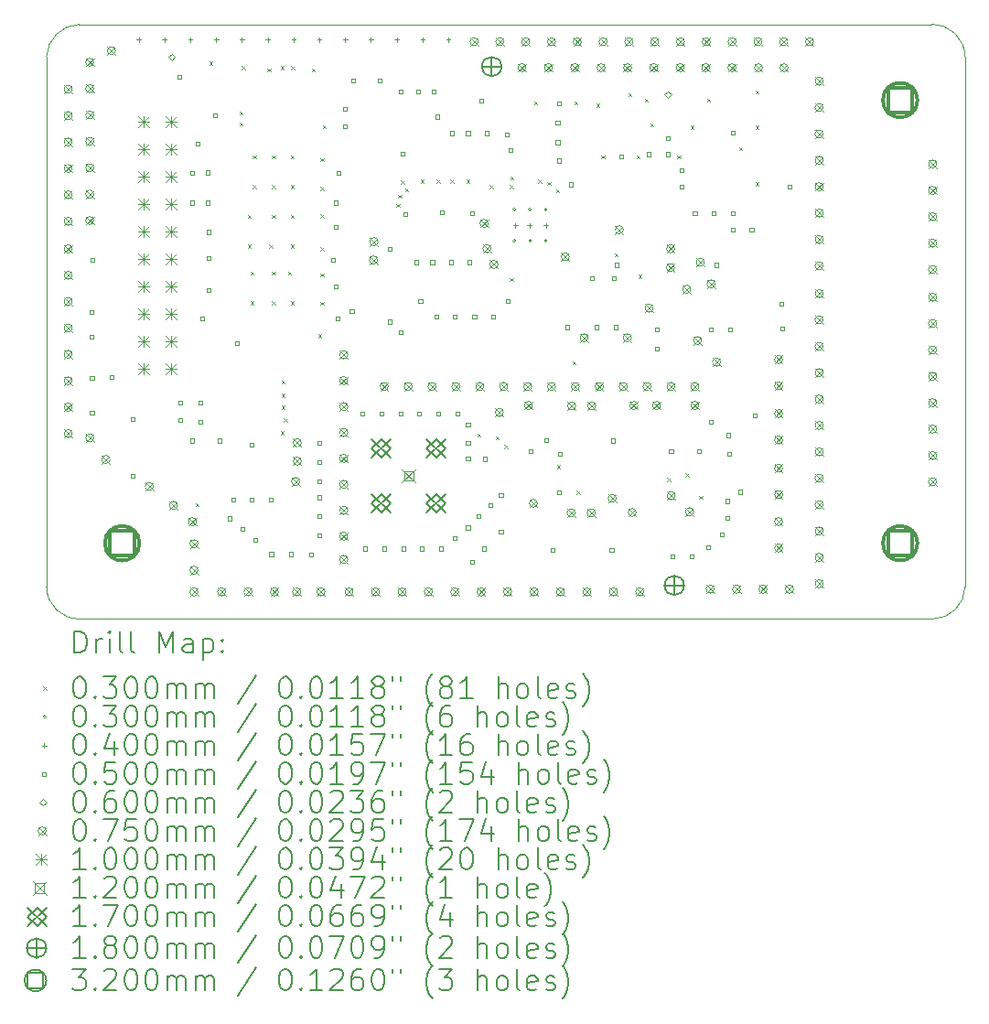
<source format=gbr>
%TF.GenerationSoftware,KiCad,Pcbnew,8.0.8-8.0.8-0~ubuntu22.04.1*%
%TF.CreationDate,2025-02-19T20:51:55+01:00*%
%TF.ProjectId,LO_synth_ADF4351_module,4c4f5f73-796e-4746-985f-414446343335,rev?*%
%TF.SameCoordinates,Original*%
%TF.FileFunction,Drillmap*%
%TF.FilePolarity,Positive*%
%FSLAX45Y45*%
G04 Gerber Fmt 4.5, Leading zero omitted, Abs format (unit mm)*
G04 Created by KiCad (PCBNEW 8.0.8-8.0.8-0~ubuntu22.04.1) date 2025-02-19 20:51:55*
%MOMM*%
%LPD*%
G01*
G04 APERTURE LIST*
%ADD10C,0.050000*%
%ADD11C,0.200000*%
%ADD12C,0.100000*%
%ADD13C,0.120000*%
%ADD14C,0.170000*%
%ADD15C,0.180000*%
%ADD16C,0.320000*%
G04 APERTURE END LIST*
D10*
X6299764Y-3700000D02*
G75*
G02*
X6599991Y-3399765I312366J-12130D01*
G01*
X14487878Y-3400245D02*
G75*
G02*
X14800000Y-3700000I12122J-299755D01*
G01*
X14800000Y-8600000D02*
G75*
G02*
X14500000Y-8900000I-300000J0D01*
G01*
X14500000Y-8900000D02*
X6612132Y-8900000D01*
X6300000Y-8600000D02*
X6300000Y-3700000D01*
X14800000Y-3700000D02*
X14800000Y-8600000D01*
X6600000Y-3400000D02*
X14487878Y-3400245D01*
X6612132Y-8900000D02*
G75*
G02*
X6299755Y-8600000I-12132J300000D01*
G01*
D11*
D12*
X7680000Y-7830000D02*
X7710000Y-7860000D01*
X7710000Y-7830000D02*
X7680000Y-7860000D01*
X7805000Y-3745000D02*
X7835000Y-3775000D01*
X7835000Y-3745000D02*
X7805000Y-3775000D01*
X8085000Y-4205000D02*
X8115000Y-4235000D01*
X8115000Y-4205000D02*
X8085000Y-4235000D01*
X8085000Y-4305000D02*
X8115000Y-4335000D01*
X8115000Y-4305000D02*
X8085000Y-4335000D01*
X8105328Y-3784496D02*
X8135328Y-3814496D01*
X8135328Y-3784496D02*
X8105328Y-3814496D01*
X8160000Y-5160000D02*
X8190000Y-5190000D01*
X8190000Y-5160000D02*
X8160000Y-5190000D01*
X8160000Y-5435000D02*
X8190000Y-5465000D01*
X8190000Y-5435000D02*
X8160000Y-5465000D01*
X8185000Y-5685000D02*
X8215000Y-5715000D01*
X8215000Y-5685000D02*
X8185000Y-5715000D01*
X8185000Y-5960000D02*
X8215000Y-5990000D01*
X8215000Y-5960000D02*
X8185000Y-5990000D01*
X8210000Y-4610000D02*
X8240000Y-4640000D01*
X8240000Y-4610000D02*
X8210000Y-4640000D01*
X8210000Y-4885000D02*
X8240000Y-4915000D01*
X8240000Y-4885000D02*
X8210000Y-4915000D01*
X8345000Y-3805000D02*
X8375000Y-3835000D01*
X8375000Y-3805000D02*
X8345000Y-3835000D01*
X8360000Y-5435000D02*
X8390000Y-5465000D01*
X8390000Y-5435000D02*
X8360000Y-5465000D01*
X8385000Y-4610000D02*
X8415000Y-4640000D01*
X8415000Y-4610000D02*
X8385000Y-4640000D01*
X8385000Y-4885000D02*
X8415000Y-4915000D01*
X8415000Y-4885000D02*
X8385000Y-4915000D01*
X8385000Y-5160000D02*
X8415000Y-5190000D01*
X8415000Y-5160000D02*
X8385000Y-5190000D01*
X8385000Y-5685000D02*
X8415000Y-5715000D01*
X8415000Y-5685000D02*
X8385000Y-5715000D01*
X8385000Y-5960000D02*
X8415000Y-5990000D01*
X8415000Y-5960000D02*
X8385000Y-5990000D01*
X8465000Y-3785000D02*
X8495000Y-3815000D01*
X8495000Y-3785000D02*
X8465000Y-3815000D01*
X8465000Y-7165000D02*
X8495000Y-7195000D01*
X8495000Y-7165000D02*
X8465000Y-7195000D01*
X8475000Y-6695000D02*
X8505000Y-6725000D01*
X8505000Y-6695000D02*
X8475000Y-6725000D01*
X8475000Y-6815000D02*
X8505000Y-6845000D01*
X8505000Y-6815000D02*
X8475000Y-6845000D01*
X8475000Y-6925000D02*
X8505000Y-6955000D01*
X8505000Y-6925000D02*
X8475000Y-6955000D01*
X8495000Y-7045000D02*
X8525000Y-7075000D01*
X8525000Y-7045000D02*
X8495000Y-7075000D01*
X8535000Y-5685000D02*
X8565000Y-5715000D01*
X8565000Y-5685000D02*
X8535000Y-5715000D01*
X8560000Y-4610000D02*
X8590000Y-4640000D01*
X8590000Y-4610000D02*
X8560000Y-4640000D01*
X8560000Y-4885000D02*
X8590000Y-4915000D01*
X8590000Y-4885000D02*
X8560000Y-4915000D01*
X8560000Y-5160000D02*
X8590000Y-5190000D01*
X8590000Y-5160000D02*
X8560000Y-5190000D01*
X8560000Y-5435000D02*
X8590000Y-5465000D01*
X8590000Y-5435000D02*
X8560000Y-5465000D01*
X8560000Y-5960000D02*
X8590000Y-5990000D01*
X8590000Y-5960000D02*
X8560000Y-5990000D01*
X8565000Y-3785000D02*
X8595000Y-3815000D01*
X8595000Y-3785000D02*
X8565000Y-3815000D01*
X8755230Y-3807300D02*
X8785230Y-3837300D01*
X8785230Y-3807300D02*
X8755230Y-3837300D01*
X8815000Y-6265000D02*
X8845000Y-6295000D01*
X8845000Y-6265000D02*
X8815000Y-6295000D01*
X8835000Y-4635000D02*
X8865000Y-4665000D01*
X8865000Y-4635000D02*
X8835000Y-4665000D01*
X8835000Y-4905000D02*
X8865000Y-4935000D01*
X8865000Y-4905000D02*
X8835000Y-4935000D01*
X8835000Y-5155000D02*
X8865000Y-5185000D01*
X8865000Y-5155000D02*
X8835000Y-5185000D01*
X8835000Y-5460000D02*
X8865000Y-5490000D01*
X8865000Y-5460000D02*
X8835000Y-5490000D01*
X8835000Y-5705000D02*
X8865000Y-5735000D01*
X8865000Y-5705000D02*
X8835000Y-5735000D01*
X8835000Y-5965000D02*
X8865000Y-5995000D01*
X8865000Y-5965000D02*
X8835000Y-5995000D01*
X8855000Y-4330000D02*
X8885000Y-4360000D01*
X8885000Y-4330000D02*
X8855000Y-4360000D01*
X9539490Y-5061345D02*
X9569490Y-5091345D01*
X9569490Y-5061345D02*
X9539490Y-5091345D01*
X9553542Y-4975000D02*
X9583542Y-5005000D01*
X9583542Y-4975000D02*
X9553542Y-5005000D01*
X9579514Y-4845321D02*
X9609514Y-4875321D01*
X9609514Y-4845321D02*
X9579514Y-4875321D01*
X9618819Y-4915000D02*
X9648819Y-4945000D01*
X9648819Y-4915000D02*
X9618819Y-4945000D01*
X9760000Y-4835000D02*
X9790000Y-4865000D01*
X9790000Y-4835000D02*
X9760000Y-4865000D01*
X9910000Y-4835000D02*
X9940000Y-4865000D01*
X9940000Y-4835000D02*
X9910000Y-4865000D01*
X10035000Y-4835000D02*
X10065000Y-4865000D01*
X10065000Y-4835000D02*
X10035000Y-4865000D01*
X10185000Y-4835000D02*
X10215000Y-4865000D01*
X10215000Y-4835000D02*
X10185000Y-4865000D01*
X10285000Y-7185000D02*
X10315000Y-7215000D01*
X10315000Y-7185000D02*
X10285000Y-7215000D01*
X10399172Y-4887707D02*
X10429172Y-4917707D01*
X10429172Y-4887707D02*
X10399172Y-4917707D01*
X10455000Y-7210000D02*
X10485000Y-7240000D01*
X10485000Y-7210000D02*
X10455000Y-7240000D01*
X10535000Y-7290000D02*
X10565000Y-7320000D01*
X10565000Y-7290000D02*
X10535000Y-7320000D01*
X10585000Y-4885000D02*
X10615000Y-4915000D01*
X10615000Y-4885000D02*
X10585000Y-4915000D01*
X10585000Y-5745000D02*
X10615000Y-5775000D01*
X10615000Y-5745000D02*
X10585000Y-5775000D01*
X10589862Y-4805138D02*
X10619862Y-4835138D01*
X10619862Y-4805138D02*
X10589862Y-4835138D01*
X10810000Y-4110000D02*
X10840000Y-4140000D01*
X10840000Y-4110000D02*
X10810000Y-4140000D01*
X10847700Y-4835000D02*
X10877700Y-4865000D01*
X10877700Y-4835000D02*
X10847700Y-4865000D01*
X10935000Y-4855000D02*
X10965000Y-4885000D01*
X10965000Y-4855000D02*
X10935000Y-4885000D01*
X11016314Y-4924196D02*
X11046314Y-4954196D01*
X11046314Y-4924196D02*
X11016314Y-4954196D01*
X11025000Y-7475000D02*
X11055000Y-7505000D01*
X11055000Y-7475000D02*
X11025000Y-7505000D01*
X11167500Y-6517500D02*
X11197500Y-6547500D01*
X11197500Y-6517500D02*
X11167500Y-6547500D01*
X11185000Y-4110000D02*
X11215000Y-4140000D01*
X11215000Y-4110000D02*
X11185000Y-4140000D01*
X11205000Y-7715000D02*
X11235000Y-7745000D01*
X11235000Y-7715000D02*
X11205000Y-7745000D01*
X11388184Y-4132065D02*
X11418184Y-4162065D01*
X11418184Y-4132065D02*
X11388184Y-4162065D01*
X11435000Y-4610000D02*
X11465000Y-4640000D01*
X11465000Y-4610000D02*
X11435000Y-4640000D01*
X11555000Y-5515000D02*
X11585000Y-5545000D01*
X11585000Y-5515000D02*
X11555000Y-5545000D01*
X11685000Y-4035000D02*
X11715000Y-4065000D01*
X11715000Y-4035000D02*
X11685000Y-4065000D01*
X11760000Y-4610000D02*
X11790000Y-4640000D01*
X11790000Y-4610000D02*
X11760000Y-4640000D01*
X11775000Y-5715000D02*
X11805000Y-5745000D01*
X11805000Y-5715000D02*
X11775000Y-5745000D01*
X11835000Y-4085000D02*
X11865000Y-4115000D01*
X11865000Y-4085000D02*
X11835000Y-4115000D01*
X11885000Y-4315000D02*
X11915000Y-4345000D01*
X11915000Y-4315000D02*
X11885000Y-4345000D01*
X12045000Y-7595000D02*
X12075000Y-7625000D01*
X12075000Y-7595000D02*
X12045000Y-7625000D01*
X12135000Y-4610000D02*
X12165000Y-4640000D01*
X12165000Y-4610000D02*
X12135000Y-4640000D01*
X12215000Y-7555000D02*
X12245000Y-7585000D01*
X12245000Y-7555000D02*
X12215000Y-7585000D01*
X12260000Y-4335000D02*
X12290000Y-4365000D01*
X12290000Y-4335000D02*
X12260000Y-4365000D01*
X12340000Y-7760000D02*
X12370000Y-7790000D01*
X12370000Y-7760000D02*
X12340000Y-7790000D01*
X12410000Y-4085000D02*
X12440000Y-4115000D01*
X12440000Y-4085000D02*
X12410000Y-4115000D01*
X12710000Y-4535000D02*
X12740000Y-4565000D01*
X12740000Y-4535000D02*
X12710000Y-4565000D01*
X12860000Y-4010000D02*
X12890000Y-4040000D01*
X12890000Y-4010000D02*
X12860000Y-4040000D01*
X12860000Y-4335000D02*
X12890000Y-4365000D01*
X12890000Y-4335000D02*
X12860000Y-4365000D01*
X12860000Y-4860000D02*
X12890000Y-4890000D01*
X12890000Y-4860000D02*
X12860000Y-4890000D01*
X10645000Y-5111250D02*
G75*
G02*
X10615000Y-5111250I-15000J0D01*
G01*
X10615000Y-5111250D02*
G75*
G02*
X10645000Y-5111250I15000J0D01*
G01*
X10645000Y-5401250D02*
G75*
G02*
X10615000Y-5401250I-15000J0D01*
G01*
X10615000Y-5401250D02*
G75*
G02*
X10645000Y-5401250I15000J0D01*
G01*
X10790000Y-5111250D02*
G75*
G02*
X10760000Y-5111250I-15000J0D01*
G01*
X10760000Y-5111250D02*
G75*
G02*
X10790000Y-5111250I15000J0D01*
G01*
X10790000Y-5401250D02*
G75*
G02*
X10760000Y-5401250I-15000J0D01*
G01*
X10760000Y-5401250D02*
G75*
G02*
X10790000Y-5401250I15000J0D01*
G01*
X10935000Y-5111250D02*
G75*
G02*
X10905000Y-5111250I-15000J0D01*
G01*
X10905000Y-5111250D02*
G75*
G02*
X10935000Y-5111250I15000J0D01*
G01*
X10935000Y-5401250D02*
G75*
G02*
X10905000Y-5401250I-15000J0D01*
G01*
X10905000Y-5401250D02*
G75*
G02*
X10935000Y-5401250I15000J0D01*
G01*
X7153242Y-3520000D02*
X7153242Y-3560000D01*
X7133242Y-3540000D02*
X7173242Y-3540000D01*
X7392038Y-3520000D02*
X7392038Y-3560000D01*
X7372038Y-3540000D02*
X7412038Y-3540000D01*
X7630834Y-3520000D02*
X7630834Y-3560000D01*
X7610834Y-3540000D02*
X7650834Y-3540000D01*
X7869630Y-3520000D02*
X7869630Y-3560000D01*
X7849630Y-3540000D02*
X7889630Y-3540000D01*
X8108427Y-3520000D02*
X8108427Y-3560000D01*
X8088427Y-3540000D02*
X8128427Y-3540000D01*
X8347223Y-3520000D02*
X8347223Y-3560000D01*
X8327223Y-3540000D02*
X8367223Y-3540000D01*
X8586019Y-3520000D02*
X8586019Y-3560000D01*
X8566019Y-3540000D02*
X8606019Y-3540000D01*
X8824815Y-3520000D02*
X8824815Y-3560000D01*
X8804815Y-3540000D02*
X8844815Y-3540000D01*
X9063611Y-3520000D02*
X9063611Y-3560000D01*
X9043611Y-3540000D02*
X9083611Y-3540000D01*
X9302408Y-3520000D02*
X9302408Y-3560000D01*
X9282408Y-3540000D02*
X9322408Y-3540000D01*
X9541204Y-3520000D02*
X9541204Y-3560000D01*
X9521204Y-3540000D02*
X9561204Y-3540000D01*
X9780000Y-3520000D02*
X9780000Y-3560000D01*
X9760000Y-3540000D02*
X9800000Y-3540000D01*
X10018796Y-3520000D02*
X10018796Y-3560000D01*
X9998796Y-3540000D02*
X10038796Y-3540000D01*
X10640000Y-5240000D02*
X10640000Y-5280000D01*
X10620000Y-5260000D02*
X10660000Y-5260000D01*
X10770000Y-5240000D02*
X10770000Y-5280000D01*
X10750000Y-5260000D02*
X10790000Y-5260000D01*
X10920000Y-5240000D02*
X10920000Y-5280000D01*
X10900000Y-5260000D02*
X10940000Y-5260000D01*
X6730178Y-6077678D02*
X6730178Y-6042322D01*
X6694822Y-6042322D01*
X6694822Y-6077678D01*
X6730178Y-6077678D01*
X6730178Y-6307678D02*
X6730178Y-6272322D01*
X6694822Y-6272322D01*
X6694822Y-6307678D01*
X6730178Y-6307678D01*
X6737678Y-6687678D02*
X6737678Y-6652322D01*
X6702322Y-6652322D01*
X6702322Y-6687678D01*
X6737678Y-6687678D01*
X6737678Y-7007678D02*
X6737678Y-6972322D01*
X6702322Y-6972322D01*
X6702322Y-7007678D01*
X6737678Y-7007678D01*
X6740178Y-5597678D02*
X6740178Y-5562322D01*
X6704822Y-5562322D01*
X6704822Y-5597678D01*
X6740178Y-5597678D01*
X6921428Y-6677678D02*
X6921428Y-6642322D01*
X6886072Y-6642322D01*
X6886072Y-6677678D01*
X6921428Y-6677678D01*
X7117678Y-7067678D02*
X7117678Y-7032322D01*
X7082322Y-7032322D01*
X7082322Y-7067678D01*
X7117678Y-7067678D01*
X7117678Y-7592678D02*
X7117678Y-7557322D01*
X7082322Y-7557322D01*
X7082322Y-7592678D01*
X7117678Y-7592678D01*
X7543928Y-3903928D02*
X7543928Y-3868572D01*
X7508572Y-3868572D01*
X7508572Y-3903928D01*
X7543928Y-3903928D01*
X7557678Y-6917678D02*
X7557678Y-6882322D01*
X7522322Y-6882322D01*
X7522322Y-6917678D01*
X7557678Y-6917678D01*
X7557678Y-7077678D02*
X7557678Y-7042322D01*
X7522322Y-7042322D01*
X7522322Y-7077678D01*
X7557678Y-7077678D01*
X7667678Y-4792678D02*
X7667678Y-4757322D01*
X7632322Y-4757322D01*
X7632322Y-4792678D01*
X7667678Y-4792678D01*
X7667678Y-5067678D02*
X7667678Y-5032322D01*
X7632322Y-5032322D01*
X7632322Y-5067678D01*
X7667678Y-5067678D01*
X7667678Y-7267678D02*
X7667678Y-7232322D01*
X7632322Y-7232322D01*
X7632322Y-7267678D01*
X7667678Y-7267678D01*
X7717678Y-4517678D02*
X7717678Y-4482322D01*
X7682322Y-4482322D01*
X7682322Y-4517678D01*
X7717678Y-4517678D01*
X7742678Y-6917678D02*
X7742678Y-6882322D01*
X7707322Y-6882322D01*
X7707322Y-6917678D01*
X7742678Y-6917678D01*
X7742678Y-7092678D02*
X7742678Y-7057322D01*
X7707322Y-7057322D01*
X7707322Y-7092678D01*
X7742678Y-7092678D01*
X7757678Y-6137678D02*
X7757678Y-6102322D01*
X7722322Y-6102322D01*
X7722322Y-6137678D01*
X7757678Y-6137678D01*
X7806428Y-5067678D02*
X7806428Y-5032322D01*
X7771072Y-5032322D01*
X7771072Y-5067678D01*
X7806428Y-5067678D01*
X7808928Y-4787678D02*
X7808928Y-4752322D01*
X7773572Y-4752322D01*
X7773572Y-4787678D01*
X7808928Y-4787678D01*
X7816428Y-5337678D02*
X7816428Y-5302322D01*
X7781072Y-5302322D01*
X7781072Y-5337678D01*
X7816428Y-5337678D01*
X7817678Y-5577678D02*
X7817678Y-5542322D01*
X7782322Y-5542322D01*
X7782322Y-5577678D01*
X7817678Y-5577678D01*
X7817678Y-5877678D02*
X7817678Y-5842322D01*
X7782322Y-5842322D01*
X7782322Y-5877678D01*
X7817678Y-5877678D01*
X7877678Y-4257678D02*
X7877678Y-4222322D01*
X7842322Y-4222322D01*
X7842322Y-4257678D01*
X7877678Y-4257678D01*
X7917678Y-7267678D02*
X7917678Y-7232322D01*
X7882322Y-7232322D01*
X7882322Y-7267678D01*
X7917678Y-7267678D01*
X8012678Y-7987678D02*
X8012678Y-7952322D01*
X7977322Y-7952322D01*
X7977322Y-7987678D01*
X8012678Y-7987678D01*
X8042678Y-7817678D02*
X8042678Y-7782322D01*
X8007322Y-7782322D01*
X8007322Y-7817678D01*
X8042678Y-7817678D01*
X8077678Y-6367678D02*
X8077678Y-6332322D01*
X8042322Y-6332322D01*
X8042322Y-6367678D01*
X8077678Y-6367678D01*
X8132678Y-8082678D02*
X8132678Y-8047322D01*
X8097322Y-8047322D01*
X8097322Y-8082678D01*
X8132678Y-8082678D01*
X8217678Y-7307678D02*
X8217678Y-7272322D01*
X8182322Y-7272322D01*
X8182322Y-7307678D01*
X8217678Y-7307678D01*
X8217678Y-7817678D02*
X8217678Y-7782322D01*
X8182322Y-7782322D01*
X8182322Y-7817678D01*
X8217678Y-7817678D01*
X8247678Y-8187678D02*
X8247678Y-8152322D01*
X8212322Y-8152322D01*
X8212322Y-8187678D01*
X8247678Y-8187678D01*
X8392678Y-7817678D02*
X8392678Y-7782322D01*
X8357322Y-7782322D01*
X8357322Y-7817678D01*
X8392678Y-7817678D01*
X8397678Y-8317678D02*
X8397678Y-8282322D01*
X8362322Y-8282322D01*
X8362322Y-8317678D01*
X8397678Y-8317678D01*
X8577678Y-8317678D02*
X8577678Y-8282322D01*
X8542322Y-8282322D01*
X8542322Y-8317678D01*
X8577678Y-8317678D01*
X8762678Y-8322678D02*
X8762678Y-8287322D01*
X8727322Y-8287322D01*
X8727322Y-8322678D01*
X8762678Y-8322678D01*
X8842678Y-7292678D02*
X8842678Y-7257322D01*
X8807322Y-7257322D01*
X8807322Y-7292678D01*
X8842678Y-7292678D01*
X8842678Y-7467678D02*
X8842678Y-7432322D01*
X8807322Y-7432322D01*
X8807322Y-7467678D01*
X8842678Y-7467678D01*
X8842678Y-7642678D02*
X8842678Y-7607322D01*
X8807322Y-7607322D01*
X8807322Y-7642678D01*
X8842678Y-7642678D01*
X8842678Y-7792678D02*
X8842678Y-7757322D01*
X8807322Y-7757322D01*
X8807322Y-7792678D01*
X8842678Y-7792678D01*
X8842678Y-7967678D02*
X8842678Y-7932322D01*
X8807322Y-7932322D01*
X8807322Y-7967678D01*
X8842678Y-7967678D01*
X8842678Y-8142678D02*
X8842678Y-8107322D01*
X8807322Y-8107322D01*
X8807322Y-8142678D01*
X8842678Y-8142678D01*
X8967678Y-5597678D02*
X8967678Y-5562322D01*
X8932322Y-5562322D01*
X8932322Y-5597678D01*
X8967678Y-5597678D01*
X8992678Y-5067678D02*
X8992678Y-5032322D01*
X8957322Y-5032322D01*
X8957322Y-5067678D01*
X8992678Y-5067678D01*
X8992678Y-5292678D02*
X8992678Y-5257322D01*
X8957322Y-5257322D01*
X8957322Y-5292678D01*
X8992678Y-5292678D01*
X8997678Y-5842678D02*
X8997678Y-5807322D01*
X8962322Y-5807322D01*
X8962322Y-5842678D01*
X8997678Y-5842678D01*
X9008928Y-6137678D02*
X9008928Y-6102322D01*
X8973572Y-6102322D01*
X8973572Y-6137678D01*
X9008928Y-6137678D01*
X9017678Y-4792678D02*
X9017678Y-4757322D01*
X8982322Y-4757322D01*
X8982322Y-4792678D01*
X9017678Y-4792678D01*
X9077678Y-4197678D02*
X9077678Y-4162322D01*
X9042322Y-4162322D01*
X9042322Y-4197678D01*
X9077678Y-4197678D01*
X9077678Y-4357678D02*
X9077678Y-4322322D01*
X9042322Y-4322322D01*
X9042322Y-4357678D01*
X9077678Y-4357678D01*
X9142678Y-6067678D02*
X9142678Y-6032322D01*
X9107322Y-6032322D01*
X9107322Y-6067678D01*
X9142678Y-6067678D01*
X9157678Y-3937678D02*
X9157678Y-3902322D01*
X9122322Y-3902322D01*
X9122322Y-3937678D01*
X9157678Y-3937678D01*
X9242678Y-7017678D02*
X9242678Y-6982322D01*
X9207322Y-6982322D01*
X9207322Y-7017678D01*
X9242678Y-7017678D01*
X9267678Y-8267678D02*
X9267678Y-8232322D01*
X9232322Y-8232322D01*
X9232322Y-8267678D01*
X9267678Y-8267678D01*
X9397678Y-3937678D02*
X9397678Y-3902322D01*
X9362322Y-3902322D01*
X9362322Y-3937678D01*
X9397678Y-3937678D01*
X9417678Y-7017678D02*
X9417678Y-6982322D01*
X9382322Y-6982322D01*
X9382322Y-7017678D01*
X9417678Y-7017678D01*
X9442678Y-8267678D02*
X9442678Y-8232322D01*
X9407322Y-8232322D01*
X9407322Y-8267678D01*
X9442678Y-8267678D01*
X9492678Y-5492678D02*
X9492678Y-5457322D01*
X9457322Y-5457322D01*
X9457322Y-5492678D01*
X9492678Y-5492678D01*
X9492678Y-6167678D02*
X9492678Y-6132322D01*
X9457322Y-6132322D01*
X9457322Y-6167678D01*
X9492678Y-6167678D01*
X9592678Y-6267678D02*
X9592678Y-6232322D01*
X9557322Y-6232322D01*
X9557322Y-6267678D01*
X9592678Y-6267678D01*
X9592678Y-7017678D02*
X9592678Y-6982322D01*
X9557322Y-6982322D01*
X9557322Y-7017678D01*
X9592678Y-7017678D01*
X9597678Y-4037678D02*
X9597678Y-4002322D01*
X9562322Y-4002322D01*
X9562322Y-4037678D01*
X9597678Y-4037678D01*
X9612720Y-4612720D02*
X9612720Y-4577364D01*
X9577364Y-4577364D01*
X9577364Y-4612720D01*
X9612720Y-4612720D01*
X9617678Y-8267678D02*
X9617678Y-8232322D01*
X9582322Y-8232322D01*
X9582322Y-8267678D01*
X9617678Y-8267678D01*
X9637678Y-5169578D02*
X9637678Y-5134222D01*
X9602322Y-5134222D01*
X9602322Y-5169578D01*
X9637678Y-5169578D01*
X9737678Y-5617678D02*
X9737678Y-5582322D01*
X9702322Y-5582322D01*
X9702322Y-5617678D01*
X9737678Y-5617678D01*
X9757678Y-4037678D02*
X9757678Y-4002322D01*
X9722322Y-4002322D01*
X9722322Y-4037678D01*
X9757678Y-4037678D01*
X9767678Y-7017678D02*
X9767678Y-6982322D01*
X9732322Y-6982322D01*
X9732322Y-7017678D01*
X9767678Y-7017678D01*
X9777678Y-5977678D02*
X9777678Y-5942322D01*
X9742322Y-5942322D01*
X9742322Y-5977678D01*
X9777678Y-5977678D01*
X9792678Y-8267678D02*
X9792678Y-8232322D01*
X9757322Y-8232322D01*
X9757322Y-8267678D01*
X9792678Y-8267678D01*
X9887678Y-5617678D02*
X9887678Y-5582322D01*
X9852322Y-5582322D01*
X9852322Y-5617678D01*
X9887678Y-5617678D01*
X9897678Y-4037678D02*
X9897678Y-4002322D01*
X9862322Y-4002322D01*
X9862322Y-4037678D01*
X9897678Y-4037678D01*
X9927678Y-6117678D02*
X9927678Y-6082322D01*
X9892322Y-6082322D01*
X9892322Y-6117678D01*
X9927678Y-6117678D01*
X9930846Y-4270816D02*
X9930846Y-4235460D01*
X9895490Y-4235460D01*
X9895490Y-4270816D01*
X9930846Y-4270816D01*
X9942678Y-7017678D02*
X9942678Y-6982322D01*
X9907322Y-6982322D01*
X9907322Y-7017678D01*
X9942678Y-7017678D01*
X9967678Y-8267678D02*
X9967678Y-8232322D01*
X9932322Y-8232322D01*
X9932322Y-8267678D01*
X9967678Y-8267678D01*
X9977678Y-5157678D02*
X9977678Y-5122322D01*
X9942322Y-5122322D01*
X9942322Y-5157678D01*
X9977678Y-5157678D01*
X10057678Y-5617678D02*
X10057678Y-5582322D01*
X10022322Y-5582322D01*
X10022322Y-5617678D01*
X10057678Y-5617678D01*
X10067678Y-4423928D02*
X10067678Y-4388572D01*
X10032322Y-4388572D01*
X10032322Y-4423928D01*
X10067678Y-4423928D01*
X10097678Y-6117678D02*
X10097678Y-6082322D01*
X10062322Y-6082322D01*
X10062322Y-6117678D01*
X10097678Y-6117678D01*
X10097678Y-8167678D02*
X10097678Y-8132322D01*
X10062322Y-8132322D01*
X10062322Y-8167678D01*
X10097678Y-8167678D01*
X10117678Y-7017678D02*
X10117678Y-6982322D01*
X10082322Y-6982322D01*
X10082322Y-7017678D01*
X10117678Y-7017678D01*
X10217678Y-4423928D02*
X10217678Y-4388572D01*
X10182322Y-4388572D01*
X10182322Y-4423928D01*
X10217678Y-4423928D01*
X10217678Y-7122678D02*
X10217678Y-7087322D01*
X10182322Y-7087322D01*
X10182322Y-7122678D01*
X10217678Y-7122678D01*
X10217678Y-7292678D02*
X10217678Y-7257322D01*
X10182322Y-7257322D01*
X10182322Y-7292678D01*
X10217678Y-7292678D01*
X10217678Y-7432678D02*
X10217678Y-7397322D01*
X10182322Y-7397322D01*
X10182322Y-7432678D01*
X10217678Y-7432678D01*
X10217678Y-8072678D02*
X10217678Y-8037322D01*
X10182322Y-8037322D01*
X10182322Y-8072678D01*
X10217678Y-8072678D01*
X10227678Y-5617678D02*
X10227678Y-5582322D01*
X10192322Y-5582322D01*
X10192322Y-5617678D01*
X10227678Y-5617678D01*
X10252678Y-8392678D02*
X10252678Y-8357322D01*
X10217322Y-8357322D01*
X10217322Y-8392678D01*
X10252678Y-8392678D01*
X10257678Y-5167678D02*
X10257678Y-5132322D01*
X10222322Y-5132322D01*
X10222322Y-5167678D01*
X10257678Y-5167678D01*
X10277678Y-6117678D02*
X10277678Y-6082322D01*
X10242322Y-6082322D01*
X10242322Y-6117678D01*
X10277678Y-6117678D01*
X10317678Y-7967678D02*
X10317678Y-7932322D01*
X10282322Y-7932322D01*
X10282322Y-7967678D01*
X10317678Y-7967678D01*
X10342678Y-4125378D02*
X10342678Y-4090022D01*
X10307322Y-4090022D01*
X10307322Y-4125378D01*
X10342678Y-4125378D01*
X10367678Y-8267678D02*
X10367678Y-8232322D01*
X10332322Y-8232322D01*
X10332322Y-8267678D01*
X10367678Y-8267678D01*
X10377678Y-7437678D02*
X10377678Y-7402322D01*
X10342322Y-7402322D01*
X10342322Y-7437678D01*
X10377678Y-7437678D01*
X10392678Y-4423928D02*
X10392678Y-4388572D01*
X10357322Y-4388572D01*
X10357322Y-4423928D01*
X10392678Y-4423928D01*
X10422678Y-7867678D02*
X10422678Y-7832322D01*
X10387322Y-7832322D01*
X10387322Y-7867678D01*
X10422678Y-7867678D01*
X10447678Y-6117678D02*
X10447678Y-6082322D01*
X10412322Y-6082322D01*
X10412322Y-6117678D01*
X10447678Y-6117678D01*
X10522678Y-7772678D02*
X10522678Y-7737322D01*
X10487322Y-7737322D01*
X10487322Y-7772678D01*
X10522678Y-7772678D01*
X10522678Y-8112678D02*
X10522678Y-8077322D01*
X10487322Y-8077322D01*
X10487322Y-8112678D01*
X10522678Y-8112678D01*
X10577678Y-4437678D02*
X10577678Y-4402322D01*
X10542322Y-4402322D01*
X10542322Y-4437678D01*
X10577678Y-4437678D01*
X10587678Y-5977678D02*
X10587678Y-5942322D01*
X10552322Y-5942322D01*
X10552322Y-5977678D01*
X10587678Y-5977678D01*
X10610178Y-4579578D02*
X10610178Y-4544222D01*
X10574822Y-4544222D01*
X10574822Y-4579578D01*
X10610178Y-4579578D01*
X10797678Y-7367678D02*
X10797678Y-7332322D01*
X10762322Y-7332322D01*
X10762322Y-7367678D01*
X10797678Y-7367678D01*
X10942678Y-7262678D02*
X10942678Y-7227322D01*
X10907322Y-7227322D01*
X10907322Y-7262678D01*
X10942678Y-7262678D01*
X10997678Y-8277678D02*
X10997678Y-8242322D01*
X10962322Y-8242322D01*
X10962322Y-8277678D01*
X10997678Y-8277678D01*
X11047678Y-4327678D02*
X11047678Y-4292322D01*
X11012322Y-4292322D01*
X11012322Y-4327678D01*
X11047678Y-4327678D01*
X11047678Y-4507678D02*
X11047678Y-4472322D01*
X11012322Y-4472322D01*
X11012322Y-4507678D01*
X11047678Y-4507678D01*
X11057678Y-4147678D02*
X11057678Y-4112322D01*
X11022322Y-4112322D01*
X11022322Y-4147678D01*
X11057678Y-4147678D01*
X11057678Y-4677678D02*
X11057678Y-4642322D01*
X11022322Y-4642322D01*
X11022322Y-4677678D01*
X11057678Y-4677678D01*
X11057678Y-7747678D02*
X11057678Y-7712322D01*
X11022322Y-7712322D01*
X11022322Y-7747678D01*
X11057678Y-7747678D01*
X11067678Y-7392678D02*
X11067678Y-7357322D01*
X11032322Y-7357322D01*
X11032322Y-7392678D01*
X11067678Y-7392678D01*
X11137678Y-6217678D02*
X11137678Y-6182322D01*
X11102322Y-6182322D01*
X11102322Y-6217678D01*
X11137678Y-6217678D01*
X11167678Y-4897678D02*
X11167678Y-4862322D01*
X11132322Y-4862322D01*
X11132322Y-4897678D01*
X11167678Y-4897678D01*
X11367678Y-5767678D02*
X11367678Y-5732322D01*
X11332322Y-5732322D01*
X11332322Y-5767678D01*
X11367678Y-5767678D01*
X11407678Y-6217678D02*
X11407678Y-6182322D01*
X11372322Y-6182322D01*
X11372322Y-6217678D01*
X11407678Y-6217678D01*
X11547678Y-8277678D02*
X11547678Y-8242322D01*
X11512322Y-8242322D01*
X11512322Y-8277678D01*
X11547678Y-8277678D01*
X11557678Y-7267678D02*
X11557678Y-7232322D01*
X11522322Y-7232322D01*
X11522322Y-7267678D01*
X11557678Y-7267678D01*
X11567678Y-5767678D02*
X11567678Y-5732322D01*
X11532322Y-5732322D01*
X11532322Y-5767678D01*
X11567678Y-5767678D01*
X11587678Y-6217678D02*
X11587678Y-6182322D01*
X11552322Y-6182322D01*
X11552322Y-6217678D01*
X11587678Y-6217678D01*
X11592678Y-5642678D02*
X11592678Y-5607322D01*
X11557322Y-5607322D01*
X11557322Y-5642678D01*
X11592678Y-5642678D01*
X11637678Y-4637678D02*
X11637678Y-4602322D01*
X11602322Y-4602322D01*
X11602322Y-4637678D01*
X11637678Y-4637678D01*
X11892678Y-4617678D02*
X11892678Y-4582322D01*
X11857322Y-4582322D01*
X11857322Y-4617678D01*
X11892678Y-4617678D01*
X11967678Y-6242678D02*
X11967678Y-6207322D01*
X11932322Y-6207322D01*
X11932322Y-6242678D01*
X11967678Y-6242678D01*
X11967678Y-6417678D02*
X11967678Y-6382322D01*
X11932322Y-6382322D01*
X11932322Y-6417678D01*
X11967678Y-6417678D01*
X12067678Y-4467678D02*
X12067678Y-4432322D01*
X12032322Y-4432322D01*
X12032322Y-4467678D01*
X12067678Y-4467678D01*
X12067678Y-4617678D02*
X12067678Y-4582322D01*
X12032322Y-4582322D01*
X12032322Y-4617678D01*
X12067678Y-4617678D01*
X12097678Y-7367678D02*
X12097678Y-7332322D01*
X12062322Y-7332322D01*
X12062322Y-7367678D01*
X12097678Y-7367678D01*
X12112678Y-8342678D02*
X12112678Y-8307322D01*
X12077322Y-8307322D01*
X12077322Y-8342678D01*
X12112678Y-8342678D01*
X12192678Y-4767678D02*
X12192678Y-4732322D01*
X12157322Y-4732322D01*
X12157322Y-4767678D01*
X12192678Y-4767678D01*
X12192678Y-4917678D02*
X12192678Y-4882322D01*
X12157322Y-4882322D01*
X12157322Y-4917678D01*
X12192678Y-4917678D01*
X12287678Y-8342678D02*
X12287678Y-8307322D01*
X12252322Y-8307322D01*
X12252322Y-8342678D01*
X12287678Y-8342678D01*
X12317678Y-5167678D02*
X12317678Y-5132322D01*
X12282322Y-5132322D01*
X12282322Y-5167678D01*
X12317678Y-5167678D01*
X12352678Y-7362678D02*
X12352678Y-7327322D01*
X12317322Y-7327322D01*
X12317322Y-7362678D01*
X12352678Y-7362678D01*
X12442678Y-8252678D02*
X12442678Y-8217322D01*
X12407322Y-8217322D01*
X12407322Y-8252678D01*
X12442678Y-8252678D01*
X12467678Y-6242678D02*
X12467678Y-6207322D01*
X12432322Y-6207322D01*
X12432322Y-6242678D01*
X12467678Y-6242678D01*
X12467678Y-7092678D02*
X12467678Y-7057322D01*
X12432322Y-7057322D01*
X12432322Y-7092678D01*
X12467678Y-7092678D01*
X12492678Y-5167678D02*
X12492678Y-5132322D01*
X12457322Y-5132322D01*
X12457322Y-5167678D01*
X12492678Y-5167678D01*
X12517678Y-5642678D02*
X12517678Y-5607322D01*
X12482322Y-5607322D01*
X12482322Y-5642678D01*
X12517678Y-5642678D01*
X12567678Y-8137678D02*
X12567678Y-8102322D01*
X12532322Y-8102322D01*
X12532322Y-8137678D01*
X12567678Y-8137678D01*
X12617678Y-7827678D02*
X12617678Y-7792322D01*
X12582322Y-7792322D01*
X12582322Y-7827678D01*
X12617678Y-7827678D01*
X12617678Y-7982678D02*
X12617678Y-7947322D01*
X12582322Y-7947322D01*
X12582322Y-7982678D01*
X12617678Y-7982678D01*
X12627678Y-7217678D02*
X12627678Y-7182322D01*
X12592322Y-7182322D01*
X12592322Y-7217678D01*
X12627678Y-7217678D01*
X12632678Y-7392678D02*
X12632678Y-7357322D01*
X12597322Y-7357322D01*
X12597322Y-7392678D01*
X12632678Y-7392678D01*
X12642678Y-6242678D02*
X12642678Y-6207322D01*
X12607322Y-6207322D01*
X12607322Y-6242678D01*
X12642678Y-6242678D01*
X12667678Y-4417678D02*
X12667678Y-4382322D01*
X12632322Y-4382322D01*
X12632322Y-4417678D01*
X12667678Y-4417678D01*
X12667678Y-5167678D02*
X12667678Y-5132322D01*
X12632322Y-5132322D01*
X12632322Y-5167678D01*
X12667678Y-5167678D01*
X12667678Y-5317678D02*
X12667678Y-5282322D01*
X12632322Y-5282322D01*
X12632322Y-5317678D01*
X12667678Y-5317678D01*
X12737678Y-7742678D02*
X12737678Y-7707322D01*
X12702322Y-7707322D01*
X12702322Y-7742678D01*
X12737678Y-7742678D01*
X12842678Y-5317678D02*
X12842678Y-5282322D01*
X12807322Y-5282322D01*
X12807322Y-5317678D01*
X12842678Y-5317678D01*
X12872678Y-7037678D02*
X12872678Y-7002322D01*
X12837322Y-7002322D01*
X12837322Y-7037678D01*
X12872678Y-7037678D01*
X13117678Y-6002678D02*
X13117678Y-5967322D01*
X13082322Y-5967322D01*
X13082322Y-6002678D01*
X13117678Y-6002678D01*
X13122678Y-6227678D02*
X13122678Y-6192322D01*
X13087322Y-6192322D01*
X13087322Y-6227678D01*
X13122678Y-6227678D01*
X13192678Y-4917678D02*
X13192678Y-4882322D01*
X13157322Y-4882322D01*
X13157322Y-4917678D01*
X13192678Y-4917678D01*
X7460000Y-3730000D02*
X7490000Y-3700000D01*
X7460000Y-3670000D01*
X7430000Y-3700000D01*
X7460000Y-3730000D01*
X12050000Y-4080000D02*
X12080000Y-4050000D01*
X12050000Y-4020000D01*
X12020000Y-4050000D01*
X12050000Y-4080000D01*
X6462500Y-3962500D02*
X6537500Y-4037500D01*
X6537500Y-3962500D02*
X6462500Y-4037500D01*
X6537500Y-4000000D02*
G75*
G02*
X6462500Y-4000000I-37500J0D01*
G01*
X6462500Y-4000000D02*
G75*
G02*
X6537500Y-4000000I37500J0D01*
G01*
X6462500Y-4206618D02*
X6537500Y-4281618D01*
X6537500Y-4206618D02*
X6462500Y-4281618D01*
X6537500Y-4244118D02*
G75*
G02*
X6462500Y-4244118I-37500J0D01*
G01*
X6462500Y-4244118D02*
G75*
G02*
X6537500Y-4244118I37500J0D01*
G01*
X6462500Y-4450735D02*
X6537500Y-4525735D01*
X6537500Y-4450735D02*
X6462500Y-4525735D01*
X6537500Y-4488235D02*
G75*
G02*
X6462500Y-4488235I-37500J0D01*
G01*
X6462500Y-4488235D02*
G75*
G02*
X6537500Y-4488235I37500J0D01*
G01*
X6462500Y-4694853D02*
X6537500Y-4769853D01*
X6537500Y-4694853D02*
X6462500Y-4769853D01*
X6537500Y-4732353D02*
G75*
G02*
X6462500Y-4732353I-37500J0D01*
G01*
X6462500Y-4732353D02*
G75*
G02*
X6537500Y-4732353I37500J0D01*
G01*
X6462500Y-4938970D02*
X6537500Y-5013970D01*
X6537500Y-4938970D02*
X6462500Y-5013970D01*
X6537500Y-4976470D02*
G75*
G02*
X6462500Y-4976470I-37500J0D01*
G01*
X6462500Y-4976470D02*
G75*
G02*
X6537500Y-4976470I37500J0D01*
G01*
X6462500Y-5183088D02*
X6537500Y-5258088D01*
X6537500Y-5183088D02*
X6462500Y-5258088D01*
X6537500Y-5220588D02*
G75*
G02*
X6462500Y-5220588I-37500J0D01*
G01*
X6462500Y-5220588D02*
G75*
G02*
X6537500Y-5220588I37500J0D01*
G01*
X6462500Y-5438971D02*
X6537500Y-5513971D01*
X6537500Y-5438971D02*
X6462500Y-5513971D01*
X6537500Y-5476471D02*
G75*
G02*
X6462500Y-5476471I-37500J0D01*
G01*
X6462500Y-5476471D02*
G75*
G02*
X6537500Y-5476471I37500J0D01*
G01*
X6462500Y-5683089D02*
X6537500Y-5758089D01*
X6537500Y-5683089D02*
X6462500Y-5758089D01*
X6537500Y-5720589D02*
G75*
G02*
X6462500Y-5720589I-37500J0D01*
G01*
X6462500Y-5720589D02*
G75*
G02*
X6537500Y-5720589I37500J0D01*
G01*
X6462500Y-5927206D02*
X6537500Y-6002206D01*
X6537500Y-5927206D02*
X6462500Y-6002206D01*
X6537500Y-5964706D02*
G75*
G02*
X6462500Y-5964706I-37500J0D01*
G01*
X6462500Y-5964706D02*
G75*
G02*
X6537500Y-5964706I37500J0D01*
G01*
X6462500Y-6171324D02*
X6537500Y-6246324D01*
X6537500Y-6171324D02*
X6462500Y-6246324D01*
X6537500Y-6208824D02*
G75*
G02*
X6462500Y-6208824I-37500J0D01*
G01*
X6462500Y-6208824D02*
G75*
G02*
X6537500Y-6208824I37500J0D01*
G01*
X6462500Y-6415442D02*
X6537500Y-6490442D01*
X6537500Y-6415442D02*
X6462500Y-6490442D01*
X6537500Y-6452942D02*
G75*
G02*
X6462500Y-6452942I-37500J0D01*
G01*
X6462500Y-6452942D02*
G75*
G02*
X6537500Y-6452942I37500J0D01*
G01*
X6462500Y-6659559D02*
X6537500Y-6734559D01*
X6537500Y-6659559D02*
X6462500Y-6734559D01*
X6537500Y-6697059D02*
G75*
G02*
X6462500Y-6697059I-37500J0D01*
G01*
X6462500Y-6697059D02*
G75*
G02*
X6537500Y-6697059I37500J0D01*
G01*
X6462500Y-6903677D02*
X6537500Y-6978677D01*
X6537500Y-6903677D02*
X6462500Y-6978677D01*
X6537500Y-6941177D02*
G75*
G02*
X6462500Y-6941177I-37500J0D01*
G01*
X6462500Y-6941177D02*
G75*
G02*
X6537500Y-6941177I37500J0D01*
G01*
X6462500Y-7147794D02*
X6537500Y-7222794D01*
X6537500Y-7147794D02*
X6462500Y-7222794D01*
X6537500Y-7185294D02*
G75*
G02*
X6462500Y-7185294I-37500J0D01*
G01*
X6462500Y-7185294D02*
G75*
G02*
X6537500Y-7185294I37500J0D01*
G01*
X6662500Y-3712500D02*
X6737500Y-3787500D01*
X6737500Y-3712500D02*
X6662500Y-3787500D01*
X6737500Y-3750000D02*
G75*
G02*
X6662500Y-3750000I-37500J0D01*
G01*
X6662500Y-3750000D02*
G75*
G02*
X6737500Y-3750000I37500J0D01*
G01*
X6662500Y-3956618D02*
X6737500Y-4031618D01*
X6737500Y-3956618D02*
X6662500Y-4031618D01*
X6737500Y-3994118D02*
G75*
G02*
X6662500Y-3994118I-37500J0D01*
G01*
X6662500Y-3994118D02*
G75*
G02*
X6737500Y-3994118I37500J0D01*
G01*
X6662500Y-4200735D02*
X6737500Y-4275735D01*
X6737500Y-4200735D02*
X6662500Y-4275735D01*
X6737500Y-4238235D02*
G75*
G02*
X6662500Y-4238235I-37500J0D01*
G01*
X6662500Y-4238235D02*
G75*
G02*
X6737500Y-4238235I37500J0D01*
G01*
X6662500Y-4444853D02*
X6737500Y-4519853D01*
X6737500Y-4444853D02*
X6662500Y-4519853D01*
X6737500Y-4482353D02*
G75*
G02*
X6662500Y-4482353I-37500J0D01*
G01*
X6662500Y-4482353D02*
G75*
G02*
X6737500Y-4482353I37500J0D01*
G01*
X6662500Y-4688970D02*
X6737500Y-4763970D01*
X6737500Y-4688970D02*
X6662500Y-4763970D01*
X6737500Y-4726470D02*
G75*
G02*
X6662500Y-4726470I-37500J0D01*
G01*
X6662500Y-4726470D02*
G75*
G02*
X6737500Y-4726470I37500J0D01*
G01*
X6662500Y-4933088D02*
X6737500Y-5008088D01*
X6737500Y-4933088D02*
X6662500Y-5008088D01*
X6737500Y-4970588D02*
G75*
G02*
X6662500Y-4970588I-37500J0D01*
G01*
X6662500Y-4970588D02*
G75*
G02*
X6737500Y-4970588I37500J0D01*
G01*
X6662500Y-5177206D02*
X6737500Y-5252206D01*
X6737500Y-5177206D02*
X6662500Y-5252206D01*
X6737500Y-5214706D02*
G75*
G02*
X6662500Y-5214706I-37500J0D01*
G01*
X6662500Y-5214706D02*
G75*
G02*
X6737500Y-5214706I37500J0D01*
G01*
X6662500Y-7187500D02*
X6737500Y-7262500D01*
X6737500Y-7187500D02*
X6662500Y-7262500D01*
X6737500Y-7225000D02*
G75*
G02*
X6662500Y-7225000I-37500J0D01*
G01*
X6662500Y-7225000D02*
G75*
G02*
X6737500Y-7225000I37500J0D01*
G01*
X6812500Y-7387500D02*
X6887500Y-7462500D01*
X6887500Y-7387500D02*
X6812500Y-7462500D01*
X6887500Y-7425000D02*
G75*
G02*
X6812500Y-7425000I-37500J0D01*
G01*
X6812500Y-7425000D02*
G75*
G02*
X6887500Y-7425000I37500J0D01*
G01*
X6862500Y-3605147D02*
X6937500Y-3680147D01*
X6937500Y-3605147D02*
X6862500Y-3680147D01*
X6937500Y-3642647D02*
G75*
G02*
X6862500Y-3642647I-37500J0D01*
G01*
X6862500Y-3642647D02*
G75*
G02*
X6937500Y-3642647I37500J0D01*
G01*
X7212500Y-7637500D02*
X7287500Y-7712500D01*
X7287500Y-7637500D02*
X7212500Y-7712500D01*
X7287500Y-7675000D02*
G75*
G02*
X7212500Y-7675000I-37500J0D01*
G01*
X7212500Y-7675000D02*
G75*
G02*
X7287500Y-7675000I37500J0D01*
G01*
X7437500Y-7812500D02*
X7512500Y-7887500D01*
X7512500Y-7812500D02*
X7437500Y-7887500D01*
X7512500Y-7850000D02*
G75*
G02*
X7437500Y-7850000I-37500J0D01*
G01*
X7437500Y-7850000D02*
G75*
G02*
X7512500Y-7850000I37500J0D01*
G01*
X7612500Y-7962500D02*
X7687500Y-8037500D01*
X7687500Y-7962500D02*
X7612500Y-8037500D01*
X7687500Y-8000000D02*
G75*
G02*
X7612500Y-8000000I-37500J0D01*
G01*
X7612500Y-8000000D02*
G75*
G02*
X7687500Y-8000000I37500J0D01*
G01*
X7627500Y-8167500D02*
X7702500Y-8242500D01*
X7702500Y-8167500D02*
X7627500Y-8242500D01*
X7702500Y-8205000D02*
G75*
G02*
X7627500Y-8205000I-37500J0D01*
G01*
X7627500Y-8205000D02*
G75*
G02*
X7702500Y-8205000I37500J0D01*
G01*
X7627500Y-8412500D02*
X7702500Y-8487500D01*
X7702500Y-8412500D02*
X7627500Y-8487500D01*
X7702500Y-8450000D02*
G75*
G02*
X7627500Y-8450000I-37500J0D01*
G01*
X7627500Y-8450000D02*
G75*
G02*
X7702500Y-8450000I37500J0D01*
G01*
X7627500Y-8612500D02*
X7702500Y-8687500D01*
X7702500Y-8612500D02*
X7627500Y-8687500D01*
X7702500Y-8650000D02*
G75*
G02*
X7627500Y-8650000I-37500J0D01*
G01*
X7627500Y-8650000D02*
G75*
G02*
X7702500Y-8650000I37500J0D01*
G01*
X7882313Y-8612500D02*
X7957313Y-8687500D01*
X7957313Y-8612500D02*
X7882313Y-8687500D01*
X7957313Y-8650000D02*
G75*
G02*
X7882313Y-8650000I-37500J0D01*
G01*
X7882313Y-8650000D02*
G75*
G02*
X7957313Y-8650000I37500J0D01*
G01*
X8127500Y-8612500D02*
X8202500Y-8687500D01*
X8202500Y-8612500D02*
X8127500Y-8687500D01*
X8202500Y-8650000D02*
G75*
G02*
X8127500Y-8650000I-37500J0D01*
G01*
X8127500Y-8650000D02*
G75*
G02*
X8202500Y-8650000I37500J0D01*
G01*
X8371350Y-8612500D02*
X8446350Y-8687500D01*
X8446350Y-8612500D02*
X8371350Y-8687500D01*
X8446350Y-8650000D02*
G75*
G02*
X8371350Y-8650000I-37500J0D01*
G01*
X8371350Y-8650000D02*
G75*
G02*
X8446350Y-8650000I37500J0D01*
G01*
X8567500Y-7591875D02*
X8642500Y-7666875D01*
X8642500Y-7591875D02*
X8567500Y-7666875D01*
X8642500Y-7629375D02*
G75*
G02*
X8567500Y-7629375I-37500J0D01*
G01*
X8567500Y-7629375D02*
G75*
G02*
X8642500Y-7629375I37500J0D01*
G01*
X8577500Y-8612500D02*
X8652500Y-8687500D01*
X8652500Y-8612500D02*
X8577500Y-8687500D01*
X8652500Y-8650000D02*
G75*
G02*
X8577500Y-8650000I-37500J0D01*
G01*
X8577500Y-8650000D02*
G75*
G02*
X8652500Y-8650000I37500J0D01*
G01*
X8582500Y-7232500D02*
X8657500Y-7307500D01*
X8657500Y-7232500D02*
X8582500Y-7307500D01*
X8657500Y-7270000D02*
G75*
G02*
X8582500Y-7270000I-37500J0D01*
G01*
X8582500Y-7270000D02*
G75*
G02*
X8657500Y-7270000I37500J0D01*
G01*
X8582500Y-7402500D02*
X8657500Y-7477500D01*
X8657500Y-7402500D02*
X8582500Y-7477500D01*
X8657500Y-7440000D02*
G75*
G02*
X8582500Y-7440000I-37500J0D01*
G01*
X8582500Y-7440000D02*
G75*
G02*
X8657500Y-7440000I37500J0D01*
G01*
X8802500Y-8612500D02*
X8877500Y-8687500D01*
X8877500Y-8612500D02*
X8802500Y-8687500D01*
X8877500Y-8650000D02*
G75*
G02*
X8802500Y-8650000I-37500J0D01*
G01*
X8802500Y-8650000D02*
G75*
G02*
X8877500Y-8650000I37500J0D01*
G01*
X9012500Y-6418382D02*
X9087500Y-6493382D01*
X9087500Y-6418382D02*
X9012500Y-6493382D01*
X9087500Y-6455882D02*
G75*
G02*
X9012500Y-6455882I-37500J0D01*
G01*
X9012500Y-6455882D02*
G75*
G02*
X9087500Y-6455882I37500J0D01*
G01*
X9012500Y-6658272D02*
X9087500Y-6733272D01*
X9087500Y-6658272D02*
X9012500Y-6733272D01*
X9087500Y-6695772D02*
G75*
G02*
X9012500Y-6695772I-37500J0D01*
G01*
X9012500Y-6695772D02*
G75*
G02*
X9087500Y-6695772I37500J0D01*
G01*
X9012500Y-6898162D02*
X9087500Y-6973162D01*
X9087500Y-6898162D02*
X9012500Y-6973162D01*
X9087500Y-6935662D02*
G75*
G02*
X9012500Y-6935662I-37500J0D01*
G01*
X9012500Y-6935662D02*
G75*
G02*
X9087500Y-6935662I37500J0D01*
G01*
X9012500Y-7138051D02*
X9087500Y-7213051D01*
X9087500Y-7138051D02*
X9012500Y-7213051D01*
X9087500Y-7175551D02*
G75*
G02*
X9012500Y-7175551I-37500J0D01*
G01*
X9012500Y-7175551D02*
G75*
G02*
X9087500Y-7175551I37500J0D01*
G01*
X9012500Y-7377941D02*
X9087500Y-7452941D01*
X9087500Y-7377941D02*
X9012500Y-7452941D01*
X9087500Y-7415441D02*
G75*
G02*
X9012500Y-7415441I-37500J0D01*
G01*
X9012500Y-7415441D02*
G75*
G02*
X9087500Y-7415441I37500J0D01*
G01*
X9012500Y-7617831D02*
X9087500Y-7692831D01*
X9087500Y-7617831D02*
X9012500Y-7692831D01*
X9087500Y-7655331D02*
G75*
G02*
X9012500Y-7655331I-37500J0D01*
G01*
X9012500Y-7655331D02*
G75*
G02*
X9087500Y-7655331I37500J0D01*
G01*
X9012500Y-7857721D02*
X9087500Y-7932721D01*
X9087500Y-7857721D02*
X9012500Y-7932721D01*
X9087500Y-7895221D02*
G75*
G02*
X9012500Y-7895221I-37500J0D01*
G01*
X9012500Y-7895221D02*
G75*
G02*
X9087500Y-7895221I37500J0D01*
G01*
X9012500Y-8097610D02*
X9087500Y-8172610D01*
X9087500Y-8097610D02*
X9012500Y-8172610D01*
X9087500Y-8135110D02*
G75*
G02*
X9012500Y-8135110I-37500J0D01*
G01*
X9012500Y-8135110D02*
G75*
G02*
X9087500Y-8135110I37500J0D01*
G01*
X9012500Y-8312500D02*
X9087500Y-8387500D01*
X9087500Y-8312500D02*
X9012500Y-8387500D01*
X9087500Y-8350000D02*
G75*
G02*
X9012500Y-8350000I-37500J0D01*
G01*
X9012500Y-8350000D02*
G75*
G02*
X9087500Y-8350000I37500J0D01*
G01*
X9062500Y-8612500D02*
X9137500Y-8687500D01*
X9137500Y-8612500D02*
X9062500Y-8687500D01*
X9137500Y-8650000D02*
G75*
G02*
X9062500Y-8650000I-37500J0D01*
G01*
X9062500Y-8650000D02*
G75*
G02*
X9137500Y-8650000I37500J0D01*
G01*
X9287500Y-5542500D02*
X9362500Y-5617500D01*
X9362500Y-5542500D02*
X9287500Y-5617500D01*
X9362500Y-5580000D02*
G75*
G02*
X9287500Y-5580000I-37500J0D01*
G01*
X9287500Y-5580000D02*
G75*
G02*
X9362500Y-5580000I37500J0D01*
G01*
X9292500Y-5372500D02*
X9367500Y-5447500D01*
X9367500Y-5372500D02*
X9292500Y-5447500D01*
X9367500Y-5410000D02*
G75*
G02*
X9292500Y-5410000I-37500J0D01*
G01*
X9292500Y-5410000D02*
G75*
G02*
X9367500Y-5410000I37500J0D01*
G01*
X9307019Y-8612500D02*
X9382019Y-8687500D01*
X9382019Y-8612500D02*
X9307019Y-8687500D01*
X9382019Y-8650000D02*
G75*
G02*
X9307019Y-8650000I-37500J0D01*
G01*
X9307019Y-8650000D02*
G75*
G02*
X9382019Y-8650000I37500J0D01*
G01*
X9387500Y-6712500D02*
X9462500Y-6787500D01*
X9462500Y-6712500D02*
X9387500Y-6787500D01*
X9462500Y-6750000D02*
G75*
G02*
X9387500Y-6750000I-37500J0D01*
G01*
X9387500Y-6750000D02*
G75*
G02*
X9462500Y-6750000I37500J0D01*
G01*
X9551537Y-8612500D02*
X9626537Y-8687500D01*
X9626537Y-8612500D02*
X9551537Y-8687500D01*
X9626537Y-8650000D02*
G75*
G02*
X9551537Y-8650000I-37500J0D01*
G01*
X9551537Y-8650000D02*
G75*
G02*
X9626537Y-8650000I37500J0D01*
G01*
X9608654Y-6712500D02*
X9683654Y-6787500D01*
X9683654Y-6712500D02*
X9608654Y-6787500D01*
X9683654Y-6750000D02*
G75*
G02*
X9608654Y-6750000I-37500J0D01*
G01*
X9608654Y-6750000D02*
G75*
G02*
X9683654Y-6750000I37500J0D01*
G01*
X9796056Y-8612500D02*
X9871056Y-8687500D01*
X9871056Y-8612500D02*
X9796056Y-8687500D01*
X9871056Y-8650000D02*
G75*
G02*
X9796056Y-8650000I-37500J0D01*
G01*
X9796056Y-8650000D02*
G75*
G02*
X9871056Y-8650000I37500J0D01*
G01*
X9829808Y-6712500D02*
X9904808Y-6787500D01*
X9904808Y-6712500D02*
X9829808Y-6787500D01*
X9904808Y-6750000D02*
G75*
G02*
X9829808Y-6750000I-37500J0D01*
G01*
X9829808Y-6750000D02*
G75*
G02*
X9904808Y-6750000I37500J0D01*
G01*
X10040575Y-8612500D02*
X10115575Y-8687500D01*
X10115575Y-8612500D02*
X10040575Y-8687500D01*
X10115575Y-8650000D02*
G75*
G02*
X10040575Y-8650000I-37500J0D01*
G01*
X10040575Y-8650000D02*
G75*
G02*
X10115575Y-8650000I37500J0D01*
G01*
X10050961Y-6712500D02*
X10125961Y-6787500D01*
X10125961Y-6712500D02*
X10050961Y-6787500D01*
X10125961Y-6750000D02*
G75*
G02*
X10050961Y-6750000I-37500J0D01*
G01*
X10050961Y-6750000D02*
G75*
G02*
X10125961Y-6750000I37500J0D01*
G01*
X10218889Y-3522500D02*
X10293889Y-3597500D01*
X10293889Y-3522500D02*
X10218889Y-3597500D01*
X10293889Y-3560000D02*
G75*
G02*
X10218889Y-3560000I-37500J0D01*
G01*
X10218889Y-3560000D02*
G75*
G02*
X10293889Y-3560000I37500J0D01*
G01*
X10272115Y-6712500D02*
X10347115Y-6787500D01*
X10347115Y-6712500D02*
X10272115Y-6787500D01*
X10347115Y-6750000D02*
G75*
G02*
X10272115Y-6750000I-37500J0D01*
G01*
X10272115Y-6750000D02*
G75*
G02*
X10347115Y-6750000I37500J0D01*
G01*
X10285094Y-8612500D02*
X10360094Y-8687500D01*
X10360094Y-8612500D02*
X10285094Y-8687500D01*
X10360094Y-8650000D02*
G75*
G02*
X10285094Y-8650000I-37500J0D01*
G01*
X10285094Y-8650000D02*
G75*
G02*
X10360094Y-8650000I37500J0D01*
G01*
X10312133Y-5202868D02*
X10387133Y-5277868D01*
X10387133Y-5202868D02*
X10312133Y-5277868D01*
X10387133Y-5240368D02*
G75*
G02*
X10312133Y-5240368I-37500J0D01*
G01*
X10312133Y-5240368D02*
G75*
G02*
X10387133Y-5240368I37500J0D01*
G01*
X10337500Y-5437500D02*
X10412500Y-5512500D01*
X10412500Y-5437500D02*
X10337500Y-5512500D01*
X10412500Y-5475000D02*
G75*
G02*
X10337500Y-5475000I-37500J0D01*
G01*
X10337500Y-5475000D02*
G75*
G02*
X10412500Y-5475000I37500J0D01*
G01*
X10402500Y-5582500D02*
X10477500Y-5657500D01*
X10477500Y-5582500D02*
X10402500Y-5657500D01*
X10477500Y-5620000D02*
G75*
G02*
X10402500Y-5620000I-37500J0D01*
G01*
X10402500Y-5620000D02*
G75*
G02*
X10477500Y-5620000I37500J0D01*
G01*
X10452500Y-6952500D02*
X10527500Y-7027500D01*
X10527500Y-6952500D02*
X10452500Y-7027500D01*
X10527500Y-6990000D02*
G75*
G02*
X10452500Y-6990000I-37500J0D01*
G01*
X10452500Y-6990000D02*
G75*
G02*
X10527500Y-6990000I37500J0D01*
G01*
X10457685Y-3522500D02*
X10532685Y-3597500D01*
X10532685Y-3522500D02*
X10457685Y-3597500D01*
X10532685Y-3560000D02*
G75*
G02*
X10457685Y-3560000I-37500J0D01*
G01*
X10457685Y-3560000D02*
G75*
G02*
X10532685Y-3560000I37500J0D01*
G01*
X10493269Y-6712500D02*
X10568269Y-6787500D01*
X10568269Y-6712500D02*
X10493269Y-6787500D01*
X10568269Y-6750000D02*
G75*
G02*
X10493269Y-6750000I-37500J0D01*
G01*
X10493269Y-6750000D02*
G75*
G02*
X10568269Y-6750000I37500J0D01*
G01*
X10529612Y-8612500D02*
X10604612Y-8687500D01*
X10604612Y-8612500D02*
X10529612Y-8687500D01*
X10604612Y-8650000D02*
G75*
G02*
X10529612Y-8650000I-37500J0D01*
G01*
X10529612Y-8650000D02*
G75*
G02*
X10604612Y-8650000I37500J0D01*
G01*
X10662500Y-3762500D02*
X10737500Y-3837500D01*
X10737500Y-3762500D02*
X10662500Y-3837500D01*
X10737500Y-3800000D02*
G75*
G02*
X10662500Y-3800000I-37500J0D01*
G01*
X10662500Y-3800000D02*
G75*
G02*
X10737500Y-3800000I37500J0D01*
G01*
X10696481Y-3522500D02*
X10771481Y-3597500D01*
X10771481Y-3522500D02*
X10696481Y-3597500D01*
X10771481Y-3560000D02*
G75*
G02*
X10696481Y-3560000I-37500J0D01*
G01*
X10696481Y-3560000D02*
G75*
G02*
X10771481Y-3560000I37500J0D01*
G01*
X10714423Y-6712500D02*
X10789423Y-6787500D01*
X10789423Y-6712500D02*
X10714423Y-6787500D01*
X10789423Y-6750000D02*
G75*
G02*
X10714423Y-6750000I-37500J0D01*
G01*
X10714423Y-6750000D02*
G75*
G02*
X10789423Y-6750000I37500J0D01*
G01*
X10722500Y-6887500D02*
X10797500Y-6962500D01*
X10797500Y-6887500D02*
X10722500Y-6962500D01*
X10797500Y-6925000D02*
G75*
G02*
X10722500Y-6925000I-37500J0D01*
G01*
X10722500Y-6925000D02*
G75*
G02*
X10797500Y-6925000I37500J0D01*
G01*
X10767500Y-7792500D02*
X10842500Y-7867500D01*
X10842500Y-7792500D02*
X10767500Y-7867500D01*
X10842500Y-7830000D02*
G75*
G02*
X10767500Y-7830000I-37500J0D01*
G01*
X10767500Y-7830000D02*
G75*
G02*
X10842500Y-7830000I37500J0D01*
G01*
X10774131Y-8612500D02*
X10849131Y-8687500D01*
X10849131Y-8612500D02*
X10774131Y-8687500D01*
X10849131Y-8650000D02*
G75*
G02*
X10774131Y-8650000I-37500J0D01*
G01*
X10774131Y-8650000D02*
G75*
G02*
X10849131Y-8650000I37500J0D01*
G01*
X10906618Y-3762500D02*
X10981618Y-3837500D01*
X10981618Y-3762500D02*
X10906618Y-3837500D01*
X10981618Y-3800000D02*
G75*
G02*
X10906618Y-3800000I-37500J0D01*
G01*
X10906618Y-3800000D02*
G75*
G02*
X10981618Y-3800000I37500J0D01*
G01*
X10935277Y-3522500D02*
X11010277Y-3597500D01*
X11010277Y-3522500D02*
X10935277Y-3597500D01*
X11010277Y-3560000D02*
G75*
G02*
X10935277Y-3560000I-37500J0D01*
G01*
X10935277Y-3560000D02*
G75*
G02*
X11010277Y-3560000I37500J0D01*
G01*
X10935577Y-6712500D02*
X11010577Y-6787500D01*
X11010577Y-6712500D02*
X10935577Y-6787500D01*
X11010577Y-6750000D02*
G75*
G02*
X10935577Y-6750000I-37500J0D01*
G01*
X10935577Y-6750000D02*
G75*
G02*
X11010577Y-6750000I37500J0D01*
G01*
X11018650Y-8612500D02*
X11093650Y-8687500D01*
X11093650Y-8612500D02*
X11018650Y-8687500D01*
X11093650Y-8650000D02*
G75*
G02*
X11018650Y-8650000I-37500J0D01*
G01*
X11018650Y-8650000D02*
G75*
G02*
X11093650Y-8650000I37500J0D01*
G01*
X11062500Y-5512500D02*
X11137500Y-5587500D01*
X11137500Y-5512500D02*
X11062500Y-5587500D01*
X11137500Y-5550000D02*
G75*
G02*
X11062500Y-5550000I-37500J0D01*
G01*
X11062500Y-5550000D02*
G75*
G02*
X11137500Y-5550000I37500J0D01*
G01*
X11117500Y-7882500D02*
X11192500Y-7957500D01*
X11192500Y-7882500D02*
X11117500Y-7957500D01*
X11192500Y-7920000D02*
G75*
G02*
X11117500Y-7920000I-37500J0D01*
G01*
X11117500Y-7920000D02*
G75*
G02*
X11192500Y-7920000I37500J0D01*
G01*
X11122500Y-6892500D02*
X11197500Y-6967500D01*
X11197500Y-6892500D02*
X11122500Y-6967500D01*
X11197500Y-6930000D02*
G75*
G02*
X11122500Y-6930000I-37500J0D01*
G01*
X11122500Y-6930000D02*
G75*
G02*
X11197500Y-6930000I37500J0D01*
G01*
X11150735Y-3762500D02*
X11225735Y-3837500D01*
X11225735Y-3762500D02*
X11150735Y-3837500D01*
X11225735Y-3800000D02*
G75*
G02*
X11150735Y-3800000I-37500J0D01*
G01*
X11150735Y-3800000D02*
G75*
G02*
X11225735Y-3800000I37500J0D01*
G01*
X11156730Y-6712500D02*
X11231730Y-6787500D01*
X11231730Y-6712500D02*
X11156730Y-6787500D01*
X11231730Y-6750000D02*
G75*
G02*
X11156730Y-6750000I-37500J0D01*
G01*
X11156730Y-6750000D02*
G75*
G02*
X11231730Y-6750000I37500J0D01*
G01*
X11174073Y-3522500D02*
X11249073Y-3597500D01*
X11249073Y-3522500D02*
X11174073Y-3597500D01*
X11249073Y-3560000D02*
G75*
G02*
X11174073Y-3560000I-37500J0D01*
G01*
X11174073Y-3560000D02*
G75*
G02*
X11249073Y-3560000I37500J0D01*
G01*
X11237500Y-6262500D02*
X11312500Y-6337500D01*
X11312500Y-6262500D02*
X11237500Y-6337500D01*
X11312500Y-6300000D02*
G75*
G02*
X11237500Y-6300000I-37500J0D01*
G01*
X11237500Y-6300000D02*
G75*
G02*
X11312500Y-6300000I37500J0D01*
G01*
X11263168Y-8612500D02*
X11338168Y-8687500D01*
X11338168Y-8612500D02*
X11263168Y-8687500D01*
X11338168Y-8650000D02*
G75*
G02*
X11263168Y-8650000I-37500J0D01*
G01*
X11263168Y-8650000D02*
G75*
G02*
X11338168Y-8650000I37500J0D01*
G01*
X11302500Y-7882500D02*
X11377500Y-7957500D01*
X11377500Y-7882500D02*
X11302500Y-7957500D01*
X11377500Y-7920000D02*
G75*
G02*
X11302500Y-7920000I-37500J0D01*
G01*
X11302500Y-7920000D02*
G75*
G02*
X11377500Y-7920000I37500J0D01*
G01*
X11307500Y-6892500D02*
X11382500Y-6967500D01*
X11382500Y-6892500D02*
X11307500Y-6967500D01*
X11382500Y-6930000D02*
G75*
G02*
X11307500Y-6930000I-37500J0D01*
G01*
X11307500Y-6930000D02*
G75*
G02*
X11382500Y-6930000I37500J0D01*
G01*
X11377884Y-6712500D02*
X11452884Y-6787500D01*
X11452884Y-6712500D02*
X11377884Y-6787500D01*
X11452884Y-6750000D02*
G75*
G02*
X11377884Y-6750000I-37500J0D01*
G01*
X11377884Y-6750000D02*
G75*
G02*
X11452884Y-6750000I37500J0D01*
G01*
X11394853Y-3762500D02*
X11469853Y-3837500D01*
X11469853Y-3762500D02*
X11394853Y-3837500D01*
X11469853Y-3800000D02*
G75*
G02*
X11394853Y-3800000I-37500J0D01*
G01*
X11394853Y-3800000D02*
G75*
G02*
X11469853Y-3800000I37500J0D01*
G01*
X11412870Y-3522500D02*
X11487870Y-3597500D01*
X11487870Y-3522500D02*
X11412870Y-3597500D01*
X11487870Y-3560000D02*
G75*
G02*
X11412870Y-3560000I-37500J0D01*
G01*
X11412870Y-3560000D02*
G75*
G02*
X11487870Y-3560000I37500J0D01*
G01*
X11497500Y-7747500D02*
X11572500Y-7822500D01*
X11572500Y-7747500D02*
X11497500Y-7822500D01*
X11572500Y-7785000D02*
G75*
G02*
X11497500Y-7785000I-37500J0D01*
G01*
X11497500Y-7785000D02*
G75*
G02*
X11572500Y-7785000I37500J0D01*
G01*
X11507687Y-8612500D02*
X11582687Y-8687500D01*
X11582687Y-8612500D02*
X11507687Y-8687500D01*
X11582687Y-8650000D02*
G75*
G02*
X11507687Y-8650000I-37500J0D01*
G01*
X11507687Y-8650000D02*
G75*
G02*
X11582687Y-8650000I37500J0D01*
G01*
X11562500Y-5262500D02*
X11637500Y-5337500D01*
X11637500Y-5262500D02*
X11562500Y-5337500D01*
X11637500Y-5300000D02*
G75*
G02*
X11562500Y-5300000I-37500J0D01*
G01*
X11562500Y-5300000D02*
G75*
G02*
X11637500Y-5300000I37500J0D01*
G01*
X11599038Y-6712500D02*
X11674038Y-6787500D01*
X11674038Y-6712500D02*
X11599038Y-6787500D01*
X11674038Y-6750000D02*
G75*
G02*
X11599038Y-6750000I-37500J0D01*
G01*
X11599038Y-6750000D02*
G75*
G02*
X11674038Y-6750000I37500J0D01*
G01*
X11637500Y-6262500D02*
X11712500Y-6337500D01*
X11712500Y-6262500D02*
X11637500Y-6337500D01*
X11712500Y-6300000D02*
G75*
G02*
X11637500Y-6300000I-37500J0D01*
G01*
X11637500Y-6300000D02*
G75*
G02*
X11712500Y-6300000I37500J0D01*
G01*
X11638970Y-3762500D02*
X11713970Y-3837500D01*
X11713970Y-3762500D02*
X11638970Y-3837500D01*
X11713970Y-3800000D02*
G75*
G02*
X11638970Y-3800000I-37500J0D01*
G01*
X11638970Y-3800000D02*
G75*
G02*
X11713970Y-3800000I37500J0D01*
G01*
X11651666Y-3522500D02*
X11726666Y-3597500D01*
X11726666Y-3522500D02*
X11651666Y-3597500D01*
X11726666Y-3560000D02*
G75*
G02*
X11651666Y-3560000I-37500J0D01*
G01*
X11651666Y-3560000D02*
G75*
G02*
X11726666Y-3560000I37500J0D01*
G01*
X11682500Y-7877500D02*
X11757500Y-7952500D01*
X11757500Y-7877500D02*
X11682500Y-7952500D01*
X11757500Y-7915000D02*
G75*
G02*
X11682500Y-7915000I-37500J0D01*
G01*
X11682500Y-7915000D02*
G75*
G02*
X11757500Y-7915000I37500J0D01*
G01*
X11697500Y-6887500D02*
X11772500Y-6962500D01*
X11772500Y-6887500D02*
X11697500Y-6962500D01*
X11772500Y-6925000D02*
G75*
G02*
X11697500Y-6925000I-37500J0D01*
G01*
X11697500Y-6925000D02*
G75*
G02*
X11772500Y-6925000I37500J0D01*
G01*
X11752206Y-8612500D02*
X11827206Y-8687500D01*
X11827206Y-8612500D02*
X11752206Y-8687500D01*
X11827206Y-8650000D02*
G75*
G02*
X11752206Y-8650000I-37500J0D01*
G01*
X11752206Y-8650000D02*
G75*
G02*
X11827206Y-8650000I37500J0D01*
G01*
X11820192Y-6712500D02*
X11895192Y-6787500D01*
X11895192Y-6712500D02*
X11820192Y-6787500D01*
X11895192Y-6750000D02*
G75*
G02*
X11820192Y-6750000I-37500J0D01*
G01*
X11820192Y-6750000D02*
G75*
G02*
X11895192Y-6750000I37500J0D01*
G01*
X11837500Y-5987500D02*
X11912500Y-6062500D01*
X11912500Y-5987500D02*
X11837500Y-6062500D01*
X11912500Y-6025000D02*
G75*
G02*
X11837500Y-6025000I-37500J0D01*
G01*
X11837500Y-6025000D02*
G75*
G02*
X11912500Y-6025000I37500J0D01*
G01*
X11883088Y-3762500D02*
X11958088Y-3837500D01*
X11958088Y-3762500D02*
X11883088Y-3837500D01*
X11958088Y-3800000D02*
G75*
G02*
X11883088Y-3800000I-37500J0D01*
G01*
X11883088Y-3800000D02*
G75*
G02*
X11958088Y-3800000I37500J0D01*
G01*
X11890462Y-3522500D02*
X11965462Y-3597500D01*
X11965462Y-3522500D02*
X11890462Y-3597500D01*
X11965462Y-3560000D02*
G75*
G02*
X11890462Y-3560000I-37500J0D01*
G01*
X11890462Y-3560000D02*
G75*
G02*
X11965462Y-3560000I37500J0D01*
G01*
X11907500Y-6887500D02*
X11982500Y-6962500D01*
X11982500Y-6887500D02*
X11907500Y-6962500D01*
X11982500Y-6925000D02*
G75*
G02*
X11907500Y-6925000I-37500J0D01*
G01*
X11907500Y-6925000D02*
G75*
G02*
X11982500Y-6925000I37500J0D01*
G01*
X12037500Y-5437500D02*
X12112500Y-5512500D01*
X12112500Y-5437500D02*
X12037500Y-5512500D01*
X12112500Y-5475000D02*
G75*
G02*
X12037500Y-5475000I-37500J0D01*
G01*
X12037500Y-5475000D02*
G75*
G02*
X12112500Y-5475000I37500J0D01*
G01*
X12037500Y-5612500D02*
X12112500Y-5687500D01*
X12112500Y-5612500D02*
X12037500Y-5687500D01*
X12112500Y-5650000D02*
G75*
G02*
X12037500Y-5650000I-37500J0D01*
G01*
X12037500Y-5650000D02*
G75*
G02*
X12112500Y-5650000I37500J0D01*
G01*
X12041346Y-6712500D02*
X12116346Y-6787500D01*
X12116346Y-6712500D02*
X12041346Y-6787500D01*
X12116346Y-6750000D02*
G75*
G02*
X12041346Y-6750000I-37500J0D01*
G01*
X12041346Y-6750000D02*
G75*
G02*
X12116346Y-6750000I37500J0D01*
G01*
X12042500Y-7722500D02*
X12117500Y-7797500D01*
X12117500Y-7722500D02*
X12042500Y-7797500D01*
X12117500Y-7760000D02*
G75*
G02*
X12042500Y-7760000I-37500J0D01*
G01*
X12042500Y-7760000D02*
G75*
G02*
X12117500Y-7760000I37500J0D01*
G01*
X12127206Y-3762500D02*
X12202206Y-3837500D01*
X12202206Y-3762500D02*
X12127206Y-3837500D01*
X12202206Y-3800000D02*
G75*
G02*
X12127206Y-3800000I-37500J0D01*
G01*
X12127206Y-3800000D02*
G75*
G02*
X12202206Y-3800000I37500J0D01*
G01*
X12129258Y-3522500D02*
X12204258Y-3597500D01*
X12204258Y-3522500D02*
X12129258Y-3597500D01*
X12204258Y-3560000D02*
G75*
G02*
X12129258Y-3560000I-37500J0D01*
G01*
X12129258Y-3560000D02*
G75*
G02*
X12204258Y-3560000I37500J0D01*
G01*
X12187500Y-5812500D02*
X12262500Y-5887500D01*
X12262500Y-5812500D02*
X12187500Y-5887500D01*
X12262500Y-5850000D02*
G75*
G02*
X12187500Y-5850000I-37500J0D01*
G01*
X12187500Y-5850000D02*
G75*
G02*
X12262500Y-5850000I37500J0D01*
G01*
X12212500Y-7872500D02*
X12287500Y-7947500D01*
X12287500Y-7872500D02*
X12212500Y-7947500D01*
X12287500Y-7910000D02*
G75*
G02*
X12212500Y-7910000I-37500J0D01*
G01*
X12212500Y-7910000D02*
G75*
G02*
X12287500Y-7910000I37500J0D01*
G01*
X12262500Y-6712500D02*
X12337500Y-6787500D01*
X12337500Y-6712500D02*
X12262500Y-6787500D01*
X12337500Y-6750000D02*
G75*
G02*
X12262500Y-6750000I-37500J0D01*
G01*
X12262500Y-6750000D02*
G75*
G02*
X12337500Y-6750000I37500J0D01*
G01*
X12262500Y-6887500D02*
X12337500Y-6962500D01*
X12337500Y-6887500D02*
X12262500Y-6962500D01*
X12337500Y-6925000D02*
G75*
G02*
X12262500Y-6925000I-37500J0D01*
G01*
X12262500Y-6925000D02*
G75*
G02*
X12337500Y-6925000I37500J0D01*
G01*
X12287500Y-6287500D02*
X12362500Y-6362500D01*
X12362500Y-6287500D02*
X12287500Y-6362500D01*
X12362500Y-6325000D02*
G75*
G02*
X12287500Y-6325000I-37500J0D01*
G01*
X12287500Y-6325000D02*
G75*
G02*
X12362500Y-6325000I37500J0D01*
G01*
X12312500Y-5562500D02*
X12387500Y-5637500D01*
X12387500Y-5562500D02*
X12312500Y-5637500D01*
X12387500Y-5600000D02*
G75*
G02*
X12312500Y-5600000I-37500J0D01*
G01*
X12312500Y-5600000D02*
G75*
G02*
X12387500Y-5600000I37500J0D01*
G01*
X12362500Y-3762500D02*
X12437500Y-3837500D01*
X12437500Y-3762500D02*
X12362500Y-3837500D01*
X12437500Y-3800000D02*
G75*
G02*
X12362500Y-3800000I-37500J0D01*
G01*
X12362500Y-3800000D02*
G75*
G02*
X12437500Y-3800000I37500J0D01*
G01*
X12368054Y-3522500D02*
X12443054Y-3597500D01*
X12443054Y-3522500D02*
X12368054Y-3597500D01*
X12443054Y-3560000D02*
G75*
G02*
X12368054Y-3560000I-37500J0D01*
G01*
X12368054Y-3560000D02*
G75*
G02*
X12443054Y-3560000I37500J0D01*
G01*
X12403943Y-8587500D02*
X12478943Y-8662500D01*
X12478943Y-8587500D02*
X12403943Y-8662500D01*
X12478943Y-8625000D02*
G75*
G02*
X12403943Y-8625000I-37500J0D01*
G01*
X12403943Y-8625000D02*
G75*
G02*
X12478943Y-8625000I37500J0D01*
G01*
X12412500Y-5762500D02*
X12487500Y-5837500D01*
X12487500Y-5762500D02*
X12412500Y-5837500D01*
X12487500Y-5800000D02*
G75*
G02*
X12412500Y-5800000I-37500J0D01*
G01*
X12412500Y-5800000D02*
G75*
G02*
X12487500Y-5800000I37500J0D01*
G01*
X12462500Y-6487500D02*
X12537500Y-6562500D01*
X12537500Y-6487500D02*
X12462500Y-6562500D01*
X12537500Y-6525000D02*
G75*
G02*
X12462500Y-6525000I-37500J0D01*
G01*
X12462500Y-6525000D02*
G75*
G02*
X12537500Y-6525000I37500J0D01*
G01*
X12606618Y-3762500D02*
X12681618Y-3837500D01*
X12681618Y-3762500D02*
X12606618Y-3837500D01*
X12681618Y-3800000D02*
G75*
G02*
X12606618Y-3800000I-37500J0D01*
G01*
X12606618Y-3800000D02*
G75*
G02*
X12681618Y-3800000I37500J0D01*
G01*
X12606851Y-3522500D02*
X12681851Y-3597500D01*
X12681851Y-3522500D02*
X12606851Y-3597500D01*
X12681851Y-3560000D02*
G75*
G02*
X12606851Y-3560000I-37500J0D01*
G01*
X12606851Y-3560000D02*
G75*
G02*
X12681851Y-3560000I37500J0D01*
G01*
X12648462Y-8587500D02*
X12723462Y-8662500D01*
X12723462Y-8587500D02*
X12648462Y-8662500D01*
X12723462Y-8625000D02*
G75*
G02*
X12648462Y-8625000I-37500J0D01*
G01*
X12648462Y-8625000D02*
G75*
G02*
X12723462Y-8625000I37500J0D01*
G01*
X12845647Y-3522500D02*
X12920647Y-3597500D01*
X12920647Y-3522500D02*
X12845647Y-3597500D01*
X12920647Y-3560000D02*
G75*
G02*
X12845647Y-3560000I-37500J0D01*
G01*
X12845647Y-3560000D02*
G75*
G02*
X12920647Y-3560000I37500J0D01*
G01*
X12850736Y-3762500D02*
X12925736Y-3837500D01*
X12925736Y-3762500D02*
X12850736Y-3837500D01*
X12925736Y-3800000D02*
G75*
G02*
X12850736Y-3800000I-37500J0D01*
G01*
X12850736Y-3800000D02*
G75*
G02*
X12925736Y-3800000I37500J0D01*
G01*
X12892981Y-8587500D02*
X12967981Y-8662500D01*
X12967981Y-8587500D02*
X12892981Y-8662500D01*
X12967981Y-8625000D02*
G75*
G02*
X12892981Y-8625000I-37500J0D01*
G01*
X12892981Y-8625000D02*
G75*
G02*
X12967981Y-8625000I37500J0D01*
G01*
X13037500Y-6462500D02*
X13112500Y-6537500D01*
X13112500Y-6462500D02*
X13037500Y-6537500D01*
X13112500Y-6500000D02*
G75*
G02*
X13037500Y-6500000I-37500J0D01*
G01*
X13037500Y-6500000D02*
G75*
G02*
X13112500Y-6500000I37500J0D01*
G01*
X13037500Y-6706618D02*
X13112500Y-6781618D01*
X13112500Y-6706618D02*
X13037500Y-6781618D01*
X13112500Y-6744118D02*
G75*
G02*
X13037500Y-6744118I-37500J0D01*
G01*
X13037500Y-6744118D02*
G75*
G02*
X13112500Y-6744118I37500J0D01*
G01*
X13037500Y-6962500D02*
X13112500Y-7037500D01*
X13112500Y-6962500D02*
X13037500Y-7037500D01*
X13112500Y-7000000D02*
G75*
G02*
X13037500Y-7000000I-37500J0D01*
G01*
X13037500Y-7000000D02*
G75*
G02*
X13112500Y-7000000I37500J0D01*
G01*
X13037500Y-7206618D02*
X13112500Y-7281618D01*
X13112500Y-7206618D02*
X13037500Y-7281618D01*
X13112500Y-7244118D02*
G75*
G02*
X13037500Y-7244118I-37500J0D01*
G01*
X13037500Y-7244118D02*
G75*
G02*
X13112500Y-7244118I37500J0D01*
G01*
X13037500Y-7468382D02*
X13112500Y-7543382D01*
X13112500Y-7468382D02*
X13037500Y-7543382D01*
X13112500Y-7505882D02*
G75*
G02*
X13037500Y-7505882I-37500J0D01*
G01*
X13037500Y-7505882D02*
G75*
G02*
X13112500Y-7505882I37500J0D01*
G01*
X13037500Y-7712500D02*
X13112500Y-7787500D01*
X13112500Y-7712500D02*
X13037500Y-7787500D01*
X13112500Y-7750000D02*
G75*
G02*
X13037500Y-7750000I-37500J0D01*
G01*
X13037500Y-7750000D02*
G75*
G02*
X13112500Y-7750000I37500J0D01*
G01*
X13037500Y-7962500D02*
X13112500Y-8037500D01*
X13112500Y-7962500D02*
X13037500Y-8037500D01*
X13112500Y-8000000D02*
G75*
G02*
X13037500Y-8000000I-37500J0D01*
G01*
X13037500Y-8000000D02*
G75*
G02*
X13112500Y-8000000I37500J0D01*
G01*
X13037500Y-8206618D02*
X13112500Y-8281618D01*
X13112500Y-8206618D02*
X13037500Y-8281618D01*
X13112500Y-8244118D02*
G75*
G02*
X13037500Y-8244118I-37500J0D01*
G01*
X13037500Y-8244118D02*
G75*
G02*
X13112500Y-8244118I37500J0D01*
G01*
X13084443Y-3522500D02*
X13159443Y-3597500D01*
X13159443Y-3522500D02*
X13084443Y-3597500D01*
X13159443Y-3560000D02*
G75*
G02*
X13084443Y-3560000I-37500J0D01*
G01*
X13084443Y-3560000D02*
G75*
G02*
X13159443Y-3560000I37500J0D01*
G01*
X13087500Y-3762500D02*
X13162500Y-3837500D01*
X13162500Y-3762500D02*
X13087500Y-3837500D01*
X13162500Y-3800000D02*
G75*
G02*
X13087500Y-3800000I-37500J0D01*
G01*
X13087500Y-3800000D02*
G75*
G02*
X13162500Y-3800000I37500J0D01*
G01*
X13137500Y-8587500D02*
X13212500Y-8662500D01*
X13212500Y-8587500D02*
X13137500Y-8662500D01*
X13212500Y-8625000D02*
G75*
G02*
X13137500Y-8625000I-37500J0D01*
G01*
X13137500Y-8625000D02*
G75*
G02*
X13212500Y-8625000I37500J0D01*
G01*
X13323239Y-3522500D02*
X13398239Y-3597500D01*
X13398239Y-3522500D02*
X13323239Y-3597500D01*
X13398239Y-3560000D02*
G75*
G02*
X13323239Y-3560000I-37500J0D01*
G01*
X13323239Y-3560000D02*
G75*
G02*
X13398239Y-3560000I37500J0D01*
G01*
X13412500Y-3887500D02*
X13487500Y-3962500D01*
X13487500Y-3887500D02*
X13412500Y-3962500D01*
X13487500Y-3925000D02*
G75*
G02*
X13412500Y-3925000I-37500J0D01*
G01*
X13412500Y-3925000D02*
G75*
G02*
X13487500Y-3925000I37500J0D01*
G01*
X13412500Y-4131618D02*
X13487500Y-4206618D01*
X13487500Y-4131618D02*
X13412500Y-4206618D01*
X13487500Y-4169118D02*
G75*
G02*
X13412500Y-4169118I-37500J0D01*
G01*
X13412500Y-4169118D02*
G75*
G02*
X13487500Y-4169118I37500J0D01*
G01*
X13412500Y-4375735D02*
X13487500Y-4450735D01*
X13487500Y-4375735D02*
X13412500Y-4450735D01*
X13487500Y-4413235D02*
G75*
G02*
X13412500Y-4413235I-37500J0D01*
G01*
X13412500Y-4413235D02*
G75*
G02*
X13487500Y-4413235I37500J0D01*
G01*
X13412500Y-4619853D02*
X13487500Y-4694853D01*
X13487500Y-4619853D02*
X13412500Y-4694853D01*
X13487500Y-4657353D02*
G75*
G02*
X13412500Y-4657353I-37500J0D01*
G01*
X13412500Y-4657353D02*
G75*
G02*
X13487500Y-4657353I37500J0D01*
G01*
X13412500Y-4863970D02*
X13487500Y-4938970D01*
X13487500Y-4863970D02*
X13412500Y-4938970D01*
X13487500Y-4901470D02*
G75*
G02*
X13412500Y-4901470I-37500J0D01*
G01*
X13412500Y-4901470D02*
G75*
G02*
X13487500Y-4901470I37500J0D01*
G01*
X13412500Y-5108088D02*
X13487500Y-5183088D01*
X13487500Y-5108088D02*
X13412500Y-5183088D01*
X13487500Y-5145588D02*
G75*
G02*
X13412500Y-5145588I-37500J0D01*
G01*
X13412500Y-5145588D02*
G75*
G02*
X13487500Y-5145588I37500J0D01*
G01*
X13412500Y-5352206D02*
X13487500Y-5427206D01*
X13487500Y-5352206D02*
X13412500Y-5427206D01*
X13487500Y-5389706D02*
G75*
G02*
X13412500Y-5389706I-37500J0D01*
G01*
X13412500Y-5389706D02*
G75*
G02*
X13487500Y-5389706I37500J0D01*
G01*
X13412500Y-5596323D02*
X13487500Y-5671323D01*
X13487500Y-5596323D02*
X13412500Y-5671323D01*
X13487500Y-5633823D02*
G75*
G02*
X13412500Y-5633823I-37500J0D01*
G01*
X13412500Y-5633823D02*
G75*
G02*
X13487500Y-5633823I37500J0D01*
G01*
X13412500Y-5852206D02*
X13487500Y-5927206D01*
X13487500Y-5852206D02*
X13412500Y-5927206D01*
X13487500Y-5889706D02*
G75*
G02*
X13412500Y-5889706I-37500J0D01*
G01*
X13412500Y-5889706D02*
G75*
G02*
X13487500Y-5889706I37500J0D01*
G01*
X13412500Y-6096324D02*
X13487500Y-6171324D01*
X13487500Y-6096324D02*
X13412500Y-6171324D01*
X13487500Y-6133824D02*
G75*
G02*
X13412500Y-6133824I-37500J0D01*
G01*
X13412500Y-6133824D02*
G75*
G02*
X13487500Y-6133824I37500J0D01*
G01*
X13412500Y-6340442D02*
X13487500Y-6415442D01*
X13487500Y-6340442D02*
X13412500Y-6415442D01*
X13487500Y-6377942D02*
G75*
G02*
X13412500Y-6377942I-37500J0D01*
G01*
X13412500Y-6377942D02*
G75*
G02*
X13487500Y-6377942I37500J0D01*
G01*
X13412500Y-6584559D02*
X13487500Y-6659559D01*
X13487500Y-6584559D02*
X13412500Y-6659559D01*
X13487500Y-6622059D02*
G75*
G02*
X13412500Y-6622059I-37500J0D01*
G01*
X13412500Y-6622059D02*
G75*
G02*
X13487500Y-6622059I37500J0D01*
G01*
X13412500Y-6828677D02*
X13487500Y-6903677D01*
X13487500Y-6828677D02*
X13412500Y-6903677D01*
X13487500Y-6866177D02*
G75*
G02*
X13412500Y-6866177I-37500J0D01*
G01*
X13412500Y-6866177D02*
G75*
G02*
X13487500Y-6866177I37500J0D01*
G01*
X13412500Y-7072794D02*
X13487500Y-7147794D01*
X13487500Y-7072794D02*
X13412500Y-7147794D01*
X13487500Y-7110294D02*
G75*
G02*
X13412500Y-7110294I-37500J0D01*
G01*
X13412500Y-7110294D02*
G75*
G02*
X13487500Y-7110294I37500J0D01*
G01*
X13412500Y-7316912D02*
X13487500Y-7391912D01*
X13487500Y-7316912D02*
X13412500Y-7391912D01*
X13487500Y-7354412D02*
G75*
G02*
X13412500Y-7354412I-37500J0D01*
G01*
X13412500Y-7354412D02*
G75*
G02*
X13487500Y-7354412I37500J0D01*
G01*
X13412500Y-7561030D02*
X13487500Y-7636030D01*
X13487500Y-7561030D02*
X13412500Y-7636030D01*
X13487500Y-7598530D02*
G75*
G02*
X13412500Y-7598530I-37500J0D01*
G01*
X13412500Y-7598530D02*
G75*
G02*
X13487500Y-7598530I37500J0D01*
G01*
X13412500Y-7805147D02*
X13487500Y-7880147D01*
X13487500Y-7805147D02*
X13412500Y-7880147D01*
X13487500Y-7842647D02*
G75*
G02*
X13412500Y-7842647I-37500J0D01*
G01*
X13412500Y-7842647D02*
G75*
G02*
X13487500Y-7842647I37500J0D01*
G01*
X13412500Y-8049265D02*
X13487500Y-8124265D01*
X13487500Y-8049265D02*
X13412500Y-8124265D01*
X13487500Y-8086765D02*
G75*
G02*
X13412500Y-8086765I-37500J0D01*
G01*
X13412500Y-8086765D02*
G75*
G02*
X13487500Y-8086765I37500J0D01*
G01*
X13412500Y-8293382D02*
X13487500Y-8368382D01*
X13487500Y-8293382D02*
X13412500Y-8368382D01*
X13487500Y-8330882D02*
G75*
G02*
X13412500Y-8330882I-37500J0D01*
G01*
X13412500Y-8330882D02*
G75*
G02*
X13487500Y-8330882I37500J0D01*
G01*
X13412500Y-8537500D02*
X13487500Y-8612500D01*
X13487500Y-8537500D02*
X13412500Y-8612500D01*
X13487500Y-8575000D02*
G75*
G02*
X13412500Y-8575000I-37500J0D01*
G01*
X13412500Y-8575000D02*
G75*
G02*
X13487500Y-8575000I37500J0D01*
G01*
X14462500Y-4653676D02*
X14537500Y-4728676D01*
X14537500Y-4653676D02*
X14462500Y-4728676D01*
X14537500Y-4691176D02*
G75*
G02*
X14462500Y-4691176I-37500J0D01*
G01*
X14462500Y-4691176D02*
G75*
G02*
X14537500Y-4691176I37500J0D01*
G01*
X14462500Y-4897794D02*
X14537500Y-4972794D01*
X14537500Y-4897794D02*
X14462500Y-4972794D01*
X14537500Y-4935294D02*
G75*
G02*
X14462500Y-4935294I-37500J0D01*
G01*
X14462500Y-4935294D02*
G75*
G02*
X14537500Y-4935294I37500J0D01*
G01*
X14462500Y-5141911D02*
X14537500Y-5216911D01*
X14537500Y-5141911D02*
X14462500Y-5216911D01*
X14537500Y-5179411D02*
G75*
G02*
X14462500Y-5179411I-37500J0D01*
G01*
X14462500Y-5179411D02*
G75*
G02*
X14537500Y-5179411I37500J0D01*
G01*
X14462500Y-5386029D02*
X14537500Y-5461029D01*
X14537500Y-5386029D02*
X14462500Y-5461029D01*
X14537500Y-5423529D02*
G75*
G02*
X14462500Y-5423529I-37500J0D01*
G01*
X14462500Y-5423529D02*
G75*
G02*
X14537500Y-5423529I37500J0D01*
G01*
X14462500Y-5630146D02*
X14537500Y-5705146D01*
X14537500Y-5630146D02*
X14462500Y-5705146D01*
X14537500Y-5667646D02*
G75*
G02*
X14462500Y-5667646I-37500J0D01*
G01*
X14462500Y-5667646D02*
G75*
G02*
X14537500Y-5667646I37500J0D01*
G01*
X14462500Y-5886030D02*
X14537500Y-5961030D01*
X14537500Y-5886030D02*
X14462500Y-5961030D01*
X14537500Y-5923530D02*
G75*
G02*
X14462500Y-5923530I-37500J0D01*
G01*
X14462500Y-5923530D02*
G75*
G02*
X14537500Y-5923530I37500J0D01*
G01*
X14462500Y-6130147D02*
X14537500Y-6205147D01*
X14537500Y-6130147D02*
X14462500Y-6205147D01*
X14537500Y-6167647D02*
G75*
G02*
X14462500Y-6167647I-37500J0D01*
G01*
X14462500Y-6167647D02*
G75*
G02*
X14537500Y-6167647I37500J0D01*
G01*
X14462500Y-6374265D02*
X14537500Y-6449265D01*
X14537500Y-6374265D02*
X14462500Y-6449265D01*
X14537500Y-6411765D02*
G75*
G02*
X14462500Y-6411765I-37500J0D01*
G01*
X14462500Y-6411765D02*
G75*
G02*
X14537500Y-6411765I37500J0D01*
G01*
X14462500Y-6618382D02*
X14537500Y-6693382D01*
X14537500Y-6618382D02*
X14462500Y-6693382D01*
X14537500Y-6655882D02*
G75*
G02*
X14462500Y-6655882I-37500J0D01*
G01*
X14462500Y-6655882D02*
G75*
G02*
X14537500Y-6655882I37500J0D01*
G01*
X14462500Y-6862500D02*
X14537500Y-6937500D01*
X14537500Y-6862500D02*
X14462500Y-6937500D01*
X14537500Y-6900000D02*
G75*
G02*
X14462500Y-6900000I-37500J0D01*
G01*
X14462500Y-6900000D02*
G75*
G02*
X14537500Y-6900000I37500J0D01*
G01*
X14462500Y-7106618D02*
X14537500Y-7181618D01*
X14537500Y-7106618D02*
X14462500Y-7181618D01*
X14537500Y-7144118D02*
G75*
G02*
X14462500Y-7144118I-37500J0D01*
G01*
X14462500Y-7144118D02*
G75*
G02*
X14537500Y-7144118I37500J0D01*
G01*
X14462500Y-7350735D02*
X14537500Y-7425735D01*
X14537500Y-7350735D02*
X14462500Y-7425735D01*
X14537500Y-7388235D02*
G75*
G02*
X14462500Y-7388235I-37500J0D01*
G01*
X14462500Y-7388235D02*
G75*
G02*
X14537500Y-7388235I37500J0D01*
G01*
X14462500Y-7594853D02*
X14537500Y-7669853D01*
X14537500Y-7594853D02*
X14462500Y-7669853D01*
X14537500Y-7632353D02*
G75*
G02*
X14462500Y-7632353I-37500J0D01*
G01*
X14462500Y-7632353D02*
G75*
G02*
X14537500Y-7632353I37500J0D01*
G01*
X7150000Y-4250000D02*
X7250000Y-4350000D01*
X7250000Y-4250000D02*
X7150000Y-4350000D01*
X7200000Y-4250000D02*
X7200000Y-4350000D01*
X7150000Y-4300000D02*
X7250000Y-4300000D01*
X7150000Y-4504000D02*
X7250000Y-4604000D01*
X7250000Y-4504000D02*
X7150000Y-4604000D01*
X7200000Y-4504000D02*
X7200000Y-4604000D01*
X7150000Y-4554000D02*
X7250000Y-4554000D01*
X7150000Y-4758000D02*
X7250000Y-4858000D01*
X7250000Y-4758000D02*
X7150000Y-4858000D01*
X7200000Y-4758000D02*
X7200000Y-4858000D01*
X7150000Y-4808000D02*
X7250000Y-4808000D01*
X7150000Y-5012000D02*
X7250000Y-5112000D01*
X7250000Y-5012000D02*
X7150000Y-5112000D01*
X7200000Y-5012000D02*
X7200000Y-5112000D01*
X7150000Y-5062000D02*
X7250000Y-5062000D01*
X7150000Y-5266000D02*
X7250000Y-5366000D01*
X7250000Y-5266000D02*
X7150000Y-5366000D01*
X7200000Y-5266000D02*
X7200000Y-5366000D01*
X7150000Y-5316000D02*
X7250000Y-5316000D01*
X7150000Y-5520000D02*
X7250000Y-5620000D01*
X7250000Y-5520000D02*
X7150000Y-5620000D01*
X7200000Y-5520000D02*
X7200000Y-5620000D01*
X7150000Y-5570000D02*
X7250000Y-5570000D01*
X7150000Y-5774000D02*
X7250000Y-5874000D01*
X7250000Y-5774000D02*
X7150000Y-5874000D01*
X7200000Y-5774000D02*
X7200000Y-5874000D01*
X7150000Y-5824000D02*
X7250000Y-5824000D01*
X7150000Y-6028000D02*
X7250000Y-6128000D01*
X7250000Y-6028000D02*
X7150000Y-6128000D01*
X7200000Y-6028000D02*
X7200000Y-6128000D01*
X7150000Y-6078000D02*
X7250000Y-6078000D01*
X7150000Y-6282000D02*
X7250000Y-6382000D01*
X7250000Y-6282000D02*
X7150000Y-6382000D01*
X7200000Y-6282000D02*
X7200000Y-6382000D01*
X7150000Y-6332000D02*
X7250000Y-6332000D01*
X7150000Y-6536000D02*
X7250000Y-6636000D01*
X7250000Y-6536000D02*
X7150000Y-6636000D01*
X7200000Y-6536000D02*
X7200000Y-6636000D01*
X7150000Y-6586000D02*
X7250000Y-6586000D01*
X7404000Y-4250000D02*
X7504000Y-4350000D01*
X7504000Y-4250000D02*
X7404000Y-4350000D01*
X7454000Y-4250000D02*
X7454000Y-4350000D01*
X7404000Y-4300000D02*
X7504000Y-4300000D01*
X7404000Y-4504000D02*
X7504000Y-4604000D01*
X7504000Y-4504000D02*
X7404000Y-4604000D01*
X7454000Y-4504000D02*
X7454000Y-4604000D01*
X7404000Y-4554000D02*
X7504000Y-4554000D01*
X7404000Y-4758000D02*
X7504000Y-4858000D01*
X7504000Y-4758000D02*
X7404000Y-4858000D01*
X7454000Y-4758000D02*
X7454000Y-4858000D01*
X7404000Y-4808000D02*
X7504000Y-4808000D01*
X7404000Y-5012000D02*
X7504000Y-5112000D01*
X7504000Y-5012000D02*
X7404000Y-5112000D01*
X7454000Y-5012000D02*
X7454000Y-5112000D01*
X7404000Y-5062000D02*
X7504000Y-5062000D01*
X7404000Y-5266000D02*
X7504000Y-5366000D01*
X7504000Y-5266000D02*
X7404000Y-5366000D01*
X7454000Y-5266000D02*
X7454000Y-5366000D01*
X7404000Y-5316000D02*
X7504000Y-5316000D01*
X7404000Y-5520000D02*
X7504000Y-5620000D01*
X7504000Y-5520000D02*
X7404000Y-5620000D01*
X7454000Y-5520000D02*
X7454000Y-5620000D01*
X7404000Y-5570000D02*
X7504000Y-5570000D01*
X7404000Y-5774000D02*
X7504000Y-5874000D01*
X7504000Y-5774000D02*
X7404000Y-5874000D01*
X7454000Y-5774000D02*
X7454000Y-5874000D01*
X7404000Y-5824000D02*
X7504000Y-5824000D01*
X7404000Y-6028000D02*
X7504000Y-6128000D01*
X7504000Y-6028000D02*
X7404000Y-6128000D01*
X7454000Y-6028000D02*
X7454000Y-6128000D01*
X7404000Y-6078000D02*
X7504000Y-6078000D01*
X7404000Y-6282000D02*
X7504000Y-6382000D01*
X7504000Y-6282000D02*
X7404000Y-6382000D01*
X7454000Y-6282000D02*
X7454000Y-6382000D01*
X7404000Y-6332000D02*
X7504000Y-6332000D01*
X7404000Y-6536000D02*
X7504000Y-6636000D01*
X7504000Y-6536000D02*
X7404000Y-6636000D01*
X7454000Y-6536000D02*
X7454000Y-6636000D01*
X7404000Y-6586000D02*
X7504000Y-6586000D01*
D13*
X9590000Y-7515000D02*
X9710000Y-7635000D01*
X9710000Y-7515000D02*
X9590000Y-7635000D01*
X9692427Y-7617427D02*
X9692427Y-7532573D01*
X9607573Y-7532573D01*
X9607573Y-7617427D01*
X9692427Y-7617427D01*
D14*
X9311000Y-7236000D02*
X9481000Y-7406000D01*
X9481000Y-7236000D02*
X9311000Y-7406000D01*
X9396000Y-7406000D02*
X9481000Y-7321000D01*
X9396000Y-7236000D01*
X9311000Y-7321000D01*
X9396000Y-7406000D01*
X9311000Y-7744000D02*
X9481000Y-7914000D01*
X9481000Y-7744000D02*
X9311000Y-7914000D01*
X9396000Y-7914000D02*
X9481000Y-7829000D01*
X9396000Y-7744000D01*
X9311000Y-7829000D01*
X9396000Y-7914000D01*
X9819000Y-7236000D02*
X9989000Y-7406000D01*
X9989000Y-7236000D02*
X9819000Y-7406000D01*
X9904000Y-7406000D02*
X9989000Y-7321000D01*
X9904000Y-7236000D01*
X9819000Y-7321000D01*
X9904000Y-7406000D01*
X9819000Y-7744000D02*
X9989000Y-7914000D01*
X9989000Y-7744000D02*
X9819000Y-7914000D01*
X9904000Y-7914000D02*
X9989000Y-7829000D01*
X9904000Y-7744000D01*
X9819000Y-7829000D01*
X9904000Y-7914000D01*
D15*
X10420000Y-3700000D02*
X10420000Y-3880000D01*
X10330000Y-3790000D02*
X10510000Y-3790000D01*
X10510000Y-3790000D02*
G75*
G02*
X10330000Y-3790000I-90000J0D01*
G01*
X10330000Y-3790000D02*
G75*
G02*
X10510000Y-3790000I90000J0D01*
G01*
X12110000Y-8500000D02*
X12110000Y-8680000D01*
X12020000Y-8590000D02*
X12200000Y-8590000D01*
X12200000Y-8590000D02*
G75*
G02*
X12020000Y-8590000I-90000J0D01*
G01*
X12020000Y-8590000D02*
G75*
G02*
X12200000Y-8590000I90000J0D01*
G01*
D16*
X7113138Y-8313138D02*
X7113138Y-8086862D01*
X6886862Y-8086862D01*
X6886862Y-8313138D01*
X7113138Y-8313138D01*
X7160000Y-8200000D02*
G75*
G02*
X6840000Y-8200000I-160000J0D01*
G01*
X6840000Y-8200000D02*
G75*
G02*
X7160000Y-8200000I160000J0D01*
G01*
X14313138Y-4213138D02*
X14313138Y-3986862D01*
X14086862Y-3986862D01*
X14086862Y-4213138D01*
X14313138Y-4213138D01*
X14360000Y-4100000D02*
G75*
G02*
X14040000Y-4100000I-160000J0D01*
G01*
X14040000Y-4100000D02*
G75*
G02*
X14360000Y-4100000I160000J0D01*
G01*
X14313138Y-8313138D02*
X14313138Y-8086862D01*
X14086862Y-8086862D01*
X14086862Y-8313138D01*
X14313138Y-8313138D01*
X14360000Y-8200000D02*
G75*
G02*
X14040000Y-8200000I-160000J0D01*
G01*
X14040000Y-8200000D02*
G75*
G02*
X14360000Y-8200000I160000J0D01*
G01*
D11*
X6558032Y-9214229D02*
X6558032Y-9014229D01*
X6558032Y-9014229D02*
X6605651Y-9014229D01*
X6605651Y-9014229D02*
X6634222Y-9023753D01*
X6634222Y-9023753D02*
X6653270Y-9042800D01*
X6653270Y-9042800D02*
X6662793Y-9061848D01*
X6662793Y-9061848D02*
X6672317Y-9099943D01*
X6672317Y-9099943D02*
X6672317Y-9128515D01*
X6672317Y-9128515D02*
X6662793Y-9166610D01*
X6662793Y-9166610D02*
X6653270Y-9185658D01*
X6653270Y-9185658D02*
X6634222Y-9204705D01*
X6634222Y-9204705D02*
X6605651Y-9214229D01*
X6605651Y-9214229D02*
X6558032Y-9214229D01*
X6758032Y-9214229D02*
X6758032Y-9080896D01*
X6758032Y-9118991D02*
X6767555Y-9099943D01*
X6767555Y-9099943D02*
X6777079Y-9090419D01*
X6777079Y-9090419D02*
X6796127Y-9080896D01*
X6796127Y-9080896D02*
X6815174Y-9080896D01*
X6881841Y-9214229D02*
X6881841Y-9080896D01*
X6881841Y-9014229D02*
X6872317Y-9023753D01*
X6872317Y-9023753D02*
X6881841Y-9033277D01*
X6881841Y-9033277D02*
X6891365Y-9023753D01*
X6891365Y-9023753D02*
X6881841Y-9014229D01*
X6881841Y-9014229D02*
X6881841Y-9033277D01*
X7005651Y-9214229D02*
X6986603Y-9204705D01*
X6986603Y-9204705D02*
X6977079Y-9185658D01*
X6977079Y-9185658D02*
X6977079Y-9014229D01*
X7110412Y-9214229D02*
X7091365Y-9204705D01*
X7091365Y-9204705D02*
X7081841Y-9185658D01*
X7081841Y-9185658D02*
X7081841Y-9014229D01*
X7338984Y-9214229D02*
X7338984Y-9014229D01*
X7338984Y-9014229D02*
X7405651Y-9157086D01*
X7405651Y-9157086D02*
X7472317Y-9014229D01*
X7472317Y-9014229D02*
X7472317Y-9214229D01*
X7653270Y-9214229D02*
X7653270Y-9109467D01*
X7653270Y-9109467D02*
X7643746Y-9090419D01*
X7643746Y-9090419D02*
X7624698Y-9080896D01*
X7624698Y-9080896D02*
X7586603Y-9080896D01*
X7586603Y-9080896D02*
X7567555Y-9090419D01*
X7653270Y-9204705D02*
X7634222Y-9214229D01*
X7634222Y-9214229D02*
X7586603Y-9214229D01*
X7586603Y-9214229D02*
X7567555Y-9204705D01*
X7567555Y-9204705D02*
X7558032Y-9185658D01*
X7558032Y-9185658D02*
X7558032Y-9166610D01*
X7558032Y-9166610D02*
X7567555Y-9147562D01*
X7567555Y-9147562D02*
X7586603Y-9138039D01*
X7586603Y-9138039D02*
X7634222Y-9138039D01*
X7634222Y-9138039D02*
X7653270Y-9128515D01*
X7748508Y-9080896D02*
X7748508Y-9280896D01*
X7748508Y-9090419D02*
X7767555Y-9080896D01*
X7767555Y-9080896D02*
X7805651Y-9080896D01*
X7805651Y-9080896D02*
X7824698Y-9090419D01*
X7824698Y-9090419D02*
X7834222Y-9099943D01*
X7834222Y-9099943D02*
X7843746Y-9118991D01*
X7843746Y-9118991D02*
X7843746Y-9176134D01*
X7843746Y-9176134D02*
X7834222Y-9195181D01*
X7834222Y-9195181D02*
X7824698Y-9204705D01*
X7824698Y-9204705D02*
X7805651Y-9214229D01*
X7805651Y-9214229D02*
X7767555Y-9214229D01*
X7767555Y-9214229D02*
X7748508Y-9204705D01*
X7929460Y-9195181D02*
X7938984Y-9204705D01*
X7938984Y-9204705D02*
X7929460Y-9214229D01*
X7929460Y-9214229D02*
X7919936Y-9204705D01*
X7919936Y-9204705D02*
X7929460Y-9195181D01*
X7929460Y-9195181D02*
X7929460Y-9214229D01*
X7929460Y-9090419D02*
X7938984Y-9099943D01*
X7938984Y-9099943D02*
X7929460Y-9109467D01*
X7929460Y-9109467D02*
X7919936Y-9099943D01*
X7919936Y-9099943D02*
X7929460Y-9090419D01*
X7929460Y-9090419D02*
X7929460Y-9109467D01*
D12*
X6267255Y-9527745D02*
X6297255Y-9557745D01*
X6297255Y-9527745D02*
X6267255Y-9557745D01*
D11*
X6596127Y-9434229D02*
X6615174Y-9434229D01*
X6615174Y-9434229D02*
X6634222Y-9443753D01*
X6634222Y-9443753D02*
X6643746Y-9453277D01*
X6643746Y-9453277D02*
X6653270Y-9472324D01*
X6653270Y-9472324D02*
X6662793Y-9510419D01*
X6662793Y-9510419D02*
X6662793Y-9558039D01*
X6662793Y-9558039D02*
X6653270Y-9596134D01*
X6653270Y-9596134D02*
X6643746Y-9615181D01*
X6643746Y-9615181D02*
X6634222Y-9624705D01*
X6634222Y-9624705D02*
X6615174Y-9634229D01*
X6615174Y-9634229D02*
X6596127Y-9634229D01*
X6596127Y-9634229D02*
X6577079Y-9624705D01*
X6577079Y-9624705D02*
X6567555Y-9615181D01*
X6567555Y-9615181D02*
X6558032Y-9596134D01*
X6558032Y-9596134D02*
X6548508Y-9558039D01*
X6548508Y-9558039D02*
X6548508Y-9510419D01*
X6548508Y-9510419D02*
X6558032Y-9472324D01*
X6558032Y-9472324D02*
X6567555Y-9453277D01*
X6567555Y-9453277D02*
X6577079Y-9443753D01*
X6577079Y-9443753D02*
X6596127Y-9434229D01*
X6748508Y-9615181D02*
X6758032Y-9624705D01*
X6758032Y-9624705D02*
X6748508Y-9634229D01*
X6748508Y-9634229D02*
X6738984Y-9624705D01*
X6738984Y-9624705D02*
X6748508Y-9615181D01*
X6748508Y-9615181D02*
X6748508Y-9634229D01*
X6824698Y-9434229D02*
X6948508Y-9434229D01*
X6948508Y-9434229D02*
X6881841Y-9510419D01*
X6881841Y-9510419D02*
X6910413Y-9510419D01*
X6910413Y-9510419D02*
X6929460Y-9519943D01*
X6929460Y-9519943D02*
X6938984Y-9529467D01*
X6938984Y-9529467D02*
X6948508Y-9548515D01*
X6948508Y-9548515D02*
X6948508Y-9596134D01*
X6948508Y-9596134D02*
X6938984Y-9615181D01*
X6938984Y-9615181D02*
X6929460Y-9624705D01*
X6929460Y-9624705D02*
X6910413Y-9634229D01*
X6910413Y-9634229D02*
X6853270Y-9634229D01*
X6853270Y-9634229D02*
X6834222Y-9624705D01*
X6834222Y-9624705D02*
X6824698Y-9615181D01*
X7072317Y-9434229D02*
X7091365Y-9434229D01*
X7091365Y-9434229D02*
X7110413Y-9443753D01*
X7110413Y-9443753D02*
X7119936Y-9453277D01*
X7119936Y-9453277D02*
X7129460Y-9472324D01*
X7129460Y-9472324D02*
X7138984Y-9510419D01*
X7138984Y-9510419D02*
X7138984Y-9558039D01*
X7138984Y-9558039D02*
X7129460Y-9596134D01*
X7129460Y-9596134D02*
X7119936Y-9615181D01*
X7119936Y-9615181D02*
X7110413Y-9624705D01*
X7110413Y-9624705D02*
X7091365Y-9634229D01*
X7091365Y-9634229D02*
X7072317Y-9634229D01*
X7072317Y-9634229D02*
X7053270Y-9624705D01*
X7053270Y-9624705D02*
X7043746Y-9615181D01*
X7043746Y-9615181D02*
X7034222Y-9596134D01*
X7034222Y-9596134D02*
X7024698Y-9558039D01*
X7024698Y-9558039D02*
X7024698Y-9510419D01*
X7024698Y-9510419D02*
X7034222Y-9472324D01*
X7034222Y-9472324D02*
X7043746Y-9453277D01*
X7043746Y-9453277D02*
X7053270Y-9443753D01*
X7053270Y-9443753D02*
X7072317Y-9434229D01*
X7262793Y-9434229D02*
X7281841Y-9434229D01*
X7281841Y-9434229D02*
X7300889Y-9443753D01*
X7300889Y-9443753D02*
X7310413Y-9453277D01*
X7310413Y-9453277D02*
X7319936Y-9472324D01*
X7319936Y-9472324D02*
X7329460Y-9510419D01*
X7329460Y-9510419D02*
X7329460Y-9558039D01*
X7329460Y-9558039D02*
X7319936Y-9596134D01*
X7319936Y-9596134D02*
X7310413Y-9615181D01*
X7310413Y-9615181D02*
X7300889Y-9624705D01*
X7300889Y-9624705D02*
X7281841Y-9634229D01*
X7281841Y-9634229D02*
X7262793Y-9634229D01*
X7262793Y-9634229D02*
X7243746Y-9624705D01*
X7243746Y-9624705D02*
X7234222Y-9615181D01*
X7234222Y-9615181D02*
X7224698Y-9596134D01*
X7224698Y-9596134D02*
X7215174Y-9558039D01*
X7215174Y-9558039D02*
X7215174Y-9510419D01*
X7215174Y-9510419D02*
X7224698Y-9472324D01*
X7224698Y-9472324D02*
X7234222Y-9453277D01*
X7234222Y-9453277D02*
X7243746Y-9443753D01*
X7243746Y-9443753D02*
X7262793Y-9434229D01*
X7415174Y-9634229D02*
X7415174Y-9500896D01*
X7415174Y-9519943D02*
X7424698Y-9510419D01*
X7424698Y-9510419D02*
X7443746Y-9500896D01*
X7443746Y-9500896D02*
X7472317Y-9500896D01*
X7472317Y-9500896D02*
X7491365Y-9510419D01*
X7491365Y-9510419D02*
X7500889Y-9529467D01*
X7500889Y-9529467D02*
X7500889Y-9634229D01*
X7500889Y-9529467D02*
X7510413Y-9510419D01*
X7510413Y-9510419D02*
X7529460Y-9500896D01*
X7529460Y-9500896D02*
X7558032Y-9500896D01*
X7558032Y-9500896D02*
X7577079Y-9510419D01*
X7577079Y-9510419D02*
X7586603Y-9529467D01*
X7586603Y-9529467D02*
X7586603Y-9634229D01*
X7681841Y-9634229D02*
X7681841Y-9500896D01*
X7681841Y-9519943D02*
X7691365Y-9510419D01*
X7691365Y-9510419D02*
X7710413Y-9500896D01*
X7710413Y-9500896D02*
X7738984Y-9500896D01*
X7738984Y-9500896D02*
X7758032Y-9510419D01*
X7758032Y-9510419D02*
X7767555Y-9529467D01*
X7767555Y-9529467D02*
X7767555Y-9634229D01*
X7767555Y-9529467D02*
X7777079Y-9510419D01*
X7777079Y-9510419D02*
X7796127Y-9500896D01*
X7796127Y-9500896D02*
X7824698Y-9500896D01*
X7824698Y-9500896D02*
X7843746Y-9510419D01*
X7843746Y-9510419D02*
X7853270Y-9529467D01*
X7853270Y-9529467D02*
X7853270Y-9634229D01*
X8243746Y-9424705D02*
X8072317Y-9681848D01*
X8500889Y-9434229D02*
X8519937Y-9434229D01*
X8519937Y-9434229D02*
X8538984Y-9443753D01*
X8538984Y-9443753D02*
X8548508Y-9453277D01*
X8548508Y-9453277D02*
X8558032Y-9472324D01*
X8558032Y-9472324D02*
X8567556Y-9510419D01*
X8567556Y-9510419D02*
X8567556Y-9558039D01*
X8567556Y-9558039D02*
X8558032Y-9596134D01*
X8558032Y-9596134D02*
X8548508Y-9615181D01*
X8548508Y-9615181D02*
X8538984Y-9624705D01*
X8538984Y-9624705D02*
X8519937Y-9634229D01*
X8519937Y-9634229D02*
X8500889Y-9634229D01*
X8500889Y-9634229D02*
X8481841Y-9624705D01*
X8481841Y-9624705D02*
X8472318Y-9615181D01*
X8472318Y-9615181D02*
X8462794Y-9596134D01*
X8462794Y-9596134D02*
X8453270Y-9558039D01*
X8453270Y-9558039D02*
X8453270Y-9510419D01*
X8453270Y-9510419D02*
X8462794Y-9472324D01*
X8462794Y-9472324D02*
X8472318Y-9453277D01*
X8472318Y-9453277D02*
X8481841Y-9443753D01*
X8481841Y-9443753D02*
X8500889Y-9434229D01*
X8653270Y-9615181D02*
X8662794Y-9624705D01*
X8662794Y-9624705D02*
X8653270Y-9634229D01*
X8653270Y-9634229D02*
X8643746Y-9624705D01*
X8643746Y-9624705D02*
X8653270Y-9615181D01*
X8653270Y-9615181D02*
X8653270Y-9634229D01*
X8786603Y-9434229D02*
X8805651Y-9434229D01*
X8805651Y-9434229D02*
X8824699Y-9443753D01*
X8824699Y-9443753D02*
X8834222Y-9453277D01*
X8834222Y-9453277D02*
X8843746Y-9472324D01*
X8843746Y-9472324D02*
X8853270Y-9510419D01*
X8853270Y-9510419D02*
X8853270Y-9558039D01*
X8853270Y-9558039D02*
X8843746Y-9596134D01*
X8843746Y-9596134D02*
X8834222Y-9615181D01*
X8834222Y-9615181D02*
X8824699Y-9624705D01*
X8824699Y-9624705D02*
X8805651Y-9634229D01*
X8805651Y-9634229D02*
X8786603Y-9634229D01*
X8786603Y-9634229D02*
X8767556Y-9624705D01*
X8767556Y-9624705D02*
X8758032Y-9615181D01*
X8758032Y-9615181D02*
X8748508Y-9596134D01*
X8748508Y-9596134D02*
X8738984Y-9558039D01*
X8738984Y-9558039D02*
X8738984Y-9510419D01*
X8738984Y-9510419D02*
X8748508Y-9472324D01*
X8748508Y-9472324D02*
X8758032Y-9453277D01*
X8758032Y-9453277D02*
X8767556Y-9443753D01*
X8767556Y-9443753D02*
X8786603Y-9434229D01*
X9043746Y-9634229D02*
X8929460Y-9634229D01*
X8986603Y-9634229D02*
X8986603Y-9434229D01*
X8986603Y-9434229D02*
X8967556Y-9462800D01*
X8967556Y-9462800D02*
X8948508Y-9481848D01*
X8948508Y-9481848D02*
X8929460Y-9491372D01*
X9234222Y-9634229D02*
X9119937Y-9634229D01*
X9177079Y-9634229D02*
X9177079Y-9434229D01*
X9177079Y-9434229D02*
X9158032Y-9462800D01*
X9158032Y-9462800D02*
X9138984Y-9481848D01*
X9138984Y-9481848D02*
X9119937Y-9491372D01*
X9348508Y-9519943D02*
X9329460Y-9510419D01*
X9329460Y-9510419D02*
X9319937Y-9500896D01*
X9319937Y-9500896D02*
X9310413Y-9481848D01*
X9310413Y-9481848D02*
X9310413Y-9472324D01*
X9310413Y-9472324D02*
X9319937Y-9453277D01*
X9319937Y-9453277D02*
X9329460Y-9443753D01*
X9329460Y-9443753D02*
X9348508Y-9434229D01*
X9348508Y-9434229D02*
X9386603Y-9434229D01*
X9386603Y-9434229D02*
X9405651Y-9443753D01*
X9405651Y-9443753D02*
X9415175Y-9453277D01*
X9415175Y-9453277D02*
X9424699Y-9472324D01*
X9424699Y-9472324D02*
X9424699Y-9481848D01*
X9424699Y-9481848D02*
X9415175Y-9500896D01*
X9415175Y-9500896D02*
X9405651Y-9510419D01*
X9405651Y-9510419D02*
X9386603Y-9519943D01*
X9386603Y-9519943D02*
X9348508Y-9519943D01*
X9348508Y-9519943D02*
X9329460Y-9529467D01*
X9329460Y-9529467D02*
X9319937Y-9538991D01*
X9319937Y-9538991D02*
X9310413Y-9558039D01*
X9310413Y-9558039D02*
X9310413Y-9596134D01*
X9310413Y-9596134D02*
X9319937Y-9615181D01*
X9319937Y-9615181D02*
X9329460Y-9624705D01*
X9329460Y-9624705D02*
X9348508Y-9634229D01*
X9348508Y-9634229D02*
X9386603Y-9634229D01*
X9386603Y-9634229D02*
X9405651Y-9624705D01*
X9405651Y-9624705D02*
X9415175Y-9615181D01*
X9415175Y-9615181D02*
X9424699Y-9596134D01*
X9424699Y-9596134D02*
X9424699Y-9558039D01*
X9424699Y-9558039D02*
X9415175Y-9538991D01*
X9415175Y-9538991D02*
X9405651Y-9529467D01*
X9405651Y-9529467D02*
X9386603Y-9519943D01*
X9500889Y-9434229D02*
X9500889Y-9472324D01*
X9577080Y-9434229D02*
X9577080Y-9472324D01*
X9872318Y-9710419D02*
X9862794Y-9700896D01*
X9862794Y-9700896D02*
X9843746Y-9672324D01*
X9843746Y-9672324D02*
X9834222Y-9653277D01*
X9834222Y-9653277D02*
X9824699Y-9624705D01*
X9824699Y-9624705D02*
X9815175Y-9577086D01*
X9815175Y-9577086D02*
X9815175Y-9538991D01*
X9815175Y-9538991D02*
X9824699Y-9491372D01*
X9824699Y-9491372D02*
X9834222Y-9462800D01*
X9834222Y-9462800D02*
X9843746Y-9443753D01*
X9843746Y-9443753D02*
X9862794Y-9415181D01*
X9862794Y-9415181D02*
X9872318Y-9405658D01*
X9977080Y-9519943D02*
X9958032Y-9510419D01*
X9958032Y-9510419D02*
X9948508Y-9500896D01*
X9948508Y-9500896D02*
X9938984Y-9481848D01*
X9938984Y-9481848D02*
X9938984Y-9472324D01*
X9938984Y-9472324D02*
X9948508Y-9453277D01*
X9948508Y-9453277D02*
X9958032Y-9443753D01*
X9958032Y-9443753D02*
X9977080Y-9434229D01*
X9977080Y-9434229D02*
X10015175Y-9434229D01*
X10015175Y-9434229D02*
X10034222Y-9443753D01*
X10034222Y-9443753D02*
X10043746Y-9453277D01*
X10043746Y-9453277D02*
X10053270Y-9472324D01*
X10053270Y-9472324D02*
X10053270Y-9481848D01*
X10053270Y-9481848D02*
X10043746Y-9500896D01*
X10043746Y-9500896D02*
X10034222Y-9510419D01*
X10034222Y-9510419D02*
X10015175Y-9519943D01*
X10015175Y-9519943D02*
X9977080Y-9519943D01*
X9977080Y-9519943D02*
X9958032Y-9529467D01*
X9958032Y-9529467D02*
X9948508Y-9538991D01*
X9948508Y-9538991D02*
X9938984Y-9558039D01*
X9938984Y-9558039D02*
X9938984Y-9596134D01*
X9938984Y-9596134D02*
X9948508Y-9615181D01*
X9948508Y-9615181D02*
X9958032Y-9624705D01*
X9958032Y-9624705D02*
X9977080Y-9634229D01*
X9977080Y-9634229D02*
X10015175Y-9634229D01*
X10015175Y-9634229D02*
X10034222Y-9624705D01*
X10034222Y-9624705D02*
X10043746Y-9615181D01*
X10043746Y-9615181D02*
X10053270Y-9596134D01*
X10053270Y-9596134D02*
X10053270Y-9558039D01*
X10053270Y-9558039D02*
X10043746Y-9538991D01*
X10043746Y-9538991D02*
X10034222Y-9529467D01*
X10034222Y-9529467D02*
X10015175Y-9519943D01*
X10243746Y-9634229D02*
X10129461Y-9634229D01*
X10186603Y-9634229D02*
X10186603Y-9434229D01*
X10186603Y-9434229D02*
X10167556Y-9462800D01*
X10167556Y-9462800D02*
X10148508Y-9481848D01*
X10148508Y-9481848D02*
X10129461Y-9491372D01*
X10481842Y-9634229D02*
X10481842Y-9434229D01*
X10567556Y-9634229D02*
X10567556Y-9529467D01*
X10567556Y-9529467D02*
X10558032Y-9510419D01*
X10558032Y-9510419D02*
X10538984Y-9500896D01*
X10538984Y-9500896D02*
X10510413Y-9500896D01*
X10510413Y-9500896D02*
X10491365Y-9510419D01*
X10491365Y-9510419D02*
X10481842Y-9519943D01*
X10691365Y-9634229D02*
X10672318Y-9624705D01*
X10672318Y-9624705D02*
X10662794Y-9615181D01*
X10662794Y-9615181D02*
X10653270Y-9596134D01*
X10653270Y-9596134D02*
X10653270Y-9538991D01*
X10653270Y-9538991D02*
X10662794Y-9519943D01*
X10662794Y-9519943D02*
X10672318Y-9510419D01*
X10672318Y-9510419D02*
X10691365Y-9500896D01*
X10691365Y-9500896D02*
X10719937Y-9500896D01*
X10719937Y-9500896D02*
X10738984Y-9510419D01*
X10738984Y-9510419D02*
X10748508Y-9519943D01*
X10748508Y-9519943D02*
X10758032Y-9538991D01*
X10758032Y-9538991D02*
X10758032Y-9596134D01*
X10758032Y-9596134D02*
X10748508Y-9615181D01*
X10748508Y-9615181D02*
X10738984Y-9624705D01*
X10738984Y-9624705D02*
X10719937Y-9634229D01*
X10719937Y-9634229D02*
X10691365Y-9634229D01*
X10872318Y-9634229D02*
X10853270Y-9624705D01*
X10853270Y-9624705D02*
X10843746Y-9605658D01*
X10843746Y-9605658D02*
X10843746Y-9434229D01*
X11024699Y-9624705D02*
X11005651Y-9634229D01*
X11005651Y-9634229D02*
X10967556Y-9634229D01*
X10967556Y-9634229D02*
X10948508Y-9624705D01*
X10948508Y-9624705D02*
X10938984Y-9605658D01*
X10938984Y-9605658D02*
X10938984Y-9529467D01*
X10938984Y-9529467D02*
X10948508Y-9510419D01*
X10948508Y-9510419D02*
X10967556Y-9500896D01*
X10967556Y-9500896D02*
X11005651Y-9500896D01*
X11005651Y-9500896D02*
X11024699Y-9510419D01*
X11024699Y-9510419D02*
X11034223Y-9529467D01*
X11034223Y-9529467D02*
X11034223Y-9548515D01*
X11034223Y-9548515D02*
X10938984Y-9567562D01*
X11110413Y-9624705D02*
X11129461Y-9634229D01*
X11129461Y-9634229D02*
X11167556Y-9634229D01*
X11167556Y-9634229D02*
X11186603Y-9624705D01*
X11186603Y-9624705D02*
X11196127Y-9605658D01*
X11196127Y-9605658D02*
X11196127Y-9596134D01*
X11196127Y-9596134D02*
X11186603Y-9577086D01*
X11186603Y-9577086D02*
X11167556Y-9567562D01*
X11167556Y-9567562D02*
X11138984Y-9567562D01*
X11138984Y-9567562D02*
X11119937Y-9558039D01*
X11119937Y-9558039D02*
X11110413Y-9538991D01*
X11110413Y-9538991D02*
X11110413Y-9529467D01*
X11110413Y-9529467D02*
X11119937Y-9510419D01*
X11119937Y-9510419D02*
X11138984Y-9500896D01*
X11138984Y-9500896D02*
X11167556Y-9500896D01*
X11167556Y-9500896D02*
X11186603Y-9510419D01*
X11262794Y-9710419D02*
X11272318Y-9700896D01*
X11272318Y-9700896D02*
X11291365Y-9672324D01*
X11291365Y-9672324D02*
X11300889Y-9653277D01*
X11300889Y-9653277D02*
X11310413Y-9624705D01*
X11310413Y-9624705D02*
X11319937Y-9577086D01*
X11319937Y-9577086D02*
X11319937Y-9538991D01*
X11319937Y-9538991D02*
X11310413Y-9491372D01*
X11310413Y-9491372D02*
X11300889Y-9462800D01*
X11300889Y-9462800D02*
X11291365Y-9443753D01*
X11291365Y-9443753D02*
X11272318Y-9415181D01*
X11272318Y-9415181D02*
X11262794Y-9405658D01*
D12*
X6297255Y-9806745D02*
G75*
G02*
X6267255Y-9806745I-15000J0D01*
G01*
X6267255Y-9806745D02*
G75*
G02*
X6297255Y-9806745I15000J0D01*
G01*
D11*
X6596127Y-9698229D02*
X6615174Y-9698229D01*
X6615174Y-9698229D02*
X6634222Y-9707753D01*
X6634222Y-9707753D02*
X6643746Y-9717277D01*
X6643746Y-9717277D02*
X6653270Y-9736324D01*
X6653270Y-9736324D02*
X6662793Y-9774419D01*
X6662793Y-9774419D02*
X6662793Y-9822039D01*
X6662793Y-9822039D02*
X6653270Y-9860134D01*
X6653270Y-9860134D02*
X6643746Y-9879181D01*
X6643746Y-9879181D02*
X6634222Y-9888705D01*
X6634222Y-9888705D02*
X6615174Y-9898229D01*
X6615174Y-9898229D02*
X6596127Y-9898229D01*
X6596127Y-9898229D02*
X6577079Y-9888705D01*
X6577079Y-9888705D02*
X6567555Y-9879181D01*
X6567555Y-9879181D02*
X6558032Y-9860134D01*
X6558032Y-9860134D02*
X6548508Y-9822039D01*
X6548508Y-9822039D02*
X6548508Y-9774419D01*
X6548508Y-9774419D02*
X6558032Y-9736324D01*
X6558032Y-9736324D02*
X6567555Y-9717277D01*
X6567555Y-9717277D02*
X6577079Y-9707753D01*
X6577079Y-9707753D02*
X6596127Y-9698229D01*
X6748508Y-9879181D02*
X6758032Y-9888705D01*
X6758032Y-9888705D02*
X6748508Y-9898229D01*
X6748508Y-9898229D02*
X6738984Y-9888705D01*
X6738984Y-9888705D02*
X6748508Y-9879181D01*
X6748508Y-9879181D02*
X6748508Y-9898229D01*
X6824698Y-9698229D02*
X6948508Y-9698229D01*
X6948508Y-9698229D02*
X6881841Y-9774419D01*
X6881841Y-9774419D02*
X6910413Y-9774419D01*
X6910413Y-9774419D02*
X6929460Y-9783943D01*
X6929460Y-9783943D02*
X6938984Y-9793467D01*
X6938984Y-9793467D02*
X6948508Y-9812515D01*
X6948508Y-9812515D02*
X6948508Y-9860134D01*
X6948508Y-9860134D02*
X6938984Y-9879181D01*
X6938984Y-9879181D02*
X6929460Y-9888705D01*
X6929460Y-9888705D02*
X6910413Y-9898229D01*
X6910413Y-9898229D02*
X6853270Y-9898229D01*
X6853270Y-9898229D02*
X6834222Y-9888705D01*
X6834222Y-9888705D02*
X6824698Y-9879181D01*
X7072317Y-9698229D02*
X7091365Y-9698229D01*
X7091365Y-9698229D02*
X7110413Y-9707753D01*
X7110413Y-9707753D02*
X7119936Y-9717277D01*
X7119936Y-9717277D02*
X7129460Y-9736324D01*
X7129460Y-9736324D02*
X7138984Y-9774419D01*
X7138984Y-9774419D02*
X7138984Y-9822039D01*
X7138984Y-9822039D02*
X7129460Y-9860134D01*
X7129460Y-9860134D02*
X7119936Y-9879181D01*
X7119936Y-9879181D02*
X7110413Y-9888705D01*
X7110413Y-9888705D02*
X7091365Y-9898229D01*
X7091365Y-9898229D02*
X7072317Y-9898229D01*
X7072317Y-9898229D02*
X7053270Y-9888705D01*
X7053270Y-9888705D02*
X7043746Y-9879181D01*
X7043746Y-9879181D02*
X7034222Y-9860134D01*
X7034222Y-9860134D02*
X7024698Y-9822039D01*
X7024698Y-9822039D02*
X7024698Y-9774419D01*
X7024698Y-9774419D02*
X7034222Y-9736324D01*
X7034222Y-9736324D02*
X7043746Y-9717277D01*
X7043746Y-9717277D02*
X7053270Y-9707753D01*
X7053270Y-9707753D02*
X7072317Y-9698229D01*
X7262793Y-9698229D02*
X7281841Y-9698229D01*
X7281841Y-9698229D02*
X7300889Y-9707753D01*
X7300889Y-9707753D02*
X7310413Y-9717277D01*
X7310413Y-9717277D02*
X7319936Y-9736324D01*
X7319936Y-9736324D02*
X7329460Y-9774419D01*
X7329460Y-9774419D02*
X7329460Y-9822039D01*
X7329460Y-9822039D02*
X7319936Y-9860134D01*
X7319936Y-9860134D02*
X7310413Y-9879181D01*
X7310413Y-9879181D02*
X7300889Y-9888705D01*
X7300889Y-9888705D02*
X7281841Y-9898229D01*
X7281841Y-9898229D02*
X7262793Y-9898229D01*
X7262793Y-9898229D02*
X7243746Y-9888705D01*
X7243746Y-9888705D02*
X7234222Y-9879181D01*
X7234222Y-9879181D02*
X7224698Y-9860134D01*
X7224698Y-9860134D02*
X7215174Y-9822039D01*
X7215174Y-9822039D02*
X7215174Y-9774419D01*
X7215174Y-9774419D02*
X7224698Y-9736324D01*
X7224698Y-9736324D02*
X7234222Y-9717277D01*
X7234222Y-9717277D02*
X7243746Y-9707753D01*
X7243746Y-9707753D02*
X7262793Y-9698229D01*
X7415174Y-9898229D02*
X7415174Y-9764896D01*
X7415174Y-9783943D02*
X7424698Y-9774419D01*
X7424698Y-9774419D02*
X7443746Y-9764896D01*
X7443746Y-9764896D02*
X7472317Y-9764896D01*
X7472317Y-9764896D02*
X7491365Y-9774419D01*
X7491365Y-9774419D02*
X7500889Y-9793467D01*
X7500889Y-9793467D02*
X7500889Y-9898229D01*
X7500889Y-9793467D02*
X7510413Y-9774419D01*
X7510413Y-9774419D02*
X7529460Y-9764896D01*
X7529460Y-9764896D02*
X7558032Y-9764896D01*
X7558032Y-9764896D02*
X7577079Y-9774419D01*
X7577079Y-9774419D02*
X7586603Y-9793467D01*
X7586603Y-9793467D02*
X7586603Y-9898229D01*
X7681841Y-9898229D02*
X7681841Y-9764896D01*
X7681841Y-9783943D02*
X7691365Y-9774419D01*
X7691365Y-9774419D02*
X7710413Y-9764896D01*
X7710413Y-9764896D02*
X7738984Y-9764896D01*
X7738984Y-9764896D02*
X7758032Y-9774419D01*
X7758032Y-9774419D02*
X7767555Y-9793467D01*
X7767555Y-9793467D02*
X7767555Y-9898229D01*
X7767555Y-9793467D02*
X7777079Y-9774419D01*
X7777079Y-9774419D02*
X7796127Y-9764896D01*
X7796127Y-9764896D02*
X7824698Y-9764896D01*
X7824698Y-9764896D02*
X7843746Y-9774419D01*
X7843746Y-9774419D02*
X7853270Y-9793467D01*
X7853270Y-9793467D02*
X7853270Y-9898229D01*
X8243746Y-9688705D02*
X8072317Y-9945848D01*
X8500889Y-9698229D02*
X8519937Y-9698229D01*
X8519937Y-9698229D02*
X8538984Y-9707753D01*
X8538984Y-9707753D02*
X8548508Y-9717277D01*
X8548508Y-9717277D02*
X8558032Y-9736324D01*
X8558032Y-9736324D02*
X8567556Y-9774419D01*
X8567556Y-9774419D02*
X8567556Y-9822039D01*
X8567556Y-9822039D02*
X8558032Y-9860134D01*
X8558032Y-9860134D02*
X8548508Y-9879181D01*
X8548508Y-9879181D02*
X8538984Y-9888705D01*
X8538984Y-9888705D02*
X8519937Y-9898229D01*
X8519937Y-9898229D02*
X8500889Y-9898229D01*
X8500889Y-9898229D02*
X8481841Y-9888705D01*
X8481841Y-9888705D02*
X8472318Y-9879181D01*
X8472318Y-9879181D02*
X8462794Y-9860134D01*
X8462794Y-9860134D02*
X8453270Y-9822039D01*
X8453270Y-9822039D02*
X8453270Y-9774419D01*
X8453270Y-9774419D02*
X8462794Y-9736324D01*
X8462794Y-9736324D02*
X8472318Y-9717277D01*
X8472318Y-9717277D02*
X8481841Y-9707753D01*
X8481841Y-9707753D02*
X8500889Y-9698229D01*
X8653270Y-9879181D02*
X8662794Y-9888705D01*
X8662794Y-9888705D02*
X8653270Y-9898229D01*
X8653270Y-9898229D02*
X8643746Y-9888705D01*
X8643746Y-9888705D02*
X8653270Y-9879181D01*
X8653270Y-9879181D02*
X8653270Y-9898229D01*
X8786603Y-9698229D02*
X8805651Y-9698229D01*
X8805651Y-9698229D02*
X8824699Y-9707753D01*
X8824699Y-9707753D02*
X8834222Y-9717277D01*
X8834222Y-9717277D02*
X8843746Y-9736324D01*
X8843746Y-9736324D02*
X8853270Y-9774419D01*
X8853270Y-9774419D02*
X8853270Y-9822039D01*
X8853270Y-9822039D02*
X8843746Y-9860134D01*
X8843746Y-9860134D02*
X8834222Y-9879181D01*
X8834222Y-9879181D02*
X8824699Y-9888705D01*
X8824699Y-9888705D02*
X8805651Y-9898229D01*
X8805651Y-9898229D02*
X8786603Y-9898229D01*
X8786603Y-9898229D02*
X8767556Y-9888705D01*
X8767556Y-9888705D02*
X8758032Y-9879181D01*
X8758032Y-9879181D02*
X8748508Y-9860134D01*
X8748508Y-9860134D02*
X8738984Y-9822039D01*
X8738984Y-9822039D02*
X8738984Y-9774419D01*
X8738984Y-9774419D02*
X8748508Y-9736324D01*
X8748508Y-9736324D02*
X8758032Y-9717277D01*
X8758032Y-9717277D02*
X8767556Y-9707753D01*
X8767556Y-9707753D02*
X8786603Y-9698229D01*
X9043746Y-9898229D02*
X8929460Y-9898229D01*
X8986603Y-9898229D02*
X8986603Y-9698229D01*
X8986603Y-9698229D02*
X8967556Y-9726800D01*
X8967556Y-9726800D02*
X8948508Y-9745848D01*
X8948508Y-9745848D02*
X8929460Y-9755372D01*
X9234222Y-9898229D02*
X9119937Y-9898229D01*
X9177079Y-9898229D02*
X9177079Y-9698229D01*
X9177079Y-9698229D02*
X9158032Y-9726800D01*
X9158032Y-9726800D02*
X9138984Y-9745848D01*
X9138984Y-9745848D02*
X9119937Y-9755372D01*
X9348508Y-9783943D02*
X9329460Y-9774419D01*
X9329460Y-9774419D02*
X9319937Y-9764896D01*
X9319937Y-9764896D02*
X9310413Y-9745848D01*
X9310413Y-9745848D02*
X9310413Y-9736324D01*
X9310413Y-9736324D02*
X9319937Y-9717277D01*
X9319937Y-9717277D02*
X9329460Y-9707753D01*
X9329460Y-9707753D02*
X9348508Y-9698229D01*
X9348508Y-9698229D02*
X9386603Y-9698229D01*
X9386603Y-9698229D02*
X9405651Y-9707753D01*
X9405651Y-9707753D02*
X9415175Y-9717277D01*
X9415175Y-9717277D02*
X9424699Y-9736324D01*
X9424699Y-9736324D02*
X9424699Y-9745848D01*
X9424699Y-9745848D02*
X9415175Y-9764896D01*
X9415175Y-9764896D02*
X9405651Y-9774419D01*
X9405651Y-9774419D02*
X9386603Y-9783943D01*
X9386603Y-9783943D02*
X9348508Y-9783943D01*
X9348508Y-9783943D02*
X9329460Y-9793467D01*
X9329460Y-9793467D02*
X9319937Y-9802991D01*
X9319937Y-9802991D02*
X9310413Y-9822039D01*
X9310413Y-9822039D02*
X9310413Y-9860134D01*
X9310413Y-9860134D02*
X9319937Y-9879181D01*
X9319937Y-9879181D02*
X9329460Y-9888705D01*
X9329460Y-9888705D02*
X9348508Y-9898229D01*
X9348508Y-9898229D02*
X9386603Y-9898229D01*
X9386603Y-9898229D02*
X9405651Y-9888705D01*
X9405651Y-9888705D02*
X9415175Y-9879181D01*
X9415175Y-9879181D02*
X9424699Y-9860134D01*
X9424699Y-9860134D02*
X9424699Y-9822039D01*
X9424699Y-9822039D02*
X9415175Y-9802991D01*
X9415175Y-9802991D02*
X9405651Y-9793467D01*
X9405651Y-9793467D02*
X9386603Y-9783943D01*
X9500889Y-9698229D02*
X9500889Y-9736324D01*
X9577080Y-9698229D02*
X9577080Y-9736324D01*
X9872318Y-9974419D02*
X9862794Y-9964896D01*
X9862794Y-9964896D02*
X9843746Y-9936324D01*
X9843746Y-9936324D02*
X9834222Y-9917277D01*
X9834222Y-9917277D02*
X9824699Y-9888705D01*
X9824699Y-9888705D02*
X9815175Y-9841086D01*
X9815175Y-9841086D02*
X9815175Y-9802991D01*
X9815175Y-9802991D02*
X9824699Y-9755372D01*
X9824699Y-9755372D02*
X9834222Y-9726800D01*
X9834222Y-9726800D02*
X9843746Y-9707753D01*
X9843746Y-9707753D02*
X9862794Y-9679181D01*
X9862794Y-9679181D02*
X9872318Y-9669658D01*
X10034222Y-9698229D02*
X9996127Y-9698229D01*
X9996127Y-9698229D02*
X9977080Y-9707753D01*
X9977080Y-9707753D02*
X9967556Y-9717277D01*
X9967556Y-9717277D02*
X9948508Y-9745848D01*
X9948508Y-9745848D02*
X9938984Y-9783943D01*
X9938984Y-9783943D02*
X9938984Y-9860134D01*
X9938984Y-9860134D02*
X9948508Y-9879181D01*
X9948508Y-9879181D02*
X9958032Y-9888705D01*
X9958032Y-9888705D02*
X9977080Y-9898229D01*
X9977080Y-9898229D02*
X10015175Y-9898229D01*
X10015175Y-9898229D02*
X10034222Y-9888705D01*
X10034222Y-9888705D02*
X10043746Y-9879181D01*
X10043746Y-9879181D02*
X10053270Y-9860134D01*
X10053270Y-9860134D02*
X10053270Y-9812515D01*
X10053270Y-9812515D02*
X10043746Y-9793467D01*
X10043746Y-9793467D02*
X10034222Y-9783943D01*
X10034222Y-9783943D02*
X10015175Y-9774419D01*
X10015175Y-9774419D02*
X9977080Y-9774419D01*
X9977080Y-9774419D02*
X9958032Y-9783943D01*
X9958032Y-9783943D02*
X9948508Y-9793467D01*
X9948508Y-9793467D02*
X9938984Y-9812515D01*
X10291365Y-9898229D02*
X10291365Y-9698229D01*
X10377080Y-9898229D02*
X10377080Y-9793467D01*
X10377080Y-9793467D02*
X10367556Y-9774419D01*
X10367556Y-9774419D02*
X10348508Y-9764896D01*
X10348508Y-9764896D02*
X10319937Y-9764896D01*
X10319937Y-9764896D02*
X10300889Y-9774419D01*
X10300889Y-9774419D02*
X10291365Y-9783943D01*
X10500889Y-9898229D02*
X10481842Y-9888705D01*
X10481842Y-9888705D02*
X10472318Y-9879181D01*
X10472318Y-9879181D02*
X10462794Y-9860134D01*
X10462794Y-9860134D02*
X10462794Y-9802991D01*
X10462794Y-9802991D02*
X10472318Y-9783943D01*
X10472318Y-9783943D02*
X10481842Y-9774419D01*
X10481842Y-9774419D02*
X10500889Y-9764896D01*
X10500889Y-9764896D02*
X10529461Y-9764896D01*
X10529461Y-9764896D02*
X10548508Y-9774419D01*
X10548508Y-9774419D02*
X10558032Y-9783943D01*
X10558032Y-9783943D02*
X10567556Y-9802991D01*
X10567556Y-9802991D02*
X10567556Y-9860134D01*
X10567556Y-9860134D02*
X10558032Y-9879181D01*
X10558032Y-9879181D02*
X10548508Y-9888705D01*
X10548508Y-9888705D02*
X10529461Y-9898229D01*
X10529461Y-9898229D02*
X10500889Y-9898229D01*
X10681842Y-9898229D02*
X10662794Y-9888705D01*
X10662794Y-9888705D02*
X10653270Y-9869658D01*
X10653270Y-9869658D02*
X10653270Y-9698229D01*
X10834223Y-9888705D02*
X10815175Y-9898229D01*
X10815175Y-9898229D02*
X10777080Y-9898229D01*
X10777080Y-9898229D02*
X10758032Y-9888705D01*
X10758032Y-9888705D02*
X10748508Y-9869658D01*
X10748508Y-9869658D02*
X10748508Y-9793467D01*
X10748508Y-9793467D02*
X10758032Y-9774419D01*
X10758032Y-9774419D02*
X10777080Y-9764896D01*
X10777080Y-9764896D02*
X10815175Y-9764896D01*
X10815175Y-9764896D02*
X10834223Y-9774419D01*
X10834223Y-9774419D02*
X10843746Y-9793467D01*
X10843746Y-9793467D02*
X10843746Y-9812515D01*
X10843746Y-9812515D02*
X10748508Y-9831562D01*
X10919937Y-9888705D02*
X10938984Y-9898229D01*
X10938984Y-9898229D02*
X10977080Y-9898229D01*
X10977080Y-9898229D02*
X10996127Y-9888705D01*
X10996127Y-9888705D02*
X11005651Y-9869658D01*
X11005651Y-9869658D02*
X11005651Y-9860134D01*
X11005651Y-9860134D02*
X10996127Y-9841086D01*
X10996127Y-9841086D02*
X10977080Y-9831562D01*
X10977080Y-9831562D02*
X10948508Y-9831562D01*
X10948508Y-9831562D02*
X10929461Y-9822039D01*
X10929461Y-9822039D02*
X10919937Y-9802991D01*
X10919937Y-9802991D02*
X10919937Y-9793467D01*
X10919937Y-9793467D02*
X10929461Y-9774419D01*
X10929461Y-9774419D02*
X10948508Y-9764896D01*
X10948508Y-9764896D02*
X10977080Y-9764896D01*
X10977080Y-9764896D02*
X10996127Y-9774419D01*
X11072318Y-9974419D02*
X11081842Y-9964896D01*
X11081842Y-9964896D02*
X11100889Y-9936324D01*
X11100889Y-9936324D02*
X11110413Y-9917277D01*
X11110413Y-9917277D02*
X11119937Y-9888705D01*
X11119937Y-9888705D02*
X11129461Y-9841086D01*
X11129461Y-9841086D02*
X11129461Y-9802991D01*
X11129461Y-9802991D02*
X11119937Y-9755372D01*
X11119937Y-9755372D02*
X11110413Y-9726800D01*
X11110413Y-9726800D02*
X11100889Y-9707753D01*
X11100889Y-9707753D02*
X11081842Y-9679181D01*
X11081842Y-9679181D02*
X11072318Y-9669658D01*
D12*
X6277255Y-10050745D02*
X6277255Y-10090745D01*
X6257255Y-10070745D02*
X6297255Y-10070745D01*
D11*
X6596127Y-9962229D02*
X6615174Y-9962229D01*
X6615174Y-9962229D02*
X6634222Y-9971753D01*
X6634222Y-9971753D02*
X6643746Y-9981277D01*
X6643746Y-9981277D02*
X6653270Y-10000324D01*
X6653270Y-10000324D02*
X6662793Y-10038419D01*
X6662793Y-10038419D02*
X6662793Y-10086039D01*
X6662793Y-10086039D02*
X6653270Y-10124134D01*
X6653270Y-10124134D02*
X6643746Y-10143181D01*
X6643746Y-10143181D02*
X6634222Y-10152705D01*
X6634222Y-10152705D02*
X6615174Y-10162229D01*
X6615174Y-10162229D02*
X6596127Y-10162229D01*
X6596127Y-10162229D02*
X6577079Y-10152705D01*
X6577079Y-10152705D02*
X6567555Y-10143181D01*
X6567555Y-10143181D02*
X6558032Y-10124134D01*
X6558032Y-10124134D02*
X6548508Y-10086039D01*
X6548508Y-10086039D02*
X6548508Y-10038419D01*
X6548508Y-10038419D02*
X6558032Y-10000324D01*
X6558032Y-10000324D02*
X6567555Y-9981277D01*
X6567555Y-9981277D02*
X6577079Y-9971753D01*
X6577079Y-9971753D02*
X6596127Y-9962229D01*
X6748508Y-10143181D02*
X6758032Y-10152705D01*
X6758032Y-10152705D02*
X6748508Y-10162229D01*
X6748508Y-10162229D02*
X6738984Y-10152705D01*
X6738984Y-10152705D02*
X6748508Y-10143181D01*
X6748508Y-10143181D02*
X6748508Y-10162229D01*
X6929460Y-10028896D02*
X6929460Y-10162229D01*
X6881841Y-9952705D02*
X6834222Y-10095562D01*
X6834222Y-10095562D02*
X6958032Y-10095562D01*
X7072317Y-9962229D02*
X7091365Y-9962229D01*
X7091365Y-9962229D02*
X7110413Y-9971753D01*
X7110413Y-9971753D02*
X7119936Y-9981277D01*
X7119936Y-9981277D02*
X7129460Y-10000324D01*
X7129460Y-10000324D02*
X7138984Y-10038419D01*
X7138984Y-10038419D02*
X7138984Y-10086039D01*
X7138984Y-10086039D02*
X7129460Y-10124134D01*
X7129460Y-10124134D02*
X7119936Y-10143181D01*
X7119936Y-10143181D02*
X7110413Y-10152705D01*
X7110413Y-10152705D02*
X7091365Y-10162229D01*
X7091365Y-10162229D02*
X7072317Y-10162229D01*
X7072317Y-10162229D02*
X7053270Y-10152705D01*
X7053270Y-10152705D02*
X7043746Y-10143181D01*
X7043746Y-10143181D02*
X7034222Y-10124134D01*
X7034222Y-10124134D02*
X7024698Y-10086039D01*
X7024698Y-10086039D02*
X7024698Y-10038419D01*
X7024698Y-10038419D02*
X7034222Y-10000324D01*
X7034222Y-10000324D02*
X7043746Y-9981277D01*
X7043746Y-9981277D02*
X7053270Y-9971753D01*
X7053270Y-9971753D02*
X7072317Y-9962229D01*
X7262793Y-9962229D02*
X7281841Y-9962229D01*
X7281841Y-9962229D02*
X7300889Y-9971753D01*
X7300889Y-9971753D02*
X7310413Y-9981277D01*
X7310413Y-9981277D02*
X7319936Y-10000324D01*
X7319936Y-10000324D02*
X7329460Y-10038419D01*
X7329460Y-10038419D02*
X7329460Y-10086039D01*
X7329460Y-10086039D02*
X7319936Y-10124134D01*
X7319936Y-10124134D02*
X7310413Y-10143181D01*
X7310413Y-10143181D02*
X7300889Y-10152705D01*
X7300889Y-10152705D02*
X7281841Y-10162229D01*
X7281841Y-10162229D02*
X7262793Y-10162229D01*
X7262793Y-10162229D02*
X7243746Y-10152705D01*
X7243746Y-10152705D02*
X7234222Y-10143181D01*
X7234222Y-10143181D02*
X7224698Y-10124134D01*
X7224698Y-10124134D02*
X7215174Y-10086039D01*
X7215174Y-10086039D02*
X7215174Y-10038419D01*
X7215174Y-10038419D02*
X7224698Y-10000324D01*
X7224698Y-10000324D02*
X7234222Y-9981277D01*
X7234222Y-9981277D02*
X7243746Y-9971753D01*
X7243746Y-9971753D02*
X7262793Y-9962229D01*
X7415174Y-10162229D02*
X7415174Y-10028896D01*
X7415174Y-10047943D02*
X7424698Y-10038419D01*
X7424698Y-10038419D02*
X7443746Y-10028896D01*
X7443746Y-10028896D02*
X7472317Y-10028896D01*
X7472317Y-10028896D02*
X7491365Y-10038419D01*
X7491365Y-10038419D02*
X7500889Y-10057467D01*
X7500889Y-10057467D02*
X7500889Y-10162229D01*
X7500889Y-10057467D02*
X7510413Y-10038419D01*
X7510413Y-10038419D02*
X7529460Y-10028896D01*
X7529460Y-10028896D02*
X7558032Y-10028896D01*
X7558032Y-10028896D02*
X7577079Y-10038419D01*
X7577079Y-10038419D02*
X7586603Y-10057467D01*
X7586603Y-10057467D02*
X7586603Y-10162229D01*
X7681841Y-10162229D02*
X7681841Y-10028896D01*
X7681841Y-10047943D02*
X7691365Y-10038419D01*
X7691365Y-10038419D02*
X7710413Y-10028896D01*
X7710413Y-10028896D02*
X7738984Y-10028896D01*
X7738984Y-10028896D02*
X7758032Y-10038419D01*
X7758032Y-10038419D02*
X7767555Y-10057467D01*
X7767555Y-10057467D02*
X7767555Y-10162229D01*
X7767555Y-10057467D02*
X7777079Y-10038419D01*
X7777079Y-10038419D02*
X7796127Y-10028896D01*
X7796127Y-10028896D02*
X7824698Y-10028896D01*
X7824698Y-10028896D02*
X7843746Y-10038419D01*
X7843746Y-10038419D02*
X7853270Y-10057467D01*
X7853270Y-10057467D02*
X7853270Y-10162229D01*
X8243746Y-9952705D02*
X8072317Y-10209848D01*
X8500889Y-9962229D02*
X8519937Y-9962229D01*
X8519937Y-9962229D02*
X8538984Y-9971753D01*
X8538984Y-9971753D02*
X8548508Y-9981277D01*
X8548508Y-9981277D02*
X8558032Y-10000324D01*
X8558032Y-10000324D02*
X8567556Y-10038419D01*
X8567556Y-10038419D02*
X8567556Y-10086039D01*
X8567556Y-10086039D02*
X8558032Y-10124134D01*
X8558032Y-10124134D02*
X8548508Y-10143181D01*
X8548508Y-10143181D02*
X8538984Y-10152705D01*
X8538984Y-10152705D02*
X8519937Y-10162229D01*
X8519937Y-10162229D02*
X8500889Y-10162229D01*
X8500889Y-10162229D02*
X8481841Y-10152705D01*
X8481841Y-10152705D02*
X8472318Y-10143181D01*
X8472318Y-10143181D02*
X8462794Y-10124134D01*
X8462794Y-10124134D02*
X8453270Y-10086039D01*
X8453270Y-10086039D02*
X8453270Y-10038419D01*
X8453270Y-10038419D02*
X8462794Y-10000324D01*
X8462794Y-10000324D02*
X8472318Y-9981277D01*
X8472318Y-9981277D02*
X8481841Y-9971753D01*
X8481841Y-9971753D02*
X8500889Y-9962229D01*
X8653270Y-10143181D02*
X8662794Y-10152705D01*
X8662794Y-10152705D02*
X8653270Y-10162229D01*
X8653270Y-10162229D02*
X8643746Y-10152705D01*
X8643746Y-10152705D02*
X8653270Y-10143181D01*
X8653270Y-10143181D02*
X8653270Y-10162229D01*
X8786603Y-9962229D02*
X8805651Y-9962229D01*
X8805651Y-9962229D02*
X8824699Y-9971753D01*
X8824699Y-9971753D02*
X8834222Y-9981277D01*
X8834222Y-9981277D02*
X8843746Y-10000324D01*
X8843746Y-10000324D02*
X8853270Y-10038419D01*
X8853270Y-10038419D02*
X8853270Y-10086039D01*
X8853270Y-10086039D02*
X8843746Y-10124134D01*
X8843746Y-10124134D02*
X8834222Y-10143181D01*
X8834222Y-10143181D02*
X8824699Y-10152705D01*
X8824699Y-10152705D02*
X8805651Y-10162229D01*
X8805651Y-10162229D02*
X8786603Y-10162229D01*
X8786603Y-10162229D02*
X8767556Y-10152705D01*
X8767556Y-10152705D02*
X8758032Y-10143181D01*
X8758032Y-10143181D02*
X8748508Y-10124134D01*
X8748508Y-10124134D02*
X8738984Y-10086039D01*
X8738984Y-10086039D02*
X8738984Y-10038419D01*
X8738984Y-10038419D02*
X8748508Y-10000324D01*
X8748508Y-10000324D02*
X8758032Y-9981277D01*
X8758032Y-9981277D02*
X8767556Y-9971753D01*
X8767556Y-9971753D02*
X8786603Y-9962229D01*
X9043746Y-10162229D02*
X8929460Y-10162229D01*
X8986603Y-10162229D02*
X8986603Y-9962229D01*
X8986603Y-9962229D02*
X8967556Y-9990800D01*
X8967556Y-9990800D02*
X8948508Y-10009848D01*
X8948508Y-10009848D02*
X8929460Y-10019372D01*
X9224699Y-9962229D02*
X9129460Y-9962229D01*
X9129460Y-9962229D02*
X9119937Y-10057467D01*
X9119937Y-10057467D02*
X9129460Y-10047943D01*
X9129460Y-10047943D02*
X9148508Y-10038419D01*
X9148508Y-10038419D02*
X9196127Y-10038419D01*
X9196127Y-10038419D02*
X9215175Y-10047943D01*
X9215175Y-10047943D02*
X9224699Y-10057467D01*
X9224699Y-10057467D02*
X9234222Y-10076515D01*
X9234222Y-10076515D02*
X9234222Y-10124134D01*
X9234222Y-10124134D02*
X9224699Y-10143181D01*
X9224699Y-10143181D02*
X9215175Y-10152705D01*
X9215175Y-10152705D02*
X9196127Y-10162229D01*
X9196127Y-10162229D02*
X9148508Y-10162229D01*
X9148508Y-10162229D02*
X9129460Y-10152705D01*
X9129460Y-10152705D02*
X9119937Y-10143181D01*
X9300889Y-9962229D02*
X9434222Y-9962229D01*
X9434222Y-9962229D02*
X9348508Y-10162229D01*
X9500889Y-9962229D02*
X9500889Y-10000324D01*
X9577080Y-9962229D02*
X9577080Y-10000324D01*
X9872318Y-10238419D02*
X9862794Y-10228896D01*
X9862794Y-10228896D02*
X9843746Y-10200324D01*
X9843746Y-10200324D02*
X9834222Y-10181277D01*
X9834222Y-10181277D02*
X9824699Y-10152705D01*
X9824699Y-10152705D02*
X9815175Y-10105086D01*
X9815175Y-10105086D02*
X9815175Y-10066991D01*
X9815175Y-10066991D02*
X9824699Y-10019372D01*
X9824699Y-10019372D02*
X9834222Y-9990800D01*
X9834222Y-9990800D02*
X9843746Y-9971753D01*
X9843746Y-9971753D02*
X9862794Y-9943181D01*
X9862794Y-9943181D02*
X9872318Y-9933658D01*
X10053270Y-10162229D02*
X9938984Y-10162229D01*
X9996127Y-10162229D02*
X9996127Y-9962229D01*
X9996127Y-9962229D02*
X9977080Y-9990800D01*
X9977080Y-9990800D02*
X9958032Y-10009848D01*
X9958032Y-10009848D02*
X9938984Y-10019372D01*
X10224699Y-9962229D02*
X10186603Y-9962229D01*
X10186603Y-9962229D02*
X10167556Y-9971753D01*
X10167556Y-9971753D02*
X10158032Y-9981277D01*
X10158032Y-9981277D02*
X10138984Y-10009848D01*
X10138984Y-10009848D02*
X10129461Y-10047943D01*
X10129461Y-10047943D02*
X10129461Y-10124134D01*
X10129461Y-10124134D02*
X10138984Y-10143181D01*
X10138984Y-10143181D02*
X10148508Y-10152705D01*
X10148508Y-10152705D02*
X10167556Y-10162229D01*
X10167556Y-10162229D02*
X10205651Y-10162229D01*
X10205651Y-10162229D02*
X10224699Y-10152705D01*
X10224699Y-10152705D02*
X10234222Y-10143181D01*
X10234222Y-10143181D02*
X10243746Y-10124134D01*
X10243746Y-10124134D02*
X10243746Y-10076515D01*
X10243746Y-10076515D02*
X10234222Y-10057467D01*
X10234222Y-10057467D02*
X10224699Y-10047943D01*
X10224699Y-10047943D02*
X10205651Y-10038419D01*
X10205651Y-10038419D02*
X10167556Y-10038419D01*
X10167556Y-10038419D02*
X10148508Y-10047943D01*
X10148508Y-10047943D02*
X10138984Y-10057467D01*
X10138984Y-10057467D02*
X10129461Y-10076515D01*
X10481842Y-10162229D02*
X10481842Y-9962229D01*
X10567556Y-10162229D02*
X10567556Y-10057467D01*
X10567556Y-10057467D02*
X10558032Y-10038419D01*
X10558032Y-10038419D02*
X10538984Y-10028896D01*
X10538984Y-10028896D02*
X10510413Y-10028896D01*
X10510413Y-10028896D02*
X10491365Y-10038419D01*
X10491365Y-10038419D02*
X10481842Y-10047943D01*
X10691365Y-10162229D02*
X10672318Y-10152705D01*
X10672318Y-10152705D02*
X10662794Y-10143181D01*
X10662794Y-10143181D02*
X10653270Y-10124134D01*
X10653270Y-10124134D02*
X10653270Y-10066991D01*
X10653270Y-10066991D02*
X10662794Y-10047943D01*
X10662794Y-10047943D02*
X10672318Y-10038419D01*
X10672318Y-10038419D02*
X10691365Y-10028896D01*
X10691365Y-10028896D02*
X10719937Y-10028896D01*
X10719937Y-10028896D02*
X10738984Y-10038419D01*
X10738984Y-10038419D02*
X10748508Y-10047943D01*
X10748508Y-10047943D02*
X10758032Y-10066991D01*
X10758032Y-10066991D02*
X10758032Y-10124134D01*
X10758032Y-10124134D02*
X10748508Y-10143181D01*
X10748508Y-10143181D02*
X10738984Y-10152705D01*
X10738984Y-10152705D02*
X10719937Y-10162229D01*
X10719937Y-10162229D02*
X10691365Y-10162229D01*
X10872318Y-10162229D02*
X10853270Y-10152705D01*
X10853270Y-10152705D02*
X10843746Y-10133658D01*
X10843746Y-10133658D02*
X10843746Y-9962229D01*
X11024699Y-10152705D02*
X11005651Y-10162229D01*
X11005651Y-10162229D02*
X10967556Y-10162229D01*
X10967556Y-10162229D02*
X10948508Y-10152705D01*
X10948508Y-10152705D02*
X10938984Y-10133658D01*
X10938984Y-10133658D02*
X10938984Y-10057467D01*
X10938984Y-10057467D02*
X10948508Y-10038419D01*
X10948508Y-10038419D02*
X10967556Y-10028896D01*
X10967556Y-10028896D02*
X11005651Y-10028896D01*
X11005651Y-10028896D02*
X11024699Y-10038419D01*
X11024699Y-10038419D02*
X11034223Y-10057467D01*
X11034223Y-10057467D02*
X11034223Y-10076515D01*
X11034223Y-10076515D02*
X10938984Y-10095562D01*
X11110413Y-10152705D02*
X11129461Y-10162229D01*
X11129461Y-10162229D02*
X11167556Y-10162229D01*
X11167556Y-10162229D02*
X11186603Y-10152705D01*
X11186603Y-10152705D02*
X11196127Y-10133658D01*
X11196127Y-10133658D02*
X11196127Y-10124134D01*
X11196127Y-10124134D02*
X11186603Y-10105086D01*
X11186603Y-10105086D02*
X11167556Y-10095562D01*
X11167556Y-10095562D02*
X11138984Y-10095562D01*
X11138984Y-10095562D02*
X11119937Y-10086039D01*
X11119937Y-10086039D02*
X11110413Y-10066991D01*
X11110413Y-10066991D02*
X11110413Y-10057467D01*
X11110413Y-10057467D02*
X11119937Y-10038419D01*
X11119937Y-10038419D02*
X11138984Y-10028896D01*
X11138984Y-10028896D02*
X11167556Y-10028896D01*
X11167556Y-10028896D02*
X11186603Y-10038419D01*
X11262794Y-10238419D02*
X11272318Y-10228896D01*
X11272318Y-10228896D02*
X11291365Y-10200324D01*
X11291365Y-10200324D02*
X11300889Y-10181277D01*
X11300889Y-10181277D02*
X11310413Y-10152705D01*
X11310413Y-10152705D02*
X11319937Y-10105086D01*
X11319937Y-10105086D02*
X11319937Y-10066991D01*
X11319937Y-10066991D02*
X11310413Y-10019372D01*
X11310413Y-10019372D02*
X11300889Y-9990800D01*
X11300889Y-9990800D02*
X11291365Y-9971753D01*
X11291365Y-9971753D02*
X11272318Y-9943181D01*
X11272318Y-9943181D02*
X11262794Y-9933658D01*
D12*
X6289933Y-10352423D02*
X6289933Y-10317067D01*
X6254577Y-10317067D01*
X6254577Y-10352423D01*
X6289933Y-10352423D01*
D11*
X6596127Y-10226229D02*
X6615174Y-10226229D01*
X6615174Y-10226229D02*
X6634222Y-10235753D01*
X6634222Y-10235753D02*
X6643746Y-10245277D01*
X6643746Y-10245277D02*
X6653270Y-10264324D01*
X6653270Y-10264324D02*
X6662793Y-10302419D01*
X6662793Y-10302419D02*
X6662793Y-10350039D01*
X6662793Y-10350039D02*
X6653270Y-10388134D01*
X6653270Y-10388134D02*
X6643746Y-10407181D01*
X6643746Y-10407181D02*
X6634222Y-10416705D01*
X6634222Y-10416705D02*
X6615174Y-10426229D01*
X6615174Y-10426229D02*
X6596127Y-10426229D01*
X6596127Y-10426229D02*
X6577079Y-10416705D01*
X6577079Y-10416705D02*
X6567555Y-10407181D01*
X6567555Y-10407181D02*
X6558032Y-10388134D01*
X6558032Y-10388134D02*
X6548508Y-10350039D01*
X6548508Y-10350039D02*
X6548508Y-10302419D01*
X6548508Y-10302419D02*
X6558032Y-10264324D01*
X6558032Y-10264324D02*
X6567555Y-10245277D01*
X6567555Y-10245277D02*
X6577079Y-10235753D01*
X6577079Y-10235753D02*
X6596127Y-10226229D01*
X6748508Y-10407181D02*
X6758032Y-10416705D01*
X6758032Y-10416705D02*
X6748508Y-10426229D01*
X6748508Y-10426229D02*
X6738984Y-10416705D01*
X6738984Y-10416705D02*
X6748508Y-10407181D01*
X6748508Y-10407181D02*
X6748508Y-10426229D01*
X6938984Y-10226229D02*
X6843746Y-10226229D01*
X6843746Y-10226229D02*
X6834222Y-10321467D01*
X6834222Y-10321467D02*
X6843746Y-10311943D01*
X6843746Y-10311943D02*
X6862793Y-10302419D01*
X6862793Y-10302419D02*
X6910413Y-10302419D01*
X6910413Y-10302419D02*
X6929460Y-10311943D01*
X6929460Y-10311943D02*
X6938984Y-10321467D01*
X6938984Y-10321467D02*
X6948508Y-10340515D01*
X6948508Y-10340515D02*
X6948508Y-10388134D01*
X6948508Y-10388134D02*
X6938984Y-10407181D01*
X6938984Y-10407181D02*
X6929460Y-10416705D01*
X6929460Y-10416705D02*
X6910413Y-10426229D01*
X6910413Y-10426229D02*
X6862793Y-10426229D01*
X6862793Y-10426229D02*
X6843746Y-10416705D01*
X6843746Y-10416705D02*
X6834222Y-10407181D01*
X7072317Y-10226229D02*
X7091365Y-10226229D01*
X7091365Y-10226229D02*
X7110413Y-10235753D01*
X7110413Y-10235753D02*
X7119936Y-10245277D01*
X7119936Y-10245277D02*
X7129460Y-10264324D01*
X7129460Y-10264324D02*
X7138984Y-10302419D01*
X7138984Y-10302419D02*
X7138984Y-10350039D01*
X7138984Y-10350039D02*
X7129460Y-10388134D01*
X7129460Y-10388134D02*
X7119936Y-10407181D01*
X7119936Y-10407181D02*
X7110413Y-10416705D01*
X7110413Y-10416705D02*
X7091365Y-10426229D01*
X7091365Y-10426229D02*
X7072317Y-10426229D01*
X7072317Y-10426229D02*
X7053270Y-10416705D01*
X7053270Y-10416705D02*
X7043746Y-10407181D01*
X7043746Y-10407181D02*
X7034222Y-10388134D01*
X7034222Y-10388134D02*
X7024698Y-10350039D01*
X7024698Y-10350039D02*
X7024698Y-10302419D01*
X7024698Y-10302419D02*
X7034222Y-10264324D01*
X7034222Y-10264324D02*
X7043746Y-10245277D01*
X7043746Y-10245277D02*
X7053270Y-10235753D01*
X7053270Y-10235753D02*
X7072317Y-10226229D01*
X7262793Y-10226229D02*
X7281841Y-10226229D01*
X7281841Y-10226229D02*
X7300889Y-10235753D01*
X7300889Y-10235753D02*
X7310413Y-10245277D01*
X7310413Y-10245277D02*
X7319936Y-10264324D01*
X7319936Y-10264324D02*
X7329460Y-10302419D01*
X7329460Y-10302419D02*
X7329460Y-10350039D01*
X7329460Y-10350039D02*
X7319936Y-10388134D01*
X7319936Y-10388134D02*
X7310413Y-10407181D01*
X7310413Y-10407181D02*
X7300889Y-10416705D01*
X7300889Y-10416705D02*
X7281841Y-10426229D01*
X7281841Y-10426229D02*
X7262793Y-10426229D01*
X7262793Y-10426229D02*
X7243746Y-10416705D01*
X7243746Y-10416705D02*
X7234222Y-10407181D01*
X7234222Y-10407181D02*
X7224698Y-10388134D01*
X7224698Y-10388134D02*
X7215174Y-10350039D01*
X7215174Y-10350039D02*
X7215174Y-10302419D01*
X7215174Y-10302419D02*
X7224698Y-10264324D01*
X7224698Y-10264324D02*
X7234222Y-10245277D01*
X7234222Y-10245277D02*
X7243746Y-10235753D01*
X7243746Y-10235753D02*
X7262793Y-10226229D01*
X7415174Y-10426229D02*
X7415174Y-10292896D01*
X7415174Y-10311943D02*
X7424698Y-10302419D01*
X7424698Y-10302419D02*
X7443746Y-10292896D01*
X7443746Y-10292896D02*
X7472317Y-10292896D01*
X7472317Y-10292896D02*
X7491365Y-10302419D01*
X7491365Y-10302419D02*
X7500889Y-10321467D01*
X7500889Y-10321467D02*
X7500889Y-10426229D01*
X7500889Y-10321467D02*
X7510413Y-10302419D01*
X7510413Y-10302419D02*
X7529460Y-10292896D01*
X7529460Y-10292896D02*
X7558032Y-10292896D01*
X7558032Y-10292896D02*
X7577079Y-10302419D01*
X7577079Y-10302419D02*
X7586603Y-10321467D01*
X7586603Y-10321467D02*
X7586603Y-10426229D01*
X7681841Y-10426229D02*
X7681841Y-10292896D01*
X7681841Y-10311943D02*
X7691365Y-10302419D01*
X7691365Y-10302419D02*
X7710413Y-10292896D01*
X7710413Y-10292896D02*
X7738984Y-10292896D01*
X7738984Y-10292896D02*
X7758032Y-10302419D01*
X7758032Y-10302419D02*
X7767555Y-10321467D01*
X7767555Y-10321467D02*
X7767555Y-10426229D01*
X7767555Y-10321467D02*
X7777079Y-10302419D01*
X7777079Y-10302419D02*
X7796127Y-10292896D01*
X7796127Y-10292896D02*
X7824698Y-10292896D01*
X7824698Y-10292896D02*
X7843746Y-10302419D01*
X7843746Y-10302419D02*
X7853270Y-10321467D01*
X7853270Y-10321467D02*
X7853270Y-10426229D01*
X8243746Y-10216705D02*
X8072317Y-10473848D01*
X8500889Y-10226229D02*
X8519937Y-10226229D01*
X8519937Y-10226229D02*
X8538984Y-10235753D01*
X8538984Y-10235753D02*
X8548508Y-10245277D01*
X8548508Y-10245277D02*
X8558032Y-10264324D01*
X8558032Y-10264324D02*
X8567556Y-10302419D01*
X8567556Y-10302419D02*
X8567556Y-10350039D01*
X8567556Y-10350039D02*
X8558032Y-10388134D01*
X8558032Y-10388134D02*
X8548508Y-10407181D01*
X8548508Y-10407181D02*
X8538984Y-10416705D01*
X8538984Y-10416705D02*
X8519937Y-10426229D01*
X8519937Y-10426229D02*
X8500889Y-10426229D01*
X8500889Y-10426229D02*
X8481841Y-10416705D01*
X8481841Y-10416705D02*
X8472318Y-10407181D01*
X8472318Y-10407181D02*
X8462794Y-10388134D01*
X8462794Y-10388134D02*
X8453270Y-10350039D01*
X8453270Y-10350039D02*
X8453270Y-10302419D01*
X8453270Y-10302419D02*
X8462794Y-10264324D01*
X8462794Y-10264324D02*
X8472318Y-10245277D01*
X8472318Y-10245277D02*
X8481841Y-10235753D01*
X8481841Y-10235753D02*
X8500889Y-10226229D01*
X8653270Y-10407181D02*
X8662794Y-10416705D01*
X8662794Y-10416705D02*
X8653270Y-10426229D01*
X8653270Y-10426229D02*
X8643746Y-10416705D01*
X8643746Y-10416705D02*
X8653270Y-10407181D01*
X8653270Y-10407181D02*
X8653270Y-10426229D01*
X8786603Y-10226229D02*
X8805651Y-10226229D01*
X8805651Y-10226229D02*
X8824699Y-10235753D01*
X8824699Y-10235753D02*
X8834222Y-10245277D01*
X8834222Y-10245277D02*
X8843746Y-10264324D01*
X8843746Y-10264324D02*
X8853270Y-10302419D01*
X8853270Y-10302419D02*
X8853270Y-10350039D01*
X8853270Y-10350039D02*
X8843746Y-10388134D01*
X8843746Y-10388134D02*
X8834222Y-10407181D01*
X8834222Y-10407181D02*
X8824699Y-10416705D01*
X8824699Y-10416705D02*
X8805651Y-10426229D01*
X8805651Y-10426229D02*
X8786603Y-10426229D01*
X8786603Y-10426229D02*
X8767556Y-10416705D01*
X8767556Y-10416705D02*
X8758032Y-10407181D01*
X8758032Y-10407181D02*
X8748508Y-10388134D01*
X8748508Y-10388134D02*
X8738984Y-10350039D01*
X8738984Y-10350039D02*
X8738984Y-10302419D01*
X8738984Y-10302419D02*
X8748508Y-10264324D01*
X8748508Y-10264324D02*
X8758032Y-10245277D01*
X8758032Y-10245277D02*
X8767556Y-10235753D01*
X8767556Y-10235753D02*
X8786603Y-10226229D01*
X9043746Y-10426229D02*
X8929460Y-10426229D01*
X8986603Y-10426229D02*
X8986603Y-10226229D01*
X8986603Y-10226229D02*
X8967556Y-10254800D01*
X8967556Y-10254800D02*
X8948508Y-10273848D01*
X8948508Y-10273848D02*
X8929460Y-10283372D01*
X9138984Y-10426229D02*
X9177079Y-10426229D01*
X9177079Y-10426229D02*
X9196127Y-10416705D01*
X9196127Y-10416705D02*
X9205651Y-10407181D01*
X9205651Y-10407181D02*
X9224699Y-10378610D01*
X9224699Y-10378610D02*
X9234222Y-10340515D01*
X9234222Y-10340515D02*
X9234222Y-10264324D01*
X9234222Y-10264324D02*
X9224699Y-10245277D01*
X9224699Y-10245277D02*
X9215175Y-10235753D01*
X9215175Y-10235753D02*
X9196127Y-10226229D01*
X9196127Y-10226229D02*
X9158032Y-10226229D01*
X9158032Y-10226229D02*
X9138984Y-10235753D01*
X9138984Y-10235753D02*
X9129460Y-10245277D01*
X9129460Y-10245277D02*
X9119937Y-10264324D01*
X9119937Y-10264324D02*
X9119937Y-10311943D01*
X9119937Y-10311943D02*
X9129460Y-10330991D01*
X9129460Y-10330991D02*
X9138984Y-10340515D01*
X9138984Y-10340515D02*
X9158032Y-10350039D01*
X9158032Y-10350039D02*
X9196127Y-10350039D01*
X9196127Y-10350039D02*
X9215175Y-10340515D01*
X9215175Y-10340515D02*
X9224699Y-10330991D01*
X9224699Y-10330991D02*
X9234222Y-10311943D01*
X9300889Y-10226229D02*
X9434222Y-10226229D01*
X9434222Y-10226229D02*
X9348508Y-10426229D01*
X9500889Y-10226229D02*
X9500889Y-10264324D01*
X9577080Y-10226229D02*
X9577080Y-10264324D01*
X9872318Y-10502419D02*
X9862794Y-10492896D01*
X9862794Y-10492896D02*
X9843746Y-10464324D01*
X9843746Y-10464324D02*
X9834222Y-10445277D01*
X9834222Y-10445277D02*
X9824699Y-10416705D01*
X9824699Y-10416705D02*
X9815175Y-10369086D01*
X9815175Y-10369086D02*
X9815175Y-10330991D01*
X9815175Y-10330991D02*
X9824699Y-10283372D01*
X9824699Y-10283372D02*
X9834222Y-10254800D01*
X9834222Y-10254800D02*
X9843746Y-10235753D01*
X9843746Y-10235753D02*
X9862794Y-10207181D01*
X9862794Y-10207181D02*
X9872318Y-10197658D01*
X10053270Y-10426229D02*
X9938984Y-10426229D01*
X9996127Y-10426229D02*
X9996127Y-10226229D01*
X9996127Y-10226229D02*
X9977080Y-10254800D01*
X9977080Y-10254800D02*
X9958032Y-10273848D01*
X9958032Y-10273848D02*
X9938984Y-10283372D01*
X10234222Y-10226229D02*
X10138984Y-10226229D01*
X10138984Y-10226229D02*
X10129461Y-10321467D01*
X10129461Y-10321467D02*
X10138984Y-10311943D01*
X10138984Y-10311943D02*
X10158032Y-10302419D01*
X10158032Y-10302419D02*
X10205651Y-10302419D01*
X10205651Y-10302419D02*
X10224699Y-10311943D01*
X10224699Y-10311943D02*
X10234222Y-10321467D01*
X10234222Y-10321467D02*
X10243746Y-10340515D01*
X10243746Y-10340515D02*
X10243746Y-10388134D01*
X10243746Y-10388134D02*
X10234222Y-10407181D01*
X10234222Y-10407181D02*
X10224699Y-10416705D01*
X10224699Y-10416705D02*
X10205651Y-10426229D01*
X10205651Y-10426229D02*
X10158032Y-10426229D01*
X10158032Y-10426229D02*
X10138984Y-10416705D01*
X10138984Y-10416705D02*
X10129461Y-10407181D01*
X10415175Y-10292896D02*
X10415175Y-10426229D01*
X10367556Y-10216705D02*
X10319937Y-10359562D01*
X10319937Y-10359562D02*
X10443746Y-10359562D01*
X10672318Y-10426229D02*
X10672318Y-10226229D01*
X10758032Y-10426229D02*
X10758032Y-10321467D01*
X10758032Y-10321467D02*
X10748508Y-10302419D01*
X10748508Y-10302419D02*
X10729461Y-10292896D01*
X10729461Y-10292896D02*
X10700889Y-10292896D01*
X10700889Y-10292896D02*
X10681842Y-10302419D01*
X10681842Y-10302419D02*
X10672318Y-10311943D01*
X10881842Y-10426229D02*
X10862794Y-10416705D01*
X10862794Y-10416705D02*
X10853270Y-10407181D01*
X10853270Y-10407181D02*
X10843746Y-10388134D01*
X10843746Y-10388134D02*
X10843746Y-10330991D01*
X10843746Y-10330991D02*
X10853270Y-10311943D01*
X10853270Y-10311943D02*
X10862794Y-10302419D01*
X10862794Y-10302419D02*
X10881842Y-10292896D01*
X10881842Y-10292896D02*
X10910413Y-10292896D01*
X10910413Y-10292896D02*
X10929461Y-10302419D01*
X10929461Y-10302419D02*
X10938984Y-10311943D01*
X10938984Y-10311943D02*
X10948508Y-10330991D01*
X10948508Y-10330991D02*
X10948508Y-10388134D01*
X10948508Y-10388134D02*
X10938984Y-10407181D01*
X10938984Y-10407181D02*
X10929461Y-10416705D01*
X10929461Y-10416705D02*
X10910413Y-10426229D01*
X10910413Y-10426229D02*
X10881842Y-10426229D01*
X11062794Y-10426229D02*
X11043746Y-10416705D01*
X11043746Y-10416705D02*
X11034223Y-10397658D01*
X11034223Y-10397658D02*
X11034223Y-10226229D01*
X11215175Y-10416705D02*
X11196127Y-10426229D01*
X11196127Y-10426229D02*
X11158032Y-10426229D01*
X11158032Y-10426229D02*
X11138984Y-10416705D01*
X11138984Y-10416705D02*
X11129461Y-10397658D01*
X11129461Y-10397658D02*
X11129461Y-10321467D01*
X11129461Y-10321467D02*
X11138984Y-10302419D01*
X11138984Y-10302419D02*
X11158032Y-10292896D01*
X11158032Y-10292896D02*
X11196127Y-10292896D01*
X11196127Y-10292896D02*
X11215175Y-10302419D01*
X11215175Y-10302419D02*
X11224699Y-10321467D01*
X11224699Y-10321467D02*
X11224699Y-10340515D01*
X11224699Y-10340515D02*
X11129461Y-10359562D01*
X11300889Y-10416705D02*
X11319937Y-10426229D01*
X11319937Y-10426229D02*
X11358032Y-10426229D01*
X11358032Y-10426229D02*
X11377080Y-10416705D01*
X11377080Y-10416705D02*
X11386603Y-10397658D01*
X11386603Y-10397658D02*
X11386603Y-10388134D01*
X11386603Y-10388134D02*
X11377080Y-10369086D01*
X11377080Y-10369086D02*
X11358032Y-10359562D01*
X11358032Y-10359562D02*
X11329461Y-10359562D01*
X11329461Y-10359562D02*
X11310413Y-10350039D01*
X11310413Y-10350039D02*
X11300889Y-10330991D01*
X11300889Y-10330991D02*
X11300889Y-10321467D01*
X11300889Y-10321467D02*
X11310413Y-10302419D01*
X11310413Y-10302419D02*
X11329461Y-10292896D01*
X11329461Y-10292896D02*
X11358032Y-10292896D01*
X11358032Y-10292896D02*
X11377080Y-10302419D01*
X11453270Y-10502419D02*
X11462794Y-10492896D01*
X11462794Y-10492896D02*
X11481842Y-10464324D01*
X11481842Y-10464324D02*
X11491365Y-10445277D01*
X11491365Y-10445277D02*
X11500889Y-10416705D01*
X11500889Y-10416705D02*
X11510413Y-10369086D01*
X11510413Y-10369086D02*
X11510413Y-10330991D01*
X11510413Y-10330991D02*
X11500889Y-10283372D01*
X11500889Y-10283372D02*
X11491365Y-10254800D01*
X11491365Y-10254800D02*
X11481842Y-10235753D01*
X11481842Y-10235753D02*
X11462794Y-10207181D01*
X11462794Y-10207181D02*
X11453270Y-10197658D01*
D12*
X6267255Y-10628745D02*
X6297255Y-10598745D01*
X6267255Y-10568745D01*
X6237255Y-10598745D01*
X6267255Y-10628745D01*
D11*
X6596127Y-10490229D02*
X6615174Y-10490229D01*
X6615174Y-10490229D02*
X6634222Y-10499753D01*
X6634222Y-10499753D02*
X6643746Y-10509277D01*
X6643746Y-10509277D02*
X6653270Y-10528324D01*
X6653270Y-10528324D02*
X6662793Y-10566419D01*
X6662793Y-10566419D02*
X6662793Y-10614039D01*
X6662793Y-10614039D02*
X6653270Y-10652134D01*
X6653270Y-10652134D02*
X6643746Y-10671181D01*
X6643746Y-10671181D02*
X6634222Y-10680705D01*
X6634222Y-10680705D02*
X6615174Y-10690229D01*
X6615174Y-10690229D02*
X6596127Y-10690229D01*
X6596127Y-10690229D02*
X6577079Y-10680705D01*
X6577079Y-10680705D02*
X6567555Y-10671181D01*
X6567555Y-10671181D02*
X6558032Y-10652134D01*
X6558032Y-10652134D02*
X6548508Y-10614039D01*
X6548508Y-10614039D02*
X6548508Y-10566419D01*
X6548508Y-10566419D02*
X6558032Y-10528324D01*
X6558032Y-10528324D02*
X6567555Y-10509277D01*
X6567555Y-10509277D02*
X6577079Y-10499753D01*
X6577079Y-10499753D02*
X6596127Y-10490229D01*
X6748508Y-10671181D02*
X6758032Y-10680705D01*
X6758032Y-10680705D02*
X6748508Y-10690229D01*
X6748508Y-10690229D02*
X6738984Y-10680705D01*
X6738984Y-10680705D02*
X6748508Y-10671181D01*
X6748508Y-10671181D02*
X6748508Y-10690229D01*
X6929460Y-10490229D02*
X6891365Y-10490229D01*
X6891365Y-10490229D02*
X6872317Y-10499753D01*
X6872317Y-10499753D02*
X6862793Y-10509277D01*
X6862793Y-10509277D02*
X6843746Y-10537848D01*
X6843746Y-10537848D02*
X6834222Y-10575943D01*
X6834222Y-10575943D02*
X6834222Y-10652134D01*
X6834222Y-10652134D02*
X6843746Y-10671181D01*
X6843746Y-10671181D02*
X6853270Y-10680705D01*
X6853270Y-10680705D02*
X6872317Y-10690229D01*
X6872317Y-10690229D02*
X6910413Y-10690229D01*
X6910413Y-10690229D02*
X6929460Y-10680705D01*
X6929460Y-10680705D02*
X6938984Y-10671181D01*
X6938984Y-10671181D02*
X6948508Y-10652134D01*
X6948508Y-10652134D02*
X6948508Y-10604515D01*
X6948508Y-10604515D02*
X6938984Y-10585467D01*
X6938984Y-10585467D02*
X6929460Y-10575943D01*
X6929460Y-10575943D02*
X6910413Y-10566419D01*
X6910413Y-10566419D02*
X6872317Y-10566419D01*
X6872317Y-10566419D02*
X6853270Y-10575943D01*
X6853270Y-10575943D02*
X6843746Y-10585467D01*
X6843746Y-10585467D02*
X6834222Y-10604515D01*
X7072317Y-10490229D02*
X7091365Y-10490229D01*
X7091365Y-10490229D02*
X7110413Y-10499753D01*
X7110413Y-10499753D02*
X7119936Y-10509277D01*
X7119936Y-10509277D02*
X7129460Y-10528324D01*
X7129460Y-10528324D02*
X7138984Y-10566419D01*
X7138984Y-10566419D02*
X7138984Y-10614039D01*
X7138984Y-10614039D02*
X7129460Y-10652134D01*
X7129460Y-10652134D02*
X7119936Y-10671181D01*
X7119936Y-10671181D02*
X7110413Y-10680705D01*
X7110413Y-10680705D02*
X7091365Y-10690229D01*
X7091365Y-10690229D02*
X7072317Y-10690229D01*
X7072317Y-10690229D02*
X7053270Y-10680705D01*
X7053270Y-10680705D02*
X7043746Y-10671181D01*
X7043746Y-10671181D02*
X7034222Y-10652134D01*
X7034222Y-10652134D02*
X7024698Y-10614039D01*
X7024698Y-10614039D02*
X7024698Y-10566419D01*
X7024698Y-10566419D02*
X7034222Y-10528324D01*
X7034222Y-10528324D02*
X7043746Y-10509277D01*
X7043746Y-10509277D02*
X7053270Y-10499753D01*
X7053270Y-10499753D02*
X7072317Y-10490229D01*
X7262793Y-10490229D02*
X7281841Y-10490229D01*
X7281841Y-10490229D02*
X7300889Y-10499753D01*
X7300889Y-10499753D02*
X7310413Y-10509277D01*
X7310413Y-10509277D02*
X7319936Y-10528324D01*
X7319936Y-10528324D02*
X7329460Y-10566419D01*
X7329460Y-10566419D02*
X7329460Y-10614039D01*
X7329460Y-10614039D02*
X7319936Y-10652134D01*
X7319936Y-10652134D02*
X7310413Y-10671181D01*
X7310413Y-10671181D02*
X7300889Y-10680705D01*
X7300889Y-10680705D02*
X7281841Y-10690229D01*
X7281841Y-10690229D02*
X7262793Y-10690229D01*
X7262793Y-10690229D02*
X7243746Y-10680705D01*
X7243746Y-10680705D02*
X7234222Y-10671181D01*
X7234222Y-10671181D02*
X7224698Y-10652134D01*
X7224698Y-10652134D02*
X7215174Y-10614039D01*
X7215174Y-10614039D02*
X7215174Y-10566419D01*
X7215174Y-10566419D02*
X7224698Y-10528324D01*
X7224698Y-10528324D02*
X7234222Y-10509277D01*
X7234222Y-10509277D02*
X7243746Y-10499753D01*
X7243746Y-10499753D02*
X7262793Y-10490229D01*
X7415174Y-10690229D02*
X7415174Y-10556896D01*
X7415174Y-10575943D02*
X7424698Y-10566419D01*
X7424698Y-10566419D02*
X7443746Y-10556896D01*
X7443746Y-10556896D02*
X7472317Y-10556896D01*
X7472317Y-10556896D02*
X7491365Y-10566419D01*
X7491365Y-10566419D02*
X7500889Y-10585467D01*
X7500889Y-10585467D02*
X7500889Y-10690229D01*
X7500889Y-10585467D02*
X7510413Y-10566419D01*
X7510413Y-10566419D02*
X7529460Y-10556896D01*
X7529460Y-10556896D02*
X7558032Y-10556896D01*
X7558032Y-10556896D02*
X7577079Y-10566419D01*
X7577079Y-10566419D02*
X7586603Y-10585467D01*
X7586603Y-10585467D02*
X7586603Y-10690229D01*
X7681841Y-10690229D02*
X7681841Y-10556896D01*
X7681841Y-10575943D02*
X7691365Y-10566419D01*
X7691365Y-10566419D02*
X7710413Y-10556896D01*
X7710413Y-10556896D02*
X7738984Y-10556896D01*
X7738984Y-10556896D02*
X7758032Y-10566419D01*
X7758032Y-10566419D02*
X7767555Y-10585467D01*
X7767555Y-10585467D02*
X7767555Y-10690229D01*
X7767555Y-10585467D02*
X7777079Y-10566419D01*
X7777079Y-10566419D02*
X7796127Y-10556896D01*
X7796127Y-10556896D02*
X7824698Y-10556896D01*
X7824698Y-10556896D02*
X7843746Y-10566419D01*
X7843746Y-10566419D02*
X7853270Y-10585467D01*
X7853270Y-10585467D02*
X7853270Y-10690229D01*
X8243746Y-10480705D02*
X8072317Y-10737848D01*
X8500889Y-10490229D02*
X8519937Y-10490229D01*
X8519937Y-10490229D02*
X8538984Y-10499753D01*
X8538984Y-10499753D02*
X8548508Y-10509277D01*
X8548508Y-10509277D02*
X8558032Y-10528324D01*
X8558032Y-10528324D02*
X8567556Y-10566419D01*
X8567556Y-10566419D02*
X8567556Y-10614039D01*
X8567556Y-10614039D02*
X8558032Y-10652134D01*
X8558032Y-10652134D02*
X8548508Y-10671181D01*
X8548508Y-10671181D02*
X8538984Y-10680705D01*
X8538984Y-10680705D02*
X8519937Y-10690229D01*
X8519937Y-10690229D02*
X8500889Y-10690229D01*
X8500889Y-10690229D02*
X8481841Y-10680705D01*
X8481841Y-10680705D02*
X8472318Y-10671181D01*
X8472318Y-10671181D02*
X8462794Y-10652134D01*
X8462794Y-10652134D02*
X8453270Y-10614039D01*
X8453270Y-10614039D02*
X8453270Y-10566419D01*
X8453270Y-10566419D02*
X8462794Y-10528324D01*
X8462794Y-10528324D02*
X8472318Y-10509277D01*
X8472318Y-10509277D02*
X8481841Y-10499753D01*
X8481841Y-10499753D02*
X8500889Y-10490229D01*
X8653270Y-10671181D02*
X8662794Y-10680705D01*
X8662794Y-10680705D02*
X8653270Y-10690229D01*
X8653270Y-10690229D02*
X8643746Y-10680705D01*
X8643746Y-10680705D02*
X8653270Y-10671181D01*
X8653270Y-10671181D02*
X8653270Y-10690229D01*
X8786603Y-10490229D02*
X8805651Y-10490229D01*
X8805651Y-10490229D02*
X8824699Y-10499753D01*
X8824699Y-10499753D02*
X8834222Y-10509277D01*
X8834222Y-10509277D02*
X8843746Y-10528324D01*
X8843746Y-10528324D02*
X8853270Y-10566419D01*
X8853270Y-10566419D02*
X8853270Y-10614039D01*
X8853270Y-10614039D02*
X8843746Y-10652134D01*
X8843746Y-10652134D02*
X8834222Y-10671181D01*
X8834222Y-10671181D02*
X8824699Y-10680705D01*
X8824699Y-10680705D02*
X8805651Y-10690229D01*
X8805651Y-10690229D02*
X8786603Y-10690229D01*
X8786603Y-10690229D02*
X8767556Y-10680705D01*
X8767556Y-10680705D02*
X8758032Y-10671181D01*
X8758032Y-10671181D02*
X8748508Y-10652134D01*
X8748508Y-10652134D02*
X8738984Y-10614039D01*
X8738984Y-10614039D02*
X8738984Y-10566419D01*
X8738984Y-10566419D02*
X8748508Y-10528324D01*
X8748508Y-10528324D02*
X8758032Y-10509277D01*
X8758032Y-10509277D02*
X8767556Y-10499753D01*
X8767556Y-10499753D02*
X8786603Y-10490229D01*
X8929460Y-10509277D02*
X8938984Y-10499753D01*
X8938984Y-10499753D02*
X8958032Y-10490229D01*
X8958032Y-10490229D02*
X9005651Y-10490229D01*
X9005651Y-10490229D02*
X9024699Y-10499753D01*
X9024699Y-10499753D02*
X9034222Y-10509277D01*
X9034222Y-10509277D02*
X9043746Y-10528324D01*
X9043746Y-10528324D02*
X9043746Y-10547372D01*
X9043746Y-10547372D02*
X9034222Y-10575943D01*
X9034222Y-10575943D02*
X8919937Y-10690229D01*
X8919937Y-10690229D02*
X9043746Y-10690229D01*
X9110413Y-10490229D02*
X9234222Y-10490229D01*
X9234222Y-10490229D02*
X9167556Y-10566419D01*
X9167556Y-10566419D02*
X9196127Y-10566419D01*
X9196127Y-10566419D02*
X9215175Y-10575943D01*
X9215175Y-10575943D02*
X9224699Y-10585467D01*
X9224699Y-10585467D02*
X9234222Y-10604515D01*
X9234222Y-10604515D02*
X9234222Y-10652134D01*
X9234222Y-10652134D02*
X9224699Y-10671181D01*
X9224699Y-10671181D02*
X9215175Y-10680705D01*
X9215175Y-10680705D02*
X9196127Y-10690229D01*
X9196127Y-10690229D02*
X9138984Y-10690229D01*
X9138984Y-10690229D02*
X9119937Y-10680705D01*
X9119937Y-10680705D02*
X9110413Y-10671181D01*
X9405651Y-10490229D02*
X9367556Y-10490229D01*
X9367556Y-10490229D02*
X9348508Y-10499753D01*
X9348508Y-10499753D02*
X9338984Y-10509277D01*
X9338984Y-10509277D02*
X9319937Y-10537848D01*
X9319937Y-10537848D02*
X9310413Y-10575943D01*
X9310413Y-10575943D02*
X9310413Y-10652134D01*
X9310413Y-10652134D02*
X9319937Y-10671181D01*
X9319937Y-10671181D02*
X9329460Y-10680705D01*
X9329460Y-10680705D02*
X9348508Y-10690229D01*
X9348508Y-10690229D02*
X9386603Y-10690229D01*
X9386603Y-10690229D02*
X9405651Y-10680705D01*
X9405651Y-10680705D02*
X9415175Y-10671181D01*
X9415175Y-10671181D02*
X9424699Y-10652134D01*
X9424699Y-10652134D02*
X9424699Y-10604515D01*
X9424699Y-10604515D02*
X9415175Y-10585467D01*
X9415175Y-10585467D02*
X9405651Y-10575943D01*
X9405651Y-10575943D02*
X9386603Y-10566419D01*
X9386603Y-10566419D02*
X9348508Y-10566419D01*
X9348508Y-10566419D02*
X9329460Y-10575943D01*
X9329460Y-10575943D02*
X9319937Y-10585467D01*
X9319937Y-10585467D02*
X9310413Y-10604515D01*
X9500889Y-10490229D02*
X9500889Y-10528324D01*
X9577080Y-10490229D02*
X9577080Y-10528324D01*
X9872318Y-10766419D02*
X9862794Y-10756896D01*
X9862794Y-10756896D02*
X9843746Y-10728324D01*
X9843746Y-10728324D02*
X9834222Y-10709277D01*
X9834222Y-10709277D02*
X9824699Y-10680705D01*
X9824699Y-10680705D02*
X9815175Y-10633086D01*
X9815175Y-10633086D02*
X9815175Y-10594991D01*
X9815175Y-10594991D02*
X9824699Y-10547372D01*
X9824699Y-10547372D02*
X9834222Y-10518800D01*
X9834222Y-10518800D02*
X9843746Y-10499753D01*
X9843746Y-10499753D02*
X9862794Y-10471181D01*
X9862794Y-10471181D02*
X9872318Y-10461658D01*
X9938984Y-10509277D02*
X9948508Y-10499753D01*
X9948508Y-10499753D02*
X9967556Y-10490229D01*
X9967556Y-10490229D02*
X10015175Y-10490229D01*
X10015175Y-10490229D02*
X10034222Y-10499753D01*
X10034222Y-10499753D02*
X10043746Y-10509277D01*
X10043746Y-10509277D02*
X10053270Y-10528324D01*
X10053270Y-10528324D02*
X10053270Y-10547372D01*
X10053270Y-10547372D02*
X10043746Y-10575943D01*
X10043746Y-10575943D02*
X9929461Y-10690229D01*
X9929461Y-10690229D02*
X10053270Y-10690229D01*
X10291365Y-10690229D02*
X10291365Y-10490229D01*
X10377080Y-10690229D02*
X10377080Y-10585467D01*
X10377080Y-10585467D02*
X10367556Y-10566419D01*
X10367556Y-10566419D02*
X10348508Y-10556896D01*
X10348508Y-10556896D02*
X10319937Y-10556896D01*
X10319937Y-10556896D02*
X10300889Y-10566419D01*
X10300889Y-10566419D02*
X10291365Y-10575943D01*
X10500889Y-10690229D02*
X10481842Y-10680705D01*
X10481842Y-10680705D02*
X10472318Y-10671181D01*
X10472318Y-10671181D02*
X10462794Y-10652134D01*
X10462794Y-10652134D02*
X10462794Y-10594991D01*
X10462794Y-10594991D02*
X10472318Y-10575943D01*
X10472318Y-10575943D02*
X10481842Y-10566419D01*
X10481842Y-10566419D02*
X10500889Y-10556896D01*
X10500889Y-10556896D02*
X10529461Y-10556896D01*
X10529461Y-10556896D02*
X10548508Y-10566419D01*
X10548508Y-10566419D02*
X10558032Y-10575943D01*
X10558032Y-10575943D02*
X10567556Y-10594991D01*
X10567556Y-10594991D02*
X10567556Y-10652134D01*
X10567556Y-10652134D02*
X10558032Y-10671181D01*
X10558032Y-10671181D02*
X10548508Y-10680705D01*
X10548508Y-10680705D02*
X10529461Y-10690229D01*
X10529461Y-10690229D02*
X10500889Y-10690229D01*
X10681842Y-10690229D02*
X10662794Y-10680705D01*
X10662794Y-10680705D02*
X10653270Y-10661658D01*
X10653270Y-10661658D02*
X10653270Y-10490229D01*
X10834223Y-10680705D02*
X10815175Y-10690229D01*
X10815175Y-10690229D02*
X10777080Y-10690229D01*
X10777080Y-10690229D02*
X10758032Y-10680705D01*
X10758032Y-10680705D02*
X10748508Y-10661658D01*
X10748508Y-10661658D02*
X10748508Y-10585467D01*
X10748508Y-10585467D02*
X10758032Y-10566419D01*
X10758032Y-10566419D02*
X10777080Y-10556896D01*
X10777080Y-10556896D02*
X10815175Y-10556896D01*
X10815175Y-10556896D02*
X10834223Y-10566419D01*
X10834223Y-10566419D02*
X10843746Y-10585467D01*
X10843746Y-10585467D02*
X10843746Y-10604515D01*
X10843746Y-10604515D02*
X10748508Y-10623562D01*
X10919937Y-10680705D02*
X10938984Y-10690229D01*
X10938984Y-10690229D02*
X10977080Y-10690229D01*
X10977080Y-10690229D02*
X10996127Y-10680705D01*
X10996127Y-10680705D02*
X11005651Y-10661658D01*
X11005651Y-10661658D02*
X11005651Y-10652134D01*
X11005651Y-10652134D02*
X10996127Y-10633086D01*
X10996127Y-10633086D02*
X10977080Y-10623562D01*
X10977080Y-10623562D02*
X10948508Y-10623562D01*
X10948508Y-10623562D02*
X10929461Y-10614039D01*
X10929461Y-10614039D02*
X10919937Y-10594991D01*
X10919937Y-10594991D02*
X10919937Y-10585467D01*
X10919937Y-10585467D02*
X10929461Y-10566419D01*
X10929461Y-10566419D02*
X10948508Y-10556896D01*
X10948508Y-10556896D02*
X10977080Y-10556896D01*
X10977080Y-10556896D02*
X10996127Y-10566419D01*
X11072318Y-10766419D02*
X11081842Y-10756896D01*
X11081842Y-10756896D02*
X11100889Y-10728324D01*
X11100889Y-10728324D02*
X11110413Y-10709277D01*
X11110413Y-10709277D02*
X11119937Y-10680705D01*
X11119937Y-10680705D02*
X11129461Y-10633086D01*
X11129461Y-10633086D02*
X11129461Y-10594991D01*
X11129461Y-10594991D02*
X11119937Y-10547372D01*
X11119937Y-10547372D02*
X11110413Y-10518800D01*
X11110413Y-10518800D02*
X11100889Y-10499753D01*
X11100889Y-10499753D02*
X11081842Y-10471181D01*
X11081842Y-10471181D02*
X11072318Y-10461658D01*
D12*
X6222255Y-10825245D02*
X6297255Y-10900245D01*
X6297255Y-10825245D02*
X6222255Y-10900245D01*
X6297255Y-10862745D02*
G75*
G02*
X6222255Y-10862745I-37500J0D01*
G01*
X6222255Y-10862745D02*
G75*
G02*
X6297255Y-10862745I37500J0D01*
G01*
D11*
X6596127Y-10754229D02*
X6615174Y-10754229D01*
X6615174Y-10754229D02*
X6634222Y-10763753D01*
X6634222Y-10763753D02*
X6643746Y-10773277D01*
X6643746Y-10773277D02*
X6653270Y-10792324D01*
X6653270Y-10792324D02*
X6662793Y-10830419D01*
X6662793Y-10830419D02*
X6662793Y-10878039D01*
X6662793Y-10878039D02*
X6653270Y-10916134D01*
X6653270Y-10916134D02*
X6643746Y-10935181D01*
X6643746Y-10935181D02*
X6634222Y-10944705D01*
X6634222Y-10944705D02*
X6615174Y-10954229D01*
X6615174Y-10954229D02*
X6596127Y-10954229D01*
X6596127Y-10954229D02*
X6577079Y-10944705D01*
X6577079Y-10944705D02*
X6567555Y-10935181D01*
X6567555Y-10935181D02*
X6558032Y-10916134D01*
X6558032Y-10916134D02*
X6548508Y-10878039D01*
X6548508Y-10878039D02*
X6548508Y-10830419D01*
X6548508Y-10830419D02*
X6558032Y-10792324D01*
X6558032Y-10792324D02*
X6567555Y-10773277D01*
X6567555Y-10773277D02*
X6577079Y-10763753D01*
X6577079Y-10763753D02*
X6596127Y-10754229D01*
X6748508Y-10935181D02*
X6758032Y-10944705D01*
X6758032Y-10944705D02*
X6748508Y-10954229D01*
X6748508Y-10954229D02*
X6738984Y-10944705D01*
X6738984Y-10944705D02*
X6748508Y-10935181D01*
X6748508Y-10935181D02*
X6748508Y-10954229D01*
X6824698Y-10754229D02*
X6958032Y-10754229D01*
X6958032Y-10754229D02*
X6872317Y-10954229D01*
X7129460Y-10754229D02*
X7034222Y-10754229D01*
X7034222Y-10754229D02*
X7024698Y-10849467D01*
X7024698Y-10849467D02*
X7034222Y-10839943D01*
X7034222Y-10839943D02*
X7053270Y-10830419D01*
X7053270Y-10830419D02*
X7100889Y-10830419D01*
X7100889Y-10830419D02*
X7119936Y-10839943D01*
X7119936Y-10839943D02*
X7129460Y-10849467D01*
X7129460Y-10849467D02*
X7138984Y-10868515D01*
X7138984Y-10868515D02*
X7138984Y-10916134D01*
X7138984Y-10916134D02*
X7129460Y-10935181D01*
X7129460Y-10935181D02*
X7119936Y-10944705D01*
X7119936Y-10944705D02*
X7100889Y-10954229D01*
X7100889Y-10954229D02*
X7053270Y-10954229D01*
X7053270Y-10954229D02*
X7034222Y-10944705D01*
X7034222Y-10944705D02*
X7024698Y-10935181D01*
X7262793Y-10754229D02*
X7281841Y-10754229D01*
X7281841Y-10754229D02*
X7300889Y-10763753D01*
X7300889Y-10763753D02*
X7310413Y-10773277D01*
X7310413Y-10773277D02*
X7319936Y-10792324D01*
X7319936Y-10792324D02*
X7329460Y-10830419D01*
X7329460Y-10830419D02*
X7329460Y-10878039D01*
X7329460Y-10878039D02*
X7319936Y-10916134D01*
X7319936Y-10916134D02*
X7310413Y-10935181D01*
X7310413Y-10935181D02*
X7300889Y-10944705D01*
X7300889Y-10944705D02*
X7281841Y-10954229D01*
X7281841Y-10954229D02*
X7262793Y-10954229D01*
X7262793Y-10954229D02*
X7243746Y-10944705D01*
X7243746Y-10944705D02*
X7234222Y-10935181D01*
X7234222Y-10935181D02*
X7224698Y-10916134D01*
X7224698Y-10916134D02*
X7215174Y-10878039D01*
X7215174Y-10878039D02*
X7215174Y-10830419D01*
X7215174Y-10830419D02*
X7224698Y-10792324D01*
X7224698Y-10792324D02*
X7234222Y-10773277D01*
X7234222Y-10773277D02*
X7243746Y-10763753D01*
X7243746Y-10763753D02*
X7262793Y-10754229D01*
X7415174Y-10954229D02*
X7415174Y-10820896D01*
X7415174Y-10839943D02*
X7424698Y-10830419D01*
X7424698Y-10830419D02*
X7443746Y-10820896D01*
X7443746Y-10820896D02*
X7472317Y-10820896D01*
X7472317Y-10820896D02*
X7491365Y-10830419D01*
X7491365Y-10830419D02*
X7500889Y-10849467D01*
X7500889Y-10849467D02*
X7500889Y-10954229D01*
X7500889Y-10849467D02*
X7510413Y-10830419D01*
X7510413Y-10830419D02*
X7529460Y-10820896D01*
X7529460Y-10820896D02*
X7558032Y-10820896D01*
X7558032Y-10820896D02*
X7577079Y-10830419D01*
X7577079Y-10830419D02*
X7586603Y-10849467D01*
X7586603Y-10849467D02*
X7586603Y-10954229D01*
X7681841Y-10954229D02*
X7681841Y-10820896D01*
X7681841Y-10839943D02*
X7691365Y-10830419D01*
X7691365Y-10830419D02*
X7710413Y-10820896D01*
X7710413Y-10820896D02*
X7738984Y-10820896D01*
X7738984Y-10820896D02*
X7758032Y-10830419D01*
X7758032Y-10830419D02*
X7767555Y-10849467D01*
X7767555Y-10849467D02*
X7767555Y-10954229D01*
X7767555Y-10849467D02*
X7777079Y-10830419D01*
X7777079Y-10830419D02*
X7796127Y-10820896D01*
X7796127Y-10820896D02*
X7824698Y-10820896D01*
X7824698Y-10820896D02*
X7843746Y-10830419D01*
X7843746Y-10830419D02*
X7853270Y-10849467D01*
X7853270Y-10849467D02*
X7853270Y-10954229D01*
X8243746Y-10744705D02*
X8072317Y-11001848D01*
X8500889Y-10754229D02*
X8519937Y-10754229D01*
X8519937Y-10754229D02*
X8538984Y-10763753D01*
X8538984Y-10763753D02*
X8548508Y-10773277D01*
X8548508Y-10773277D02*
X8558032Y-10792324D01*
X8558032Y-10792324D02*
X8567556Y-10830419D01*
X8567556Y-10830419D02*
X8567556Y-10878039D01*
X8567556Y-10878039D02*
X8558032Y-10916134D01*
X8558032Y-10916134D02*
X8548508Y-10935181D01*
X8548508Y-10935181D02*
X8538984Y-10944705D01*
X8538984Y-10944705D02*
X8519937Y-10954229D01*
X8519937Y-10954229D02*
X8500889Y-10954229D01*
X8500889Y-10954229D02*
X8481841Y-10944705D01*
X8481841Y-10944705D02*
X8472318Y-10935181D01*
X8472318Y-10935181D02*
X8462794Y-10916134D01*
X8462794Y-10916134D02*
X8453270Y-10878039D01*
X8453270Y-10878039D02*
X8453270Y-10830419D01*
X8453270Y-10830419D02*
X8462794Y-10792324D01*
X8462794Y-10792324D02*
X8472318Y-10773277D01*
X8472318Y-10773277D02*
X8481841Y-10763753D01*
X8481841Y-10763753D02*
X8500889Y-10754229D01*
X8653270Y-10935181D02*
X8662794Y-10944705D01*
X8662794Y-10944705D02*
X8653270Y-10954229D01*
X8653270Y-10954229D02*
X8643746Y-10944705D01*
X8643746Y-10944705D02*
X8653270Y-10935181D01*
X8653270Y-10935181D02*
X8653270Y-10954229D01*
X8786603Y-10754229D02*
X8805651Y-10754229D01*
X8805651Y-10754229D02*
X8824699Y-10763753D01*
X8824699Y-10763753D02*
X8834222Y-10773277D01*
X8834222Y-10773277D02*
X8843746Y-10792324D01*
X8843746Y-10792324D02*
X8853270Y-10830419D01*
X8853270Y-10830419D02*
X8853270Y-10878039D01*
X8853270Y-10878039D02*
X8843746Y-10916134D01*
X8843746Y-10916134D02*
X8834222Y-10935181D01*
X8834222Y-10935181D02*
X8824699Y-10944705D01*
X8824699Y-10944705D02*
X8805651Y-10954229D01*
X8805651Y-10954229D02*
X8786603Y-10954229D01*
X8786603Y-10954229D02*
X8767556Y-10944705D01*
X8767556Y-10944705D02*
X8758032Y-10935181D01*
X8758032Y-10935181D02*
X8748508Y-10916134D01*
X8748508Y-10916134D02*
X8738984Y-10878039D01*
X8738984Y-10878039D02*
X8738984Y-10830419D01*
X8738984Y-10830419D02*
X8748508Y-10792324D01*
X8748508Y-10792324D02*
X8758032Y-10773277D01*
X8758032Y-10773277D02*
X8767556Y-10763753D01*
X8767556Y-10763753D02*
X8786603Y-10754229D01*
X8929460Y-10773277D02*
X8938984Y-10763753D01*
X8938984Y-10763753D02*
X8958032Y-10754229D01*
X8958032Y-10754229D02*
X9005651Y-10754229D01*
X9005651Y-10754229D02*
X9024699Y-10763753D01*
X9024699Y-10763753D02*
X9034222Y-10773277D01*
X9034222Y-10773277D02*
X9043746Y-10792324D01*
X9043746Y-10792324D02*
X9043746Y-10811372D01*
X9043746Y-10811372D02*
X9034222Y-10839943D01*
X9034222Y-10839943D02*
X8919937Y-10954229D01*
X8919937Y-10954229D02*
X9043746Y-10954229D01*
X9138984Y-10954229D02*
X9177079Y-10954229D01*
X9177079Y-10954229D02*
X9196127Y-10944705D01*
X9196127Y-10944705D02*
X9205651Y-10935181D01*
X9205651Y-10935181D02*
X9224699Y-10906610D01*
X9224699Y-10906610D02*
X9234222Y-10868515D01*
X9234222Y-10868515D02*
X9234222Y-10792324D01*
X9234222Y-10792324D02*
X9224699Y-10773277D01*
X9224699Y-10773277D02*
X9215175Y-10763753D01*
X9215175Y-10763753D02*
X9196127Y-10754229D01*
X9196127Y-10754229D02*
X9158032Y-10754229D01*
X9158032Y-10754229D02*
X9138984Y-10763753D01*
X9138984Y-10763753D02*
X9129460Y-10773277D01*
X9129460Y-10773277D02*
X9119937Y-10792324D01*
X9119937Y-10792324D02*
X9119937Y-10839943D01*
X9119937Y-10839943D02*
X9129460Y-10858991D01*
X9129460Y-10858991D02*
X9138984Y-10868515D01*
X9138984Y-10868515D02*
X9158032Y-10878039D01*
X9158032Y-10878039D02*
X9196127Y-10878039D01*
X9196127Y-10878039D02*
X9215175Y-10868515D01*
X9215175Y-10868515D02*
X9224699Y-10858991D01*
X9224699Y-10858991D02*
X9234222Y-10839943D01*
X9415175Y-10754229D02*
X9319937Y-10754229D01*
X9319937Y-10754229D02*
X9310413Y-10849467D01*
X9310413Y-10849467D02*
X9319937Y-10839943D01*
X9319937Y-10839943D02*
X9338984Y-10830419D01*
X9338984Y-10830419D02*
X9386603Y-10830419D01*
X9386603Y-10830419D02*
X9405651Y-10839943D01*
X9405651Y-10839943D02*
X9415175Y-10849467D01*
X9415175Y-10849467D02*
X9424699Y-10868515D01*
X9424699Y-10868515D02*
X9424699Y-10916134D01*
X9424699Y-10916134D02*
X9415175Y-10935181D01*
X9415175Y-10935181D02*
X9405651Y-10944705D01*
X9405651Y-10944705D02*
X9386603Y-10954229D01*
X9386603Y-10954229D02*
X9338984Y-10954229D01*
X9338984Y-10954229D02*
X9319937Y-10944705D01*
X9319937Y-10944705D02*
X9310413Y-10935181D01*
X9500889Y-10754229D02*
X9500889Y-10792324D01*
X9577080Y-10754229D02*
X9577080Y-10792324D01*
X9872318Y-11030419D02*
X9862794Y-11020896D01*
X9862794Y-11020896D02*
X9843746Y-10992324D01*
X9843746Y-10992324D02*
X9834222Y-10973277D01*
X9834222Y-10973277D02*
X9824699Y-10944705D01*
X9824699Y-10944705D02*
X9815175Y-10897086D01*
X9815175Y-10897086D02*
X9815175Y-10858991D01*
X9815175Y-10858991D02*
X9824699Y-10811372D01*
X9824699Y-10811372D02*
X9834222Y-10782800D01*
X9834222Y-10782800D02*
X9843746Y-10763753D01*
X9843746Y-10763753D02*
X9862794Y-10735181D01*
X9862794Y-10735181D02*
X9872318Y-10725658D01*
X10053270Y-10954229D02*
X9938984Y-10954229D01*
X9996127Y-10954229D02*
X9996127Y-10754229D01*
X9996127Y-10754229D02*
X9977080Y-10782800D01*
X9977080Y-10782800D02*
X9958032Y-10801848D01*
X9958032Y-10801848D02*
X9938984Y-10811372D01*
X10119937Y-10754229D02*
X10253270Y-10754229D01*
X10253270Y-10754229D02*
X10167556Y-10954229D01*
X10415175Y-10820896D02*
X10415175Y-10954229D01*
X10367556Y-10744705D02*
X10319937Y-10887562D01*
X10319937Y-10887562D02*
X10443746Y-10887562D01*
X10672318Y-10954229D02*
X10672318Y-10754229D01*
X10758032Y-10954229D02*
X10758032Y-10849467D01*
X10758032Y-10849467D02*
X10748508Y-10830419D01*
X10748508Y-10830419D02*
X10729461Y-10820896D01*
X10729461Y-10820896D02*
X10700889Y-10820896D01*
X10700889Y-10820896D02*
X10681842Y-10830419D01*
X10681842Y-10830419D02*
X10672318Y-10839943D01*
X10881842Y-10954229D02*
X10862794Y-10944705D01*
X10862794Y-10944705D02*
X10853270Y-10935181D01*
X10853270Y-10935181D02*
X10843746Y-10916134D01*
X10843746Y-10916134D02*
X10843746Y-10858991D01*
X10843746Y-10858991D02*
X10853270Y-10839943D01*
X10853270Y-10839943D02*
X10862794Y-10830419D01*
X10862794Y-10830419D02*
X10881842Y-10820896D01*
X10881842Y-10820896D02*
X10910413Y-10820896D01*
X10910413Y-10820896D02*
X10929461Y-10830419D01*
X10929461Y-10830419D02*
X10938984Y-10839943D01*
X10938984Y-10839943D02*
X10948508Y-10858991D01*
X10948508Y-10858991D02*
X10948508Y-10916134D01*
X10948508Y-10916134D02*
X10938984Y-10935181D01*
X10938984Y-10935181D02*
X10929461Y-10944705D01*
X10929461Y-10944705D02*
X10910413Y-10954229D01*
X10910413Y-10954229D02*
X10881842Y-10954229D01*
X11062794Y-10954229D02*
X11043746Y-10944705D01*
X11043746Y-10944705D02*
X11034223Y-10925658D01*
X11034223Y-10925658D02*
X11034223Y-10754229D01*
X11215175Y-10944705D02*
X11196127Y-10954229D01*
X11196127Y-10954229D02*
X11158032Y-10954229D01*
X11158032Y-10954229D02*
X11138984Y-10944705D01*
X11138984Y-10944705D02*
X11129461Y-10925658D01*
X11129461Y-10925658D02*
X11129461Y-10849467D01*
X11129461Y-10849467D02*
X11138984Y-10830419D01*
X11138984Y-10830419D02*
X11158032Y-10820896D01*
X11158032Y-10820896D02*
X11196127Y-10820896D01*
X11196127Y-10820896D02*
X11215175Y-10830419D01*
X11215175Y-10830419D02*
X11224699Y-10849467D01*
X11224699Y-10849467D02*
X11224699Y-10868515D01*
X11224699Y-10868515D02*
X11129461Y-10887562D01*
X11300889Y-10944705D02*
X11319937Y-10954229D01*
X11319937Y-10954229D02*
X11358032Y-10954229D01*
X11358032Y-10954229D02*
X11377080Y-10944705D01*
X11377080Y-10944705D02*
X11386603Y-10925658D01*
X11386603Y-10925658D02*
X11386603Y-10916134D01*
X11386603Y-10916134D02*
X11377080Y-10897086D01*
X11377080Y-10897086D02*
X11358032Y-10887562D01*
X11358032Y-10887562D02*
X11329461Y-10887562D01*
X11329461Y-10887562D02*
X11310413Y-10878039D01*
X11310413Y-10878039D02*
X11300889Y-10858991D01*
X11300889Y-10858991D02*
X11300889Y-10849467D01*
X11300889Y-10849467D02*
X11310413Y-10830419D01*
X11310413Y-10830419D02*
X11329461Y-10820896D01*
X11329461Y-10820896D02*
X11358032Y-10820896D01*
X11358032Y-10820896D02*
X11377080Y-10830419D01*
X11453270Y-11030419D02*
X11462794Y-11020896D01*
X11462794Y-11020896D02*
X11481842Y-10992324D01*
X11481842Y-10992324D02*
X11491365Y-10973277D01*
X11491365Y-10973277D02*
X11500889Y-10944705D01*
X11500889Y-10944705D02*
X11510413Y-10897086D01*
X11510413Y-10897086D02*
X11510413Y-10858991D01*
X11510413Y-10858991D02*
X11500889Y-10811372D01*
X11500889Y-10811372D02*
X11491365Y-10782800D01*
X11491365Y-10782800D02*
X11481842Y-10763753D01*
X11481842Y-10763753D02*
X11462794Y-10735181D01*
X11462794Y-10735181D02*
X11453270Y-10725658D01*
D12*
X6197255Y-11076745D02*
X6297255Y-11176745D01*
X6297255Y-11076745D02*
X6197255Y-11176745D01*
X6247255Y-11076745D02*
X6247255Y-11176745D01*
X6197255Y-11126745D02*
X6297255Y-11126745D01*
D11*
X6662793Y-11218229D02*
X6548508Y-11218229D01*
X6605651Y-11218229D02*
X6605651Y-11018229D01*
X6605651Y-11018229D02*
X6586603Y-11046800D01*
X6586603Y-11046800D02*
X6567555Y-11065848D01*
X6567555Y-11065848D02*
X6548508Y-11075372D01*
X6748508Y-11199181D02*
X6758032Y-11208705D01*
X6758032Y-11208705D02*
X6748508Y-11218229D01*
X6748508Y-11218229D02*
X6738984Y-11208705D01*
X6738984Y-11208705D02*
X6748508Y-11199181D01*
X6748508Y-11199181D02*
X6748508Y-11218229D01*
X6881841Y-11018229D02*
X6900889Y-11018229D01*
X6900889Y-11018229D02*
X6919936Y-11027753D01*
X6919936Y-11027753D02*
X6929460Y-11037277D01*
X6929460Y-11037277D02*
X6938984Y-11056324D01*
X6938984Y-11056324D02*
X6948508Y-11094419D01*
X6948508Y-11094419D02*
X6948508Y-11142039D01*
X6948508Y-11142039D02*
X6938984Y-11180134D01*
X6938984Y-11180134D02*
X6929460Y-11199181D01*
X6929460Y-11199181D02*
X6919936Y-11208705D01*
X6919936Y-11208705D02*
X6900889Y-11218229D01*
X6900889Y-11218229D02*
X6881841Y-11218229D01*
X6881841Y-11218229D02*
X6862793Y-11208705D01*
X6862793Y-11208705D02*
X6853270Y-11199181D01*
X6853270Y-11199181D02*
X6843746Y-11180134D01*
X6843746Y-11180134D02*
X6834222Y-11142039D01*
X6834222Y-11142039D02*
X6834222Y-11094419D01*
X6834222Y-11094419D02*
X6843746Y-11056324D01*
X6843746Y-11056324D02*
X6853270Y-11037277D01*
X6853270Y-11037277D02*
X6862793Y-11027753D01*
X6862793Y-11027753D02*
X6881841Y-11018229D01*
X7072317Y-11018229D02*
X7091365Y-11018229D01*
X7091365Y-11018229D02*
X7110413Y-11027753D01*
X7110413Y-11027753D02*
X7119936Y-11037277D01*
X7119936Y-11037277D02*
X7129460Y-11056324D01*
X7129460Y-11056324D02*
X7138984Y-11094419D01*
X7138984Y-11094419D02*
X7138984Y-11142039D01*
X7138984Y-11142039D02*
X7129460Y-11180134D01*
X7129460Y-11180134D02*
X7119936Y-11199181D01*
X7119936Y-11199181D02*
X7110413Y-11208705D01*
X7110413Y-11208705D02*
X7091365Y-11218229D01*
X7091365Y-11218229D02*
X7072317Y-11218229D01*
X7072317Y-11218229D02*
X7053270Y-11208705D01*
X7053270Y-11208705D02*
X7043746Y-11199181D01*
X7043746Y-11199181D02*
X7034222Y-11180134D01*
X7034222Y-11180134D02*
X7024698Y-11142039D01*
X7024698Y-11142039D02*
X7024698Y-11094419D01*
X7024698Y-11094419D02*
X7034222Y-11056324D01*
X7034222Y-11056324D02*
X7043746Y-11037277D01*
X7043746Y-11037277D02*
X7053270Y-11027753D01*
X7053270Y-11027753D02*
X7072317Y-11018229D01*
X7262793Y-11018229D02*
X7281841Y-11018229D01*
X7281841Y-11018229D02*
X7300889Y-11027753D01*
X7300889Y-11027753D02*
X7310413Y-11037277D01*
X7310413Y-11037277D02*
X7319936Y-11056324D01*
X7319936Y-11056324D02*
X7329460Y-11094419D01*
X7329460Y-11094419D02*
X7329460Y-11142039D01*
X7329460Y-11142039D02*
X7319936Y-11180134D01*
X7319936Y-11180134D02*
X7310413Y-11199181D01*
X7310413Y-11199181D02*
X7300889Y-11208705D01*
X7300889Y-11208705D02*
X7281841Y-11218229D01*
X7281841Y-11218229D02*
X7262793Y-11218229D01*
X7262793Y-11218229D02*
X7243746Y-11208705D01*
X7243746Y-11208705D02*
X7234222Y-11199181D01*
X7234222Y-11199181D02*
X7224698Y-11180134D01*
X7224698Y-11180134D02*
X7215174Y-11142039D01*
X7215174Y-11142039D02*
X7215174Y-11094419D01*
X7215174Y-11094419D02*
X7224698Y-11056324D01*
X7224698Y-11056324D02*
X7234222Y-11037277D01*
X7234222Y-11037277D02*
X7243746Y-11027753D01*
X7243746Y-11027753D02*
X7262793Y-11018229D01*
X7415174Y-11218229D02*
X7415174Y-11084896D01*
X7415174Y-11103943D02*
X7424698Y-11094419D01*
X7424698Y-11094419D02*
X7443746Y-11084896D01*
X7443746Y-11084896D02*
X7472317Y-11084896D01*
X7472317Y-11084896D02*
X7491365Y-11094419D01*
X7491365Y-11094419D02*
X7500889Y-11113467D01*
X7500889Y-11113467D02*
X7500889Y-11218229D01*
X7500889Y-11113467D02*
X7510413Y-11094419D01*
X7510413Y-11094419D02*
X7529460Y-11084896D01*
X7529460Y-11084896D02*
X7558032Y-11084896D01*
X7558032Y-11084896D02*
X7577079Y-11094419D01*
X7577079Y-11094419D02*
X7586603Y-11113467D01*
X7586603Y-11113467D02*
X7586603Y-11218229D01*
X7681841Y-11218229D02*
X7681841Y-11084896D01*
X7681841Y-11103943D02*
X7691365Y-11094419D01*
X7691365Y-11094419D02*
X7710413Y-11084896D01*
X7710413Y-11084896D02*
X7738984Y-11084896D01*
X7738984Y-11084896D02*
X7758032Y-11094419D01*
X7758032Y-11094419D02*
X7767555Y-11113467D01*
X7767555Y-11113467D02*
X7767555Y-11218229D01*
X7767555Y-11113467D02*
X7777079Y-11094419D01*
X7777079Y-11094419D02*
X7796127Y-11084896D01*
X7796127Y-11084896D02*
X7824698Y-11084896D01*
X7824698Y-11084896D02*
X7843746Y-11094419D01*
X7843746Y-11094419D02*
X7853270Y-11113467D01*
X7853270Y-11113467D02*
X7853270Y-11218229D01*
X8243746Y-11008705D02*
X8072317Y-11265848D01*
X8500889Y-11018229D02*
X8519937Y-11018229D01*
X8519937Y-11018229D02*
X8538984Y-11027753D01*
X8538984Y-11027753D02*
X8548508Y-11037277D01*
X8548508Y-11037277D02*
X8558032Y-11056324D01*
X8558032Y-11056324D02*
X8567556Y-11094419D01*
X8567556Y-11094419D02*
X8567556Y-11142039D01*
X8567556Y-11142039D02*
X8558032Y-11180134D01*
X8558032Y-11180134D02*
X8548508Y-11199181D01*
X8548508Y-11199181D02*
X8538984Y-11208705D01*
X8538984Y-11208705D02*
X8519937Y-11218229D01*
X8519937Y-11218229D02*
X8500889Y-11218229D01*
X8500889Y-11218229D02*
X8481841Y-11208705D01*
X8481841Y-11208705D02*
X8472318Y-11199181D01*
X8472318Y-11199181D02*
X8462794Y-11180134D01*
X8462794Y-11180134D02*
X8453270Y-11142039D01*
X8453270Y-11142039D02*
X8453270Y-11094419D01*
X8453270Y-11094419D02*
X8462794Y-11056324D01*
X8462794Y-11056324D02*
X8472318Y-11037277D01*
X8472318Y-11037277D02*
X8481841Y-11027753D01*
X8481841Y-11027753D02*
X8500889Y-11018229D01*
X8653270Y-11199181D02*
X8662794Y-11208705D01*
X8662794Y-11208705D02*
X8653270Y-11218229D01*
X8653270Y-11218229D02*
X8643746Y-11208705D01*
X8643746Y-11208705D02*
X8653270Y-11199181D01*
X8653270Y-11199181D02*
X8653270Y-11218229D01*
X8786603Y-11018229D02*
X8805651Y-11018229D01*
X8805651Y-11018229D02*
X8824699Y-11027753D01*
X8824699Y-11027753D02*
X8834222Y-11037277D01*
X8834222Y-11037277D02*
X8843746Y-11056324D01*
X8843746Y-11056324D02*
X8853270Y-11094419D01*
X8853270Y-11094419D02*
X8853270Y-11142039D01*
X8853270Y-11142039D02*
X8843746Y-11180134D01*
X8843746Y-11180134D02*
X8834222Y-11199181D01*
X8834222Y-11199181D02*
X8824699Y-11208705D01*
X8824699Y-11208705D02*
X8805651Y-11218229D01*
X8805651Y-11218229D02*
X8786603Y-11218229D01*
X8786603Y-11218229D02*
X8767556Y-11208705D01*
X8767556Y-11208705D02*
X8758032Y-11199181D01*
X8758032Y-11199181D02*
X8748508Y-11180134D01*
X8748508Y-11180134D02*
X8738984Y-11142039D01*
X8738984Y-11142039D02*
X8738984Y-11094419D01*
X8738984Y-11094419D02*
X8748508Y-11056324D01*
X8748508Y-11056324D02*
X8758032Y-11037277D01*
X8758032Y-11037277D02*
X8767556Y-11027753D01*
X8767556Y-11027753D02*
X8786603Y-11018229D01*
X8919937Y-11018229D02*
X9043746Y-11018229D01*
X9043746Y-11018229D02*
X8977079Y-11094419D01*
X8977079Y-11094419D02*
X9005651Y-11094419D01*
X9005651Y-11094419D02*
X9024699Y-11103943D01*
X9024699Y-11103943D02*
X9034222Y-11113467D01*
X9034222Y-11113467D02*
X9043746Y-11132515D01*
X9043746Y-11132515D02*
X9043746Y-11180134D01*
X9043746Y-11180134D02*
X9034222Y-11199181D01*
X9034222Y-11199181D02*
X9024699Y-11208705D01*
X9024699Y-11208705D02*
X9005651Y-11218229D01*
X9005651Y-11218229D02*
X8948508Y-11218229D01*
X8948508Y-11218229D02*
X8929460Y-11208705D01*
X8929460Y-11208705D02*
X8919937Y-11199181D01*
X9138984Y-11218229D02*
X9177079Y-11218229D01*
X9177079Y-11218229D02*
X9196127Y-11208705D01*
X9196127Y-11208705D02*
X9205651Y-11199181D01*
X9205651Y-11199181D02*
X9224699Y-11170610D01*
X9224699Y-11170610D02*
X9234222Y-11132515D01*
X9234222Y-11132515D02*
X9234222Y-11056324D01*
X9234222Y-11056324D02*
X9224699Y-11037277D01*
X9224699Y-11037277D02*
X9215175Y-11027753D01*
X9215175Y-11027753D02*
X9196127Y-11018229D01*
X9196127Y-11018229D02*
X9158032Y-11018229D01*
X9158032Y-11018229D02*
X9138984Y-11027753D01*
X9138984Y-11027753D02*
X9129460Y-11037277D01*
X9129460Y-11037277D02*
X9119937Y-11056324D01*
X9119937Y-11056324D02*
X9119937Y-11103943D01*
X9119937Y-11103943D02*
X9129460Y-11122991D01*
X9129460Y-11122991D02*
X9138984Y-11132515D01*
X9138984Y-11132515D02*
X9158032Y-11142039D01*
X9158032Y-11142039D02*
X9196127Y-11142039D01*
X9196127Y-11142039D02*
X9215175Y-11132515D01*
X9215175Y-11132515D02*
X9224699Y-11122991D01*
X9224699Y-11122991D02*
X9234222Y-11103943D01*
X9405651Y-11084896D02*
X9405651Y-11218229D01*
X9358032Y-11008705D02*
X9310413Y-11151562D01*
X9310413Y-11151562D02*
X9434222Y-11151562D01*
X9500889Y-11018229D02*
X9500889Y-11056324D01*
X9577080Y-11018229D02*
X9577080Y-11056324D01*
X9872318Y-11294419D02*
X9862794Y-11284896D01*
X9862794Y-11284896D02*
X9843746Y-11256324D01*
X9843746Y-11256324D02*
X9834222Y-11237277D01*
X9834222Y-11237277D02*
X9824699Y-11208705D01*
X9824699Y-11208705D02*
X9815175Y-11161086D01*
X9815175Y-11161086D02*
X9815175Y-11122991D01*
X9815175Y-11122991D02*
X9824699Y-11075372D01*
X9824699Y-11075372D02*
X9834222Y-11046800D01*
X9834222Y-11046800D02*
X9843746Y-11027753D01*
X9843746Y-11027753D02*
X9862794Y-10999181D01*
X9862794Y-10999181D02*
X9872318Y-10989658D01*
X9938984Y-11037277D02*
X9948508Y-11027753D01*
X9948508Y-11027753D02*
X9967556Y-11018229D01*
X9967556Y-11018229D02*
X10015175Y-11018229D01*
X10015175Y-11018229D02*
X10034222Y-11027753D01*
X10034222Y-11027753D02*
X10043746Y-11037277D01*
X10043746Y-11037277D02*
X10053270Y-11056324D01*
X10053270Y-11056324D02*
X10053270Y-11075372D01*
X10053270Y-11075372D02*
X10043746Y-11103943D01*
X10043746Y-11103943D02*
X9929461Y-11218229D01*
X9929461Y-11218229D02*
X10053270Y-11218229D01*
X10177080Y-11018229D02*
X10196127Y-11018229D01*
X10196127Y-11018229D02*
X10215175Y-11027753D01*
X10215175Y-11027753D02*
X10224699Y-11037277D01*
X10224699Y-11037277D02*
X10234222Y-11056324D01*
X10234222Y-11056324D02*
X10243746Y-11094419D01*
X10243746Y-11094419D02*
X10243746Y-11142039D01*
X10243746Y-11142039D02*
X10234222Y-11180134D01*
X10234222Y-11180134D02*
X10224699Y-11199181D01*
X10224699Y-11199181D02*
X10215175Y-11208705D01*
X10215175Y-11208705D02*
X10196127Y-11218229D01*
X10196127Y-11218229D02*
X10177080Y-11218229D01*
X10177080Y-11218229D02*
X10158032Y-11208705D01*
X10158032Y-11208705D02*
X10148508Y-11199181D01*
X10148508Y-11199181D02*
X10138984Y-11180134D01*
X10138984Y-11180134D02*
X10129461Y-11142039D01*
X10129461Y-11142039D02*
X10129461Y-11094419D01*
X10129461Y-11094419D02*
X10138984Y-11056324D01*
X10138984Y-11056324D02*
X10148508Y-11037277D01*
X10148508Y-11037277D02*
X10158032Y-11027753D01*
X10158032Y-11027753D02*
X10177080Y-11018229D01*
X10481842Y-11218229D02*
X10481842Y-11018229D01*
X10567556Y-11218229D02*
X10567556Y-11113467D01*
X10567556Y-11113467D02*
X10558032Y-11094419D01*
X10558032Y-11094419D02*
X10538984Y-11084896D01*
X10538984Y-11084896D02*
X10510413Y-11084896D01*
X10510413Y-11084896D02*
X10491365Y-11094419D01*
X10491365Y-11094419D02*
X10481842Y-11103943D01*
X10691365Y-11218229D02*
X10672318Y-11208705D01*
X10672318Y-11208705D02*
X10662794Y-11199181D01*
X10662794Y-11199181D02*
X10653270Y-11180134D01*
X10653270Y-11180134D02*
X10653270Y-11122991D01*
X10653270Y-11122991D02*
X10662794Y-11103943D01*
X10662794Y-11103943D02*
X10672318Y-11094419D01*
X10672318Y-11094419D02*
X10691365Y-11084896D01*
X10691365Y-11084896D02*
X10719937Y-11084896D01*
X10719937Y-11084896D02*
X10738984Y-11094419D01*
X10738984Y-11094419D02*
X10748508Y-11103943D01*
X10748508Y-11103943D02*
X10758032Y-11122991D01*
X10758032Y-11122991D02*
X10758032Y-11180134D01*
X10758032Y-11180134D02*
X10748508Y-11199181D01*
X10748508Y-11199181D02*
X10738984Y-11208705D01*
X10738984Y-11208705D02*
X10719937Y-11218229D01*
X10719937Y-11218229D02*
X10691365Y-11218229D01*
X10872318Y-11218229D02*
X10853270Y-11208705D01*
X10853270Y-11208705D02*
X10843746Y-11189657D01*
X10843746Y-11189657D02*
X10843746Y-11018229D01*
X11024699Y-11208705D02*
X11005651Y-11218229D01*
X11005651Y-11218229D02*
X10967556Y-11218229D01*
X10967556Y-11218229D02*
X10948508Y-11208705D01*
X10948508Y-11208705D02*
X10938984Y-11189657D01*
X10938984Y-11189657D02*
X10938984Y-11113467D01*
X10938984Y-11113467D02*
X10948508Y-11094419D01*
X10948508Y-11094419D02*
X10967556Y-11084896D01*
X10967556Y-11084896D02*
X11005651Y-11084896D01*
X11005651Y-11084896D02*
X11024699Y-11094419D01*
X11024699Y-11094419D02*
X11034223Y-11113467D01*
X11034223Y-11113467D02*
X11034223Y-11132515D01*
X11034223Y-11132515D02*
X10938984Y-11151562D01*
X11110413Y-11208705D02*
X11129461Y-11218229D01*
X11129461Y-11218229D02*
X11167556Y-11218229D01*
X11167556Y-11218229D02*
X11186603Y-11208705D01*
X11186603Y-11208705D02*
X11196127Y-11189657D01*
X11196127Y-11189657D02*
X11196127Y-11180134D01*
X11196127Y-11180134D02*
X11186603Y-11161086D01*
X11186603Y-11161086D02*
X11167556Y-11151562D01*
X11167556Y-11151562D02*
X11138984Y-11151562D01*
X11138984Y-11151562D02*
X11119937Y-11142039D01*
X11119937Y-11142039D02*
X11110413Y-11122991D01*
X11110413Y-11122991D02*
X11110413Y-11113467D01*
X11110413Y-11113467D02*
X11119937Y-11094419D01*
X11119937Y-11094419D02*
X11138984Y-11084896D01*
X11138984Y-11084896D02*
X11167556Y-11084896D01*
X11167556Y-11084896D02*
X11186603Y-11094419D01*
X11262794Y-11294419D02*
X11272318Y-11284896D01*
X11272318Y-11284896D02*
X11291365Y-11256324D01*
X11291365Y-11256324D02*
X11300889Y-11237277D01*
X11300889Y-11237277D02*
X11310413Y-11208705D01*
X11310413Y-11208705D02*
X11319937Y-11161086D01*
X11319937Y-11161086D02*
X11319937Y-11122991D01*
X11319937Y-11122991D02*
X11310413Y-11075372D01*
X11310413Y-11075372D02*
X11300889Y-11046800D01*
X11300889Y-11046800D02*
X11291365Y-11027753D01*
X11291365Y-11027753D02*
X11272318Y-10999181D01*
X11272318Y-10999181D02*
X11262794Y-10989658D01*
D13*
X6177255Y-11330745D02*
X6297255Y-11450745D01*
X6297255Y-11330745D02*
X6177255Y-11450745D01*
X6279682Y-11433172D02*
X6279682Y-11348318D01*
X6194828Y-11348318D01*
X6194828Y-11433172D01*
X6279682Y-11433172D01*
D11*
X6662793Y-11482229D02*
X6548508Y-11482229D01*
X6605651Y-11482229D02*
X6605651Y-11282229D01*
X6605651Y-11282229D02*
X6586603Y-11310800D01*
X6586603Y-11310800D02*
X6567555Y-11329848D01*
X6567555Y-11329848D02*
X6548508Y-11339372D01*
X6748508Y-11463181D02*
X6758032Y-11472705D01*
X6758032Y-11472705D02*
X6748508Y-11482229D01*
X6748508Y-11482229D02*
X6738984Y-11472705D01*
X6738984Y-11472705D02*
X6748508Y-11463181D01*
X6748508Y-11463181D02*
X6748508Y-11482229D01*
X6834222Y-11301277D02*
X6843746Y-11291753D01*
X6843746Y-11291753D02*
X6862793Y-11282229D01*
X6862793Y-11282229D02*
X6910413Y-11282229D01*
X6910413Y-11282229D02*
X6929460Y-11291753D01*
X6929460Y-11291753D02*
X6938984Y-11301277D01*
X6938984Y-11301277D02*
X6948508Y-11320324D01*
X6948508Y-11320324D02*
X6948508Y-11339372D01*
X6948508Y-11339372D02*
X6938984Y-11367943D01*
X6938984Y-11367943D02*
X6824698Y-11482229D01*
X6824698Y-11482229D02*
X6948508Y-11482229D01*
X7072317Y-11282229D02*
X7091365Y-11282229D01*
X7091365Y-11282229D02*
X7110413Y-11291753D01*
X7110413Y-11291753D02*
X7119936Y-11301277D01*
X7119936Y-11301277D02*
X7129460Y-11320324D01*
X7129460Y-11320324D02*
X7138984Y-11358419D01*
X7138984Y-11358419D02*
X7138984Y-11406038D01*
X7138984Y-11406038D02*
X7129460Y-11444134D01*
X7129460Y-11444134D02*
X7119936Y-11463181D01*
X7119936Y-11463181D02*
X7110413Y-11472705D01*
X7110413Y-11472705D02*
X7091365Y-11482229D01*
X7091365Y-11482229D02*
X7072317Y-11482229D01*
X7072317Y-11482229D02*
X7053270Y-11472705D01*
X7053270Y-11472705D02*
X7043746Y-11463181D01*
X7043746Y-11463181D02*
X7034222Y-11444134D01*
X7034222Y-11444134D02*
X7024698Y-11406038D01*
X7024698Y-11406038D02*
X7024698Y-11358419D01*
X7024698Y-11358419D02*
X7034222Y-11320324D01*
X7034222Y-11320324D02*
X7043746Y-11301277D01*
X7043746Y-11301277D02*
X7053270Y-11291753D01*
X7053270Y-11291753D02*
X7072317Y-11282229D01*
X7262793Y-11282229D02*
X7281841Y-11282229D01*
X7281841Y-11282229D02*
X7300889Y-11291753D01*
X7300889Y-11291753D02*
X7310413Y-11301277D01*
X7310413Y-11301277D02*
X7319936Y-11320324D01*
X7319936Y-11320324D02*
X7329460Y-11358419D01*
X7329460Y-11358419D02*
X7329460Y-11406038D01*
X7329460Y-11406038D02*
X7319936Y-11444134D01*
X7319936Y-11444134D02*
X7310413Y-11463181D01*
X7310413Y-11463181D02*
X7300889Y-11472705D01*
X7300889Y-11472705D02*
X7281841Y-11482229D01*
X7281841Y-11482229D02*
X7262793Y-11482229D01*
X7262793Y-11482229D02*
X7243746Y-11472705D01*
X7243746Y-11472705D02*
X7234222Y-11463181D01*
X7234222Y-11463181D02*
X7224698Y-11444134D01*
X7224698Y-11444134D02*
X7215174Y-11406038D01*
X7215174Y-11406038D02*
X7215174Y-11358419D01*
X7215174Y-11358419D02*
X7224698Y-11320324D01*
X7224698Y-11320324D02*
X7234222Y-11301277D01*
X7234222Y-11301277D02*
X7243746Y-11291753D01*
X7243746Y-11291753D02*
X7262793Y-11282229D01*
X7415174Y-11482229D02*
X7415174Y-11348896D01*
X7415174Y-11367943D02*
X7424698Y-11358419D01*
X7424698Y-11358419D02*
X7443746Y-11348896D01*
X7443746Y-11348896D02*
X7472317Y-11348896D01*
X7472317Y-11348896D02*
X7491365Y-11358419D01*
X7491365Y-11358419D02*
X7500889Y-11377467D01*
X7500889Y-11377467D02*
X7500889Y-11482229D01*
X7500889Y-11377467D02*
X7510413Y-11358419D01*
X7510413Y-11358419D02*
X7529460Y-11348896D01*
X7529460Y-11348896D02*
X7558032Y-11348896D01*
X7558032Y-11348896D02*
X7577079Y-11358419D01*
X7577079Y-11358419D02*
X7586603Y-11377467D01*
X7586603Y-11377467D02*
X7586603Y-11482229D01*
X7681841Y-11482229D02*
X7681841Y-11348896D01*
X7681841Y-11367943D02*
X7691365Y-11358419D01*
X7691365Y-11358419D02*
X7710413Y-11348896D01*
X7710413Y-11348896D02*
X7738984Y-11348896D01*
X7738984Y-11348896D02*
X7758032Y-11358419D01*
X7758032Y-11358419D02*
X7767555Y-11377467D01*
X7767555Y-11377467D02*
X7767555Y-11482229D01*
X7767555Y-11377467D02*
X7777079Y-11358419D01*
X7777079Y-11358419D02*
X7796127Y-11348896D01*
X7796127Y-11348896D02*
X7824698Y-11348896D01*
X7824698Y-11348896D02*
X7843746Y-11358419D01*
X7843746Y-11358419D02*
X7853270Y-11377467D01*
X7853270Y-11377467D02*
X7853270Y-11482229D01*
X8243746Y-11272705D02*
X8072317Y-11529848D01*
X8500889Y-11282229D02*
X8519937Y-11282229D01*
X8519937Y-11282229D02*
X8538984Y-11291753D01*
X8538984Y-11291753D02*
X8548508Y-11301277D01*
X8548508Y-11301277D02*
X8558032Y-11320324D01*
X8558032Y-11320324D02*
X8567556Y-11358419D01*
X8567556Y-11358419D02*
X8567556Y-11406038D01*
X8567556Y-11406038D02*
X8558032Y-11444134D01*
X8558032Y-11444134D02*
X8548508Y-11463181D01*
X8548508Y-11463181D02*
X8538984Y-11472705D01*
X8538984Y-11472705D02*
X8519937Y-11482229D01*
X8519937Y-11482229D02*
X8500889Y-11482229D01*
X8500889Y-11482229D02*
X8481841Y-11472705D01*
X8481841Y-11472705D02*
X8472318Y-11463181D01*
X8472318Y-11463181D02*
X8462794Y-11444134D01*
X8462794Y-11444134D02*
X8453270Y-11406038D01*
X8453270Y-11406038D02*
X8453270Y-11358419D01*
X8453270Y-11358419D02*
X8462794Y-11320324D01*
X8462794Y-11320324D02*
X8472318Y-11301277D01*
X8472318Y-11301277D02*
X8481841Y-11291753D01*
X8481841Y-11291753D02*
X8500889Y-11282229D01*
X8653270Y-11463181D02*
X8662794Y-11472705D01*
X8662794Y-11472705D02*
X8653270Y-11482229D01*
X8653270Y-11482229D02*
X8643746Y-11472705D01*
X8643746Y-11472705D02*
X8653270Y-11463181D01*
X8653270Y-11463181D02*
X8653270Y-11482229D01*
X8786603Y-11282229D02*
X8805651Y-11282229D01*
X8805651Y-11282229D02*
X8824699Y-11291753D01*
X8824699Y-11291753D02*
X8834222Y-11301277D01*
X8834222Y-11301277D02*
X8843746Y-11320324D01*
X8843746Y-11320324D02*
X8853270Y-11358419D01*
X8853270Y-11358419D02*
X8853270Y-11406038D01*
X8853270Y-11406038D02*
X8843746Y-11444134D01*
X8843746Y-11444134D02*
X8834222Y-11463181D01*
X8834222Y-11463181D02*
X8824699Y-11472705D01*
X8824699Y-11472705D02*
X8805651Y-11482229D01*
X8805651Y-11482229D02*
X8786603Y-11482229D01*
X8786603Y-11482229D02*
X8767556Y-11472705D01*
X8767556Y-11472705D02*
X8758032Y-11463181D01*
X8758032Y-11463181D02*
X8748508Y-11444134D01*
X8748508Y-11444134D02*
X8738984Y-11406038D01*
X8738984Y-11406038D02*
X8738984Y-11358419D01*
X8738984Y-11358419D02*
X8748508Y-11320324D01*
X8748508Y-11320324D02*
X8758032Y-11301277D01*
X8758032Y-11301277D02*
X8767556Y-11291753D01*
X8767556Y-11291753D02*
X8786603Y-11282229D01*
X9024699Y-11348896D02*
X9024699Y-11482229D01*
X8977079Y-11272705D02*
X8929460Y-11415562D01*
X8929460Y-11415562D02*
X9053270Y-11415562D01*
X9110413Y-11282229D02*
X9243746Y-11282229D01*
X9243746Y-11282229D02*
X9158032Y-11482229D01*
X9310413Y-11301277D02*
X9319937Y-11291753D01*
X9319937Y-11291753D02*
X9338984Y-11282229D01*
X9338984Y-11282229D02*
X9386603Y-11282229D01*
X9386603Y-11282229D02*
X9405651Y-11291753D01*
X9405651Y-11291753D02*
X9415175Y-11301277D01*
X9415175Y-11301277D02*
X9424699Y-11320324D01*
X9424699Y-11320324D02*
X9424699Y-11339372D01*
X9424699Y-11339372D02*
X9415175Y-11367943D01*
X9415175Y-11367943D02*
X9300889Y-11482229D01*
X9300889Y-11482229D02*
X9424699Y-11482229D01*
X9500889Y-11282229D02*
X9500889Y-11320324D01*
X9577080Y-11282229D02*
X9577080Y-11320324D01*
X9872318Y-11558419D02*
X9862794Y-11548896D01*
X9862794Y-11548896D02*
X9843746Y-11520324D01*
X9843746Y-11520324D02*
X9834222Y-11501277D01*
X9834222Y-11501277D02*
X9824699Y-11472705D01*
X9824699Y-11472705D02*
X9815175Y-11425086D01*
X9815175Y-11425086D02*
X9815175Y-11386991D01*
X9815175Y-11386991D02*
X9824699Y-11339372D01*
X9824699Y-11339372D02*
X9834222Y-11310800D01*
X9834222Y-11310800D02*
X9843746Y-11291753D01*
X9843746Y-11291753D02*
X9862794Y-11263181D01*
X9862794Y-11263181D02*
X9872318Y-11253657D01*
X10053270Y-11482229D02*
X9938984Y-11482229D01*
X9996127Y-11482229D02*
X9996127Y-11282229D01*
X9996127Y-11282229D02*
X9977080Y-11310800D01*
X9977080Y-11310800D02*
X9958032Y-11329848D01*
X9958032Y-11329848D02*
X9938984Y-11339372D01*
X10291365Y-11482229D02*
X10291365Y-11282229D01*
X10377080Y-11482229D02*
X10377080Y-11377467D01*
X10377080Y-11377467D02*
X10367556Y-11358419D01*
X10367556Y-11358419D02*
X10348508Y-11348896D01*
X10348508Y-11348896D02*
X10319937Y-11348896D01*
X10319937Y-11348896D02*
X10300889Y-11358419D01*
X10300889Y-11358419D02*
X10291365Y-11367943D01*
X10500889Y-11482229D02*
X10481842Y-11472705D01*
X10481842Y-11472705D02*
X10472318Y-11463181D01*
X10472318Y-11463181D02*
X10462794Y-11444134D01*
X10462794Y-11444134D02*
X10462794Y-11386991D01*
X10462794Y-11386991D02*
X10472318Y-11367943D01*
X10472318Y-11367943D02*
X10481842Y-11358419D01*
X10481842Y-11358419D02*
X10500889Y-11348896D01*
X10500889Y-11348896D02*
X10529461Y-11348896D01*
X10529461Y-11348896D02*
X10548508Y-11358419D01*
X10548508Y-11358419D02*
X10558032Y-11367943D01*
X10558032Y-11367943D02*
X10567556Y-11386991D01*
X10567556Y-11386991D02*
X10567556Y-11444134D01*
X10567556Y-11444134D02*
X10558032Y-11463181D01*
X10558032Y-11463181D02*
X10548508Y-11472705D01*
X10548508Y-11472705D02*
X10529461Y-11482229D01*
X10529461Y-11482229D02*
X10500889Y-11482229D01*
X10681842Y-11482229D02*
X10662794Y-11472705D01*
X10662794Y-11472705D02*
X10653270Y-11453657D01*
X10653270Y-11453657D02*
X10653270Y-11282229D01*
X10834223Y-11472705D02*
X10815175Y-11482229D01*
X10815175Y-11482229D02*
X10777080Y-11482229D01*
X10777080Y-11482229D02*
X10758032Y-11472705D01*
X10758032Y-11472705D02*
X10748508Y-11453657D01*
X10748508Y-11453657D02*
X10748508Y-11377467D01*
X10748508Y-11377467D02*
X10758032Y-11358419D01*
X10758032Y-11358419D02*
X10777080Y-11348896D01*
X10777080Y-11348896D02*
X10815175Y-11348896D01*
X10815175Y-11348896D02*
X10834223Y-11358419D01*
X10834223Y-11358419D02*
X10843746Y-11377467D01*
X10843746Y-11377467D02*
X10843746Y-11396515D01*
X10843746Y-11396515D02*
X10748508Y-11415562D01*
X10910413Y-11558419D02*
X10919937Y-11548896D01*
X10919937Y-11548896D02*
X10938984Y-11520324D01*
X10938984Y-11520324D02*
X10948508Y-11501277D01*
X10948508Y-11501277D02*
X10958032Y-11472705D01*
X10958032Y-11472705D02*
X10967556Y-11425086D01*
X10967556Y-11425086D02*
X10967556Y-11386991D01*
X10967556Y-11386991D02*
X10958032Y-11339372D01*
X10958032Y-11339372D02*
X10948508Y-11310800D01*
X10948508Y-11310800D02*
X10938984Y-11291753D01*
X10938984Y-11291753D02*
X10919937Y-11263181D01*
X10919937Y-11263181D02*
X10910413Y-11253657D01*
D14*
X6127255Y-11569745D02*
X6297255Y-11739745D01*
X6297255Y-11569745D02*
X6127255Y-11739745D01*
X6212255Y-11739745D02*
X6297255Y-11654745D01*
X6212255Y-11569745D01*
X6127255Y-11654745D01*
X6212255Y-11739745D01*
D11*
X6662793Y-11746229D02*
X6548508Y-11746229D01*
X6605651Y-11746229D02*
X6605651Y-11546229D01*
X6605651Y-11546229D02*
X6586603Y-11574800D01*
X6586603Y-11574800D02*
X6567555Y-11593848D01*
X6567555Y-11593848D02*
X6548508Y-11603372D01*
X6748508Y-11727181D02*
X6758032Y-11736705D01*
X6758032Y-11736705D02*
X6748508Y-11746229D01*
X6748508Y-11746229D02*
X6738984Y-11736705D01*
X6738984Y-11736705D02*
X6748508Y-11727181D01*
X6748508Y-11727181D02*
X6748508Y-11746229D01*
X6824698Y-11546229D02*
X6958032Y-11546229D01*
X6958032Y-11546229D02*
X6872317Y-11746229D01*
X7072317Y-11546229D02*
X7091365Y-11546229D01*
X7091365Y-11546229D02*
X7110413Y-11555753D01*
X7110413Y-11555753D02*
X7119936Y-11565277D01*
X7119936Y-11565277D02*
X7129460Y-11584324D01*
X7129460Y-11584324D02*
X7138984Y-11622419D01*
X7138984Y-11622419D02*
X7138984Y-11670038D01*
X7138984Y-11670038D02*
X7129460Y-11708134D01*
X7129460Y-11708134D02*
X7119936Y-11727181D01*
X7119936Y-11727181D02*
X7110413Y-11736705D01*
X7110413Y-11736705D02*
X7091365Y-11746229D01*
X7091365Y-11746229D02*
X7072317Y-11746229D01*
X7072317Y-11746229D02*
X7053270Y-11736705D01*
X7053270Y-11736705D02*
X7043746Y-11727181D01*
X7043746Y-11727181D02*
X7034222Y-11708134D01*
X7034222Y-11708134D02*
X7024698Y-11670038D01*
X7024698Y-11670038D02*
X7024698Y-11622419D01*
X7024698Y-11622419D02*
X7034222Y-11584324D01*
X7034222Y-11584324D02*
X7043746Y-11565277D01*
X7043746Y-11565277D02*
X7053270Y-11555753D01*
X7053270Y-11555753D02*
X7072317Y-11546229D01*
X7262793Y-11546229D02*
X7281841Y-11546229D01*
X7281841Y-11546229D02*
X7300889Y-11555753D01*
X7300889Y-11555753D02*
X7310413Y-11565277D01*
X7310413Y-11565277D02*
X7319936Y-11584324D01*
X7319936Y-11584324D02*
X7329460Y-11622419D01*
X7329460Y-11622419D02*
X7329460Y-11670038D01*
X7329460Y-11670038D02*
X7319936Y-11708134D01*
X7319936Y-11708134D02*
X7310413Y-11727181D01*
X7310413Y-11727181D02*
X7300889Y-11736705D01*
X7300889Y-11736705D02*
X7281841Y-11746229D01*
X7281841Y-11746229D02*
X7262793Y-11746229D01*
X7262793Y-11746229D02*
X7243746Y-11736705D01*
X7243746Y-11736705D02*
X7234222Y-11727181D01*
X7234222Y-11727181D02*
X7224698Y-11708134D01*
X7224698Y-11708134D02*
X7215174Y-11670038D01*
X7215174Y-11670038D02*
X7215174Y-11622419D01*
X7215174Y-11622419D02*
X7224698Y-11584324D01*
X7224698Y-11584324D02*
X7234222Y-11565277D01*
X7234222Y-11565277D02*
X7243746Y-11555753D01*
X7243746Y-11555753D02*
X7262793Y-11546229D01*
X7415174Y-11746229D02*
X7415174Y-11612896D01*
X7415174Y-11631943D02*
X7424698Y-11622419D01*
X7424698Y-11622419D02*
X7443746Y-11612896D01*
X7443746Y-11612896D02*
X7472317Y-11612896D01*
X7472317Y-11612896D02*
X7491365Y-11622419D01*
X7491365Y-11622419D02*
X7500889Y-11641467D01*
X7500889Y-11641467D02*
X7500889Y-11746229D01*
X7500889Y-11641467D02*
X7510413Y-11622419D01*
X7510413Y-11622419D02*
X7529460Y-11612896D01*
X7529460Y-11612896D02*
X7558032Y-11612896D01*
X7558032Y-11612896D02*
X7577079Y-11622419D01*
X7577079Y-11622419D02*
X7586603Y-11641467D01*
X7586603Y-11641467D02*
X7586603Y-11746229D01*
X7681841Y-11746229D02*
X7681841Y-11612896D01*
X7681841Y-11631943D02*
X7691365Y-11622419D01*
X7691365Y-11622419D02*
X7710413Y-11612896D01*
X7710413Y-11612896D02*
X7738984Y-11612896D01*
X7738984Y-11612896D02*
X7758032Y-11622419D01*
X7758032Y-11622419D02*
X7767555Y-11641467D01*
X7767555Y-11641467D02*
X7767555Y-11746229D01*
X7767555Y-11641467D02*
X7777079Y-11622419D01*
X7777079Y-11622419D02*
X7796127Y-11612896D01*
X7796127Y-11612896D02*
X7824698Y-11612896D01*
X7824698Y-11612896D02*
X7843746Y-11622419D01*
X7843746Y-11622419D02*
X7853270Y-11641467D01*
X7853270Y-11641467D02*
X7853270Y-11746229D01*
X8243746Y-11536705D02*
X8072317Y-11793848D01*
X8500889Y-11546229D02*
X8519937Y-11546229D01*
X8519937Y-11546229D02*
X8538984Y-11555753D01*
X8538984Y-11555753D02*
X8548508Y-11565277D01*
X8548508Y-11565277D02*
X8558032Y-11584324D01*
X8558032Y-11584324D02*
X8567556Y-11622419D01*
X8567556Y-11622419D02*
X8567556Y-11670038D01*
X8567556Y-11670038D02*
X8558032Y-11708134D01*
X8558032Y-11708134D02*
X8548508Y-11727181D01*
X8548508Y-11727181D02*
X8538984Y-11736705D01*
X8538984Y-11736705D02*
X8519937Y-11746229D01*
X8519937Y-11746229D02*
X8500889Y-11746229D01*
X8500889Y-11746229D02*
X8481841Y-11736705D01*
X8481841Y-11736705D02*
X8472318Y-11727181D01*
X8472318Y-11727181D02*
X8462794Y-11708134D01*
X8462794Y-11708134D02*
X8453270Y-11670038D01*
X8453270Y-11670038D02*
X8453270Y-11622419D01*
X8453270Y-11622419D02*
X8462794Y-11584324D01*
X8462794Y-11584324D02*
X8472318Y-11565277D01*
X8472318Y-11565277D02*
X8481841Y-11555753D01*
X8481841Y-11555753D02*
X8500889Y-11546229D01*
X8653270Y-11727181D02*
X8662794Y-11736705D01*
X8662794Y-11736705D02*
X8653270Y-11746229D01*
X8653270Y-11746229D02*
X8643746Y-11736705D01*
X8643746Y-11736705D02*
X8653270Y-11727181D01*
X8653270Y-11727181D02*
X8653270Y-11746229D01*
X8786603Y-11546229D02*
X8805651Y-11546229D01*
X8805651Y-11546229D02*
X8824699Y-11555753D01*
X8824699Y-11555753D02*
X8834222Y-11565277D01*
X8834222Y-11565277D02*
X8843746Y-11584324D01*
X8843746Y-11584324D02*
X8853270Y-11622419D01*
X8853270Y-11622419D02*
X8853270Y-11670038D01*
X8853270Y-11670038D02*
X8843746Y-11708134D01*
X8843746Y-11708134D02*
X8834222Y-11727181D01*
X8834222Y-11727181D02*
X8824699Y-11736705D01*
X8824699Y-11736705D02*
X8805651Y-11746229D01*
X8805651Y-11746229D02*
X8786603Y-11746229D01*
X8786603Y-11746229D02*
X8767556Y-11736705D01*
X8767556Y-11736705D02*
X8758032Y-11727181D01*
X8758032Y-11727181D02*
X8748508Y-11708134D01*
X8748508Y-11708134D02*
X8738984Y-11670038D01*
X8738984Y-11670038D02*
X8738984Y-11622419D01*
X8738984Y-11622419D02*
X8748508Y-11584324D01*
X8748508Y-11584324D02*
X8758032Y-11565277D01*
X8758032Y-11565277D02*
X8767556Y-11555753D01*
X8767556Y-11555753D02*
X8786603Y-11546229D01*
X9024699Y-11546229D02*
X8986603Y-11546229D01*
X8986603Y-11546229D02*
X8967556Y-11555753D01*
X8967556Y-11555753D02*
X8958032Y-11565277D01*
X8958032Y-11565277D02*
X8938984Y-11593848D01*
X8938984Y-11593848D02*
X8929460Y-11631943D01*
X8929460Y-11631943D02*
X8929460Y-11708134D01*
X8929460Y-11708134D02*
X8938984Y-11727181D01*
X8938984Y-11727181D02*
X8948508Y-11736705D01*
X8948508Y-11736705D02*
X8967556Y-11746229D01*
X8967556Y-11746229D02*
X9005651Y-11746229D01*
X9005651Y-11746229D02*
X9024699Y-11736705D01*
X9024699Y-11736705D02*
X9034222Y-11727181D01*
X9034222Y-11727181D02*
X9043746Y-11708134D01*
X9043746Y-11708134D02*
X9043746Y-11660515D01*
X9043746Y-11660515D02*
X9034222Y-11641467D01*
X9034222Y-11641467D02*
X9024699Y-11631943D01*
X9024699Y-11631943D02*
X9005651Y-11622419D01*
X9005651Y-11622419D02*
X8967556Y-11622419D01*
X8967556Y-11622419D02*
X8948508Y-11631943D01*
X8948508Y-11631943D02*
X8938984Y-11641467D01*
X8938984Y-11641467D02*
X8929460Y-11660515D01*
X9215175Y-11546229D02*
X9177079Y-11546229D01*
X9177079Y-11546229D02*
X9158032Y-11555753D01*
X9158032Y-11555753D02*
X9148508Y-11565277D01*
X9148508Y-11565277D02*
X9129460Y-11593848D01*
X9129460Y-11593848D02*
X9119937Y-11631943D01*
X9119937Y-11631943D02*
X9119937Y-11708134D01*
X9119937Y-11708134D02*
X9129460Y-11727181D01*
X9129460Y-11727181D02*
X9138984Y-11736705D01*
X9138984Y-11736705D02*
X9158032Y-11746229D01*
X9158032Y-11746229D02*
X9196127Y-11746229D01*
X9196127Y-11746229D02*
X9215175Y-11736705D01*
X9215175Y-11736705D02*
X9224699Y-11727181D01*
X9224699Y-11727181D02*
X9234222Y-11708134D01*
X9234222Y-11708134D02*
X9234222Y-11660515D01*
X9234222Y-11660515D02*
X9224699Y-11641467D01*
X9224699Y-11641467D02*
X9215175Y-11631943D01*
X9215175Y-11631943D02*
X9196127Y-11622419D01*
X9196127Y-11622419D02*
X9158032Y-11622419D01*
X9158032Y-11622419D02*
X9138984Y-11631943D01*
X9138984Y-11631943D02*
X9129460Y-11641467D01*
X9129460Y-11641467D02*
X9119937Y-11660515D01*
X9329460Y-11746229D02*
X9367556Y-11746229D01*
X9367556Y-11746229D02*
X9386603Y-11736705D01*
X9386603Y-11736705D02*
X9396127Y-11727181D01*
X9396127Y-11727181D02*
X9415175Y-11698610D01*
X9415175Y-11698610D02*
X9424699Y-11660515D01*
X9424699Y-11660515D02*
X9424699Y-11584324D01*
X9424699Y-11584324D02*
X9415175Y-11565277D01*
X9415175Y-11565277D02*
X9405651Y-11555753D01*
X9405651Y-11555753D02*
X9386603Y-11546229D01*
X9386603Y-11546229D02*
X9348508Y-11546229D01*
X9348508Y-11546229D02*
X9329460Y-11555753D01*
X9329460Y-11555753D02*
X9319937Y-11565277D01*
X9319937Y-11565277D02*
X9310413Y-11584324D01*
X9310413Y-11584324D02*
X9310413Y-11631943D01*
X9310413Y-11631943D02*
X9319937Y-11650991D01*
X9319937Y-11650991D02*
X9329460Y-11660515D01*
X9329460Y-11660515D02*
X9348508Y-11670038D01*
X9348508Y-11670038D02*
X9386603Y-11670038D01*
X9386603Y-11670038D02*
X9405651Y-11660515D01*
X9405651Y-11660515D02*
X9415175Y-11650991D01*
X9415175Y-11650991D02*
X9424699Y-11631943D01*
X9500889Y-11546229D02*
X9500889Y-11584324D01*
X9577080Y-11546229D02*
X9577080Y-11584324D01*
X9872318Y-11822419D02*
X9862794Y-11812896D01*
X9862794Y-11812896D02*
X9843746Y-11784324D01*
X9843746Y-11784324D02*
X9834222Y-11765277D01*
X9834222Y-11765277D02*
X9824699Y-11736705D01*
X9824699Y-11736705D02*
X9815175Y-11689086D01*
X9815175Y-11689086D02*
X9815175Y-11650991D01*
X9815175Y-11650991D02*
X9824699Y-11603372D01*
X9824699Y-11603372D02*
X9834222Y-11574800D01*
X9834222Y-11574800D02*
X9843746Y-11555753D01*
X9843746Y-11555753D02*
X9862794Y-11527181D01*
X9862794Y-11527181D02*
X9872318Y-11517657D01*
X10034222Y-11612896D02*
X10034222Y-11746229D01*
X9986603Y-11536705D02*
X9938984Y-11679562D01*
X9938984Y-11679562D02*
X10062794Y-11679562D01*
X10291365Y-11746229D02*
X10291365Y-11546229D01*
X10377080Y-11746229D02*
X10377080Y-11641467D01*
X10377080Y-11641467D02*
X10367556Y-11622419D01*
X10367556Y-11622419D02*
X10348508Y-11612896D01*
X10348508Y-11612896D02*
X10319937Y-11612896D01*
X10319937Y-11612896D02*
X10300889Y-11622419D01*
X10300889Y-11622419D02*
X10291365Y-11631943D01*
X10500889Y-11746229D02*
X10481842Y-11736705D01*
X10481842Y-11736705D02*
X10472318Y-11727181D01*
X10472318Y-11727181D02*
X10462794Y-11708134D01*
X10462794Y-11708134D02*
X10462794Y-11650991D01*
X10462794Y-11650991D02*
X10472318Y-11631943D01*
X10472318Y-11631943D02*
X10481842Y-11622419D01*
X10481842Y-11622419D02*
X10500889Y-11612896D01*
X10500889Y-11612896D02*
X10529461Y-11612896D01*
X10529461Y-11612896D02*
X10548508Y-11622419D01*
X10548508Y-11622419D02*
X10558032Y-11631943D01*
X10558032Y-11631943D02*
X10567556Y-11650991D01*
X10567556Y-11650991D02*
X10567556Y-11708134D01*
X10567556Y-11708134D02*
X10558032Y-11727181D01*
X10558032Y-11727181D02*
X10548508Y-11736705D01*
X10548508Y-11736705D02*
X10529461Y-11746229D01*
X10529461Y-11746229D02*
X10500889Y-11746229D01*
X10681842Y-11746229D02*
X10662794Y-11736705D01*
X10662794Y-11736705D02*
X10653270Y-11717657D01*
X10653270Y-11717657D02*
X10653270Y-11546229D01*
X10834223Y-11736705D02*
X10815175Y-11746229D01*
X10815175Y-11746229D02*
X10777080Y-11746229D01*
X10777080Y-11746229D02*
X10758032Y-11736705D01*
X10758032Y-11736705D02*
X10748508Y-11717657D01*
X10748508Y-11717657D02*
X10748508Y-11641467D01*
X10748508Y-11641467D02*
X10758032Y-11622419D01*
X10758032Y-11622419D02*
X10777080Y-11612896D01*
X10777080Y-11612896D02*
X10815175Y-11612896D01*
X10815175Y-11612896D02*
X10834223Y-11622419D01*
X10834223Y-11622419D02*
X10843746Y-11641467D01*
X10843746Y-11641467D02*
X10843746Y-11660515D01*
X10843746Y-11660515D02*
X10748508Y-11679562D01*
X10919937Y-11736705D02*
X10938984Y-11746229D01*
X10938984Y-11746229D02*
X10977080Y-11746229D01*
X10977080Y-11746229D02*
X10996127Y-11736705D01*
X10996127Y-11736705D02*
X11005651Y-11717657D01*
X11005651Y-11717657D02*
X11005651Y-11708134D01*
X11005651Y-11708134D02*
X10996127Y-11689086D01*
X10996127Y-11689086D02*
X10977080Y-11679562D01*
X10977080Y-11679562D02*
X10948508Y-11679562D01*
X10948508Y-11679562D02*
X10929461Y-11670038D01*
X10929461Y-11670038D02*
X10919937Y-11650991D01*
X10919937Y-11650991D02*
X10919937Y-11641467D01*
X10919937Y-11641467D02*
X10929461Y-11622419D01*
X10929461Y-11622419D02*
X10948508Y-11612896D01*
X10948508Y-11612896D02*
X10977080Y-11612896D01*
X10977080Y-11612896D02*
X10996127Y-11622419D01*
X11072318Y-11822419D02*
X11081842Y-11812896D01*
X11081842Y-11812896D02*
X11100889Y-11784324D01*
X11100889Y-11784324D02*
X11110413Y-11765277D01*
X11110413Y-11765277D02*
X11119937Y-11736705D01*
X11119937Y-11736705D02*
X11129461Y-11689086D01*
X11129461Y-11689086D02*
X11129461Y-11650991D01*
X11129461Y-11650991D02*
X11119937Y-11603372D01*
X11119937Y-11603372D02*
X11110413Y-11574800D01*
X11110413Y-11574800D02*
X11100889Y-11555753D01*
X11100889Y-11555753D02*
X11081842Y-11527181D01*
X11081842Y-11527181D02*
X11072318Y-11517657D01*
D15*
X6207255Y-11854745D02*
X6207255Y-12034745D01*
X6117255Y-11944745D02*
X6297255Y-11944745D01*
X6297255Y-11944745D02*
G75*
G02*
X6117255Y-11944745I-90000J0D01*
G01*
X6117255Y-11944745D02*
G75*
G02*
X6297255Y-11944745I90000J0D01*
G01*
D11*
X6662793Y-12036229D02*
X6548508Y-12036229D01*
X6605651Y-12036229D02*
X6605651Y-11836229D01*
X6605651Y-11836229D02*
X6586603Y-11864800D01*
X6586603Y-11864800D02*
X6567555Y-11883848D01*
X6567555Y-11883848D02*
X6548508Y-11893372D01*
X6748508Y-12017181D02*
X6758032Y-12026705D01*
X6758032Y-12026705D02*
X6748508Y-12036229D01*
X6748508Y-12036229D02*
X6738984Y-12026705D01*
X6738984Y-12026705D02*
X6748508Y-12017181D01*
X6748508Y-12017181D02*
X6748508Y-12036229D01*
X6872317Y-11921943D02*
X6853270Y-11912419D01*
X6853270Y-11912419D02*
X6843746Y-11902896D01*
X6843746Y-11902896D02*
X6834222Y-11883848D01*
X6834222Y-11883848D02*
X6834222Y-11874324D01*
X6834222Y-11874324D02*
X6843746Y-11855277D01*
X6843746Y-11855277D02*
X6853270Y-11845753D01*
X6853270Y-11845753D02*
X6872317Y-11836229D01*
X6872317Y-11836229D02*
X6910413Y-11836229D01*
X6910413Y-11836229D02*
X6929460Y-11845753D01*
X6929460Y-11845753D02*
X6938984Y-11855277D01*
X6938984Y-11855277D02*
X6948508Y-11874324D01*
X6948508Y-11874324D02*
X6948508Y-11883848D01*
X6948508Y-11883848D02*
X6938984Y-11902896D01*
X6938984Y-11902896D02*
X6929460Y-11912419D01*
X6929460Y-11912419D02*
X6910413Y-11921943D01*
X6910413Y-11921943D02*
X6872317Y-11921943D01*
X6872317Y-11921943D02*
X6853270Y-11931467D01*
X6853270Y-11931467D02*
X6843746Y-11940991D01*
X6843746Y-11940991D02*
X6834222Y-11960038D01*
X6834222Y-11960038D02*
X6834222Y-11998134D01*
X6834222Y-11998134D02*
X6843746Y-12017181D01*
X6843746Y-12017181D02*
X6853270Y-12026705D01*
X6853270Y-12026705D02*
X6872317Y-12036229D01*
X6872317Y-12036229D02*
X6910413Y-12036229D01*
X6910413Y-12036229D02*
X6929460Y-12026705D01*
X6929460Y-12026705D02*
X6938984Y-12017181D01*
X6938984Y-12017181D02*
X6948508Y-11998134D01*
X6948508Y-11998134D02*
X6948508Y-11960038D01*
X6948508Y-11960038D02*
X6938984Y-11940991D01*
X6938984Y-11940991D02*
X6929460Y-11931467D01*
X6929460Y-11931467D02*
X6910413Y-11921943D01*
X7072317Y-11836229D02*
X7091365Y-11836229D01*
X7091365Y-11836229D02*
X7110413Y-11845753D01*
X7110413Y-11845753D02*
X7119936Y-11855277D01*
X7119936Y-11855277D02*
X7129460Y-11874324D01*
X7129460Y-11874324D02*
X7138984Y-11912419D01*
X7138984Y-11912419D02*
X7138984Y-11960038D01*
X7138984Y-11960038D02*
X7129460Y-11998134D01*
X7129460Y-11998134D02*
X7119936Y-12017181D01*
X7119936Y-12017181D02*
X7110413Y-12026705D01*
X7110413Y-12026705D02*
X7091365Y-12036229D01*
X7091365Y-12036229D02*
X7072317Y-12036229D01*
X7072317Y-12036229D02*
X7053270Y-12026705D01*
X7053270Y-12026705D02*
X7043746Y-12017181D01*
X7043746Y-12017181D02*
X7034222Y-11998134D01*
X7034222Y-11998134D02*
X7024698Y-11960038D01*
X7024698Y-11960038D02*
X7024698Y-11912419D01*
X7024698Y-11912419D02*
X7034222Y-11874324D01*
X7034222Y-11874324D02*
X7043746Y-11855277D01*
X7043746Y-11855277D02*
X7053270Y-11845753D01*
X7053270Y-11845753D02*
X7072317Y-11836229D01*
X7262793Y-11836229D02*
X7281841Y-11836229D01*
X7281841Y-11836229D02*
X7300889Y-11845753D01*
X7300889Y-11845753D02*
X7310413Y-11855277D01*
X7310413Y-11855277D02*
X7319936Y-11874324D01*
X7319936Y-11874324D02*
X7329460Y-11912419D01*
X7329460Y-11912419D02*
X7329460Y-11960038D01*
X7329460Y-11960038D02*
X7319936Y-11998134D01*
X7319936Y-11998134D02*
X7310413Y-12017181D01*
X7310413Y-12017181D02*
X7300889Y-12026705D01*
X7300889Y-12026705D02*
X7281841Y-12036229D01*
X7281841Y-12036229D02*
X7262793Y-12036229D01*
X7262793Y-12036229D02*
X7243746Y-12026705D01*
X7243746Y-12026705D02*
X7234222Y-12017181D01*
X7234222Y-12017181D02*
X7224698Y-11998134D01*
X7224698Y-11998134D02*
X7215174Y-11960038D01*
X7215174Y-11960038D02*
X7215174Y-11912419D01*
X7215174Y-11912419D02*
X7224698Y-11874324D01*
X7224698Y-11874324D02*
X7234222Y-11855277D01*
X7234222Y-11855277D02*
X7243746Y-11845753D01*
X7243746Y-11845753D02*
X7262793Y-11836229D01*
X7415174Y-12036229D02*
X7415174Y-11902896D01*
X7415174Y-11921943D02*
X7424698Y-11912419D01*
X7424698Y-11912419D02*
X7443746Y-11902896D01*
X7443746Y-11902896D02*
X7472317Y-11902896D01*
X7472317Y-11902896D02*
X7491365Y-11912419D01*
X7491365Y-11912419D02*
X7500889Y-11931467D01*
X7500889Y-11931467D02*
X7500889Y-12036229D01*
X7500889Y-11931467D02*
X7510413Y-11912419D01*
X7510413Y-11912419D02*
X7529460Y-11902896D01*
X7529460Y-11902896D02*
X7558032Y-11902896D01*
X7558032Y-11902896D02*
X7577079Y-11912419D01*
X7577079Y-11912419D02*
X7586603Y-11931467D01*
X7586603Y-11931467D02*
X7586603Y-12036229D01*
X7681841Y-12036229D02*
X7681841Y-11902896D01*
X7681841Y-11921943D02*
X7691365Y-11912419D01*
X7691365Y-11912419D02*
X7710413Y-11902896D01*
X7710413Y-11902896D02*
X7738984Y-11902896D01*
X7738984Y-11902896D02*
X7758032Y-11912419D01*
X7758032Y-11912419D02*
X7767555Y-11931467D01*
X7767555Y-11931467D02*
X7767555Y-12036229D01*
X7767555Y-11931467D02*
X7777079Y-11912419D01*
X7777079Y-11912419D02*
X7796127Y-11902896D01*
X7796127Y-11902896D02*
X7824698Y-11902896D01*
X7824698Y-11902896D02*
X7843746Y-11912419D01*
X7843746Y-11912419D02*
X7853270Y-11931467D01*
X7853270Y-11931467D02*
X7853270Y-12036229D01*
X8243746Y-11826705D02*
X8072317Y-12083848D01*
X8500889Y-11836229D02*
X8519937Y-11836229D01*
X8519937Y-11836229D02*
X8538984Y-11845753D01*
X8538984Y-11845753D02*
X8548508Y-11855277D01*
X8548508Y-11855277D02*
X8558032Y-11874324D01*
X8558032Y-11874324D02*
X8567556Y-11912419D01*
X8567556Y-11912419D02*
X8567556Y-11960038D01*
X8567556Y-11960038D02*
X8558032Y-11998134D01*
X8558032Y-11998134D02*
X8548508Y-12017181D01*
X8548508Y-12017181D02*
X8538984Y-12026705D01*
X8538984Y-12026705D02*
X8519937Y-12036229D01*
X8519937Y-12036229D02*
X8500889Y-12036229D01*
X8500889Y-12036229D02*
X8481841Y-12026705D01*
X8481841Y-12026705D02*
X8472318Y-12017181D01*
X8472318Y-12017181D02*
X8462794Y-11998134D01*
X8462794Y-11998134D02*
X8453270Y-11960038D01*
X8453270Y-11960038D02*
X8453270Y-11912419D01*
X8453270Y-11912419D02*
X8462794Y-11874324D01*
X8462794Y-11874324D02*
X8472318Y-11855277D01*
X8472318Y-11855277D02*
X8481841Y-11845753D01*
X8481841Y-11845753D02*
X8500889Y-11836229D01*
X8653270Y-12017181D02*
X8662794Y-12026705D01*
X8662794Y-12026705D02*
X8653270Y-12036229D01*
X8653270Y-12036229D02*
X8643746Y-12026705D01*
X8643746Y-12026705D02*
X8653270Y-12017181D01*
X8653270Y-12017181D02*
X8653270Y-12036229D01*
X8786603Y-11836229D02*
X8805651Y-11836229D01*
X8805651Y-11836229D02*
X8824699Y-11845753D01*
X8824699Y-11845753D02*
X8834222Y-11855277D01*
X8834222Y-11855277D02*
X8843746Y-11874324D01*
X8843746Y-11874324D02*
X8853270Y-11912419D01*
X8853270Y-11912419D02*
X8853270Y-11960038D01*
X8853270Y-11960038D02*
X8843746Y-11998134D01*
X8843746Y-11998134D02*
X8834222Y-12017181D01*
X8834222Y-12017181D02*
X8824699Y-12026705D01*
X8824699Y-12026705D02*
X8805651Y-12036229D01*
X8805651Y-12036229D02*
X8786603Y-12036229D01*
X8786603Y-12036229D02*
X8767556Y-12026705D01*
X8767556Y-12026705D02*
X8758032Y-12017181D01*
X8758032Y-12017181D02*
X8748508Y-11998134D01*
X8748508Y-11998134D02*
X8738984Y-11960038D01*
X8738984Y-11960038D02*
X8738984Y-11912419D01*
X8738984Y-11912419D02*
X8748508Y-11874324D01*
X8748508Y-11874324D02*
X8758032Y-11855277D01*
X8758032Y-11855277D02*
X8767556Y-11845753D01*
X8767556Y-11845753D02*
X8786603Y-11836229D01*
X8919937Y-11836229D02*
X9053270Y-11836229D01*
X9053270Y-11836229D02*
X8967556Y-12036229D01*
X9167556Y-11836229D02*
X9186603Y-11836229D01*
X9186603Y-11836229D02*
X9205651Y-11845753D01*
X9205651Y-11845753D02*
X9215175Y-11855277D01*
X9215175Y-11855277D02*
X9224699Y-11874324D01*
X9224699Y-11874324D02*
X9234222Y-11912419D01*
X9234222Y-11912419D02*
X9234222Y-11960038D01*
X9234222Y-11960038D02*
X9224699Y-11998134D01*
X9224699Y-11998134D02*
X9215175Y-12017181D01*
X9215175Y-12017181D02*
X9205651Y-12026705D01*
X9205651Y-12026705D02*
X9186603Y-12036229D01*
X9186603Y-12036229D02*
X9167556Y-12036229D01*
X9167556Y-12036229D02*
X9148508Y-12026705D01*
X9148508Y-12026705D02*
X9138984Y-12017181D01*
X9138984Y-12017181D02*
X9129460Y-11998134D01*
X9129460Y-11998134D02*
X9119937Y-11960038D01*
X9119937Y-11960038D02*
X9119937Y-11912419D01*
X9119937Y-11912419D02*
X9129460Y-11874324D01*
X9129460Y-11874324D02*
X9138984Y-11855277D01*
X9138984Y-11855277D02*
X9148508Y-11845753D01*
X9148508Y-11845753D02*
X9167556Y-11836229D01*
X9329460Y-12036229D02*
X9367556Y-12036229D01*
X9367556Y-12036229D02*
X9386603Y-12026705D01*
X9386603Y-12026705D02*
X9396127Y-12017181D01*
X9396127Y-12017181D02*
X9415175Y-11988610D01*
X9415175Y-11988610D02*
X9424699Y-11950515D01*
X9424699Y-11950515
... [17504 chars truncated]
</source>
